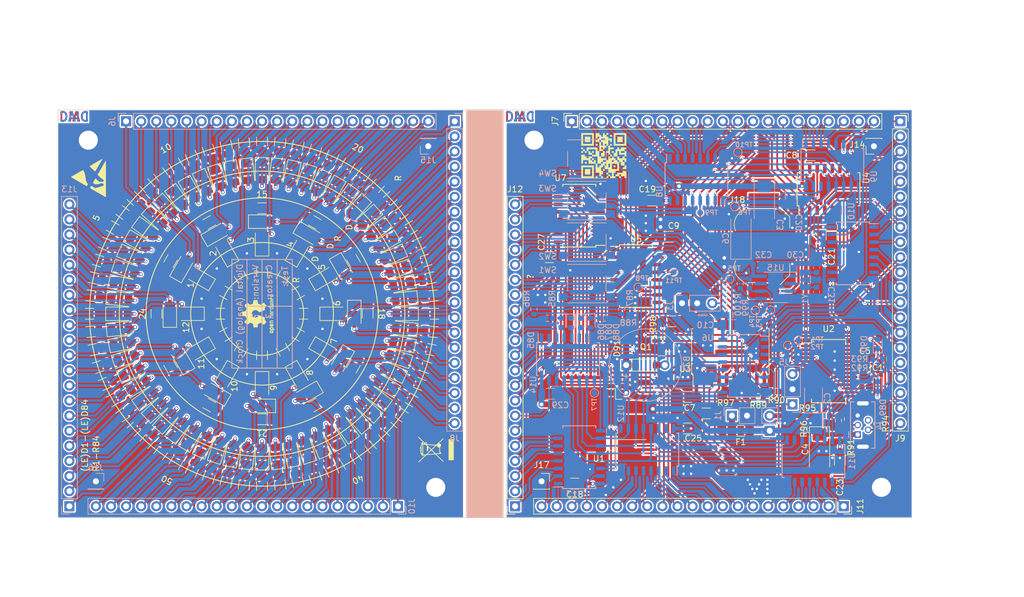
<source format=kicad_pcb>
(kicad_pcb (version 20221018) (generator pcbnew)
  (title_block (title "${acronym} - ${title}") (date "${date}") (rev "${revision}") (company "${company}") (comment 1 "${creator}") (comment 2 "${license}"))
  (layers (0 "F.Cu" signal) (31 "B.Cu" signal) (34 "B.Paste" user) (35 "F.Paste" user) (36 "B.SilkS" user "B.Silkscreen") (37 "F.SilkS" user "F.Silkscreen") (38 "B.Mask" user) (39 "F.Mask" user) (44 "Edge.Cuts" user))
  (property "acronym" "DIAC")
  (property "company" "?")
  (property "creator" "?")
  (property "date" "?")
  (property "license" "CC BY-NC-SA 4.0")
  (property "link" "?")
  (property "qr_xy" "176.5300, 69.2150")
  (property "revision" "?")
  (property "title" "Digital (Analog) Clock")
  (net 0 "")
  (net 1 "VCC")
  (net 2 "Net-(BZ1--)")
  (net 3 "GND")
  (net 4 "VBUS")
  (net 5 "Net-(U2-3V3OUT)")
  (net 6 "+5V")
  (net 7 "Net-(D1-K)")
  (net 8 "OH0")
  (net 9 "Net-(D2-K)")
  (net 10 "OH1")
  (net 11 "Net-(D3-K)")
  (net 12 "OH2")
  (net 13 "Net-(D4-K)")
  (net 14 "OH3")
  (net 15 "Net-(D5-K)")
  (net 16 "OH4")
  (net 17 "Net-(D6-K)")
  (net 18 "OH5")
  (net 19 "Net-(D7-K)")
  (net 20 "OH6")
  (net 21 "Net-(D8-K)")
  (net 22 "OH7")
  (net 23 "Net-(D9-K)")
  (net 24 "OH8")
  (net 25 "Net-(D10-K)")
  (net 26 "OH9")
  (net 27 "Net-(D11-K)")
  (net 28 "OH10")
  (net 29 "Net-(D12-K)")
  (net 30 "OH11")
  (net 31 "Net-(D13-K)")
  (net 32 "OH12")
  (net 33 "Net-(D14-K)")
  (net 34 "OH13")
  (net 35 "Net-(D15-K)")
  (net 36 "OH14")
  (net 37 "Net-(D16-K)")
  (net 38 "OH15")
  (net 39 "Net-(D17-K)")
  (net 40 "OH16")
  (net 41 "Net-(D18-K)")
  (net 42 "OH17")
  (net 43 "Net-(D19-K)")
  (net 44 "OH18")
  (net 45 "Net-(D20-K)")
  (net 46 "OH19")
  (net 47 "Net-(D21-K)")
  (net 48 "OH20")
  (net 49 "Net-(D22-K)")
  (net 50 "OH21")
  (net 51 "Net-(D23-K)")
  (net 52 "OH22")
  (net 53 "Net-(D24-K)")
  (net 54 "OH23")
  (net 55 "Net-(D25-K)")
  (net 56 "OM0")
  (net 57 "Net-(D26-K)")
  (net 58 "OM1")
  (net 59 "Net-(D27-K)")
  (net 60 "OM2")
  (net 61 "Net-(D28-K)")
  (net 62 "OM3")
  (net 63 "Net-(D29-K)")
  (net 64 "OM4")
  (net 65 "Net-(D30-K)")
  (net 66 "OM5")
  (net 67 "Net-(D31-K)")
  (net 68 "OM6")
  (net 69 "Net-(D32-K)")
  (net 70 "OM7")
  (net 71 "Net-(D33-K)")
  (net 72 "OM8")
  (net 73 "Net-(D34-K)")
  (net 74 "OM9")
  (net 75 "Net-(D35-K)")
  (net 76 "OM10")
  (net 77 "Net-(D36-K)")
  (net 78 "OM11")
  (net 79 "Net-(D37-K)")
  (net 80 "OM12")
  (net 81 "Net-(D38-K)")
  (net 82 "OM13")
  (net 83 "Net-(D39-K)")
  (net 84 "OM14")
  (net 85 "Net-(D40-K)")
  (net 86 "OM15")
  (net 87 "Net-(D41-K)")
  (net 88 "OM16")
  (net 89 "Net-(D42-K)")
  (net 90 "OM17")
  (net 91 "Net-(D43-K)")
  (net 92 "OM18")
  (net 93 "Net-(D44-K)")
  (net 94 "OM19")
  (net 95 "Net-(D45-K)")
  (net 96 "OM20")
  (net 97 "Net-(D46-K)")
  (net 98 "OM21")
  (net 99 "Net-(D47-K)")
  (net 100 "OM22")
  (net 101 "Net-(D48-K)")
  (net 102 "OM23")
  (net 103 "Net-(D49-K)")
  (net 104 "OM24")
  (net 105 "Net-(D50-K)")
  (net 106 "OM25")
  (net 107 "Net-(D51-K)")
  (net 108 "OM26")
  (net 109 "Net-(D52-K)")
  (net 110 "OM27")
  (net 111 "Net-(D53-K)")
  (net 112 "OM28")
  (net 113 "Net-(D54-K)")
  (net 114 "OM29")
  (net 115 "Net-(D55-K)")
  (net 116 "OM30")
  (net 117 "Net-(D56-K)")
  (net 118 "OM31")
  (net 119 "Net-(D57-K)")
  (net 120 "OM32")
  (net 121 "Net-(D58-K)")
  (net 122 "OM33")
  (net 123 "Net-(D59-K)")
  (net 124 "OM34")
  (net 125 "Net-(D60-K)")
  (net 126 "OM35")
  (net 127 "Net-(D61-K)")
  (net 128 "OM36")
  (net 129 "Net-(D62-K)")
  (net 130 "OM37")
  (net 131 "Net-(D63-K)")
  (net 132 "OM38")
  (net 133 "Net-(D64-K)")
  (net 134 "OM39")
  (net 135 "Net-(D65-K)")
  (net 136 "OM40")
  (net 137 "Net-(D66-K)")
  (net 138 "OM41")
  (net 139 "Net-(D67-K)")
  (net 140 "OM42")
  (net 141 "Net-(D68-K)")
  (net 142 "OM43")
  (net 143 "Net-(D69-K)")
  (net 144 "OM44")
  (net 145 "Net-(D70-K)")
  (net 146 "OM45")
  (net 147 "Net-(D71-K)")
  (net 148 "OM46")
  (net 149 "Net-(D72-K)")
  (net 150 "OM47")
  (net 151 "Net-(D73-K)")
  (net 152 "OM48")
  (net 153 "Net-(D74-K)")
  (net 154 "OM49")
  (net 155 "Net-(D75-K)")
  (net 156 "OM50")
  (net 157 "Net-(D76-K)")
  (net 158 "OM51")
  (net 159 "Net-(D77-K)")
  (net 160 "OM52")
  (net 161 "Net-(D78-K)")
  (net 162 "OM53")
  (net 163 "Net-(D79-K)")
  (net 164 "OM54")
  (net 165 "Net-(D80-K)")
  (net 166 "OM55")
  (net 167 "Net-(D81-K)")
  (net 168 "OM56")
  (net 169 "Net-(D82-K)")
  (net 170 "OM57")
  (net 171 "Net-(D83-K)")
  (net 172 "OM58")
  (net 173 "Net-(D84-K)")
  (net 174 "OE0")
  (net 175 "Net-(D85-K)")
  (net 176 "OE1")
  (net 177 "Net-(D86-K)")
  (net 178 "OM59")
  (net 179 "Net-(D87-K)")
  (net 180 "OE2")
  (net 181 "Net-(D88-K)")
  (net 182 "OE3")
  (net 183 "Net-(D89-K)")
  (net 184 "Net-(D89-A)")
  (net 185 "Net-(D90-K)")
  (net 186 "Net-(D90-A)")
  (net 187 "Net-(J1-Pin_1)")
  (net 188 "/UPDI")
  (net 189 "/EXT{slash}AIN")
  (net 190 "Net-(J4-D-)")
  (net 191 "Net-(J4-D+)")
  (net 193 "Net-(Q1-G)")
  (net 194 "SHIFT_OUTPUT")
  (net 195 "Net-(U2-TXD)")
  (net 196 "TXD")
  (net 197 "Net-(U2-RXD)")
  (net 198 "RXD")
  (net 199 "Net-(U2-USBD+)")
  (net 200 "Net-(SW1-B)")
  (net 201 "Net-(SW2-B)")
  (net 202 "Net-(SW3-B)")
  (net 203 "Net-(SW4-B)")
  (net 204 "SPI_SS")
  (net 205 "SHIFT_CLEAR")
  (net 206 "SPI_MOSI")
  (net 207 "SPI_MISO")
  (net 208 "SPI_SCK")
  (net 209 "SERIAL_H2M")
  (net 210 "Net-(U8-QH')")
  (net 211 "Net-(U10-SER)")
  (net 212 "Net-(U2-USBD-)")
  (net 213 "Net-(U2-~{RESET})")
  (net 220 "SERIAL_MINUTE")
  (net 227 "Net-(U15-X1)")
  (net 228 "Net-(U15-X2)")
  (net 229 "Net-(J18-Pin_1)")
  (net 230 "Net-(U4-QH')")
  (net 231 "Net-(U5-QH')")
  (net 232 "Net-(U7-QH')")
  (net 233 "Net-(U11-QH')")
  (net 234 "Net-(U12-QH')")
  (net 235 "Net-(U13-QH')")
  (net 236 "Net-(D1-A)")
  (net 237 "Net-(D2-A)")
  (net 238 "Net-(D3-A)")
  (net 239 "Net-(D4-A)")
  (net 240 "Net-(D5-A)")
  (net 241 "Net-(D6-A)")
  (net 242 "Net-(D7-A)")
  (net 243 "Net-(D8-A)")
  (net 244 "Net-(D9-A)")
  (net 245 "Net-(D10-A)")
  (net 246 "Net-(D11-A)")
  (net 247 "Net-(D12-A)")
  (net 248 "Net-(D13-A)")
  (net 249 "Net-(D14-A)")
  (net 250 "Net-(D15-A)")
  (net 251 "Net-(D16-A)")
  (net 252 "Net-(D17-A)")
  (net 253 "Net-(D18-A)")
  (net 254 "Net-(D19-A)")
  (net 255 "Net-(D20-A)")
  (net 256 "Net-(D21-A)")
  (net 257 "Net-(D22-A)")
  (net 258 "Net-(D23-A)")
  (net 259 "Net-(D24-A)")
  (net 260 "Net-(D25-A)")
  (net 261 "Net-(D26-A)")
  (net 262 "Net-(D27-A)")
  (net 263 "Net-(D28-A)")
  (net 264 "Net-(D29-A)")
  (net 265 "Net-(D30-A)")
  (net 266 "Net-(D31-A)")
  (net 267 "Net-(D32-A)")
  (net 268 "Net-(D33-A)")
  (net 269 "Net-(D34-A)")
  (net 270 "Net-(D35-A)")
  (net 271 "Net-(D36-A)")
  (net 272 "Net-(D37-A)")
  (net 273 "Net-(D38-A)")
  (net 274 "Net-(D39-A)")
  (net 275 "Net-(D40-A)")
  (net 276 "Net-(D41-A)")
  (net 277 "Net-(D42-A)")
  (net 278 "Net-(D43-A)")
  (net 279 "Net-(D44-A)")
  (net 280 "Net-(D45-A)")
  (net 281 "Net-(D46-A)")
  (net 282 "Net-(D47-A)")
  (net 283 "Net-(D48-A)")
  (net 284 "Net-(D49-A)")
  (net 285 "Net-(D50-A)")
  (net 286 "Net-(D51-A)")
  (net 287 "Net-(D52-A)")
  (net 288 "Net-(D53-A)")
  (net 289 "Net-(D54-A)")
  (net 290 "Net-(D55-A)")
  (net 291 "Net-(D56-A)")
  (net 292 "Net-(D57-A)")
  (net 293 "Net-(D58-A)")
  (net 294 "Net-(D59-A)")
  (net 295 "Net-(D60-A)")
  (net 296 "Net-(D61-A)")
  (net 297 "Net-(D62-A)")
  (net 298 "Net-(D63-A)")
  (net 299 "Net-(D64-A)")
  (net 300 "Net-(D65-A)")
  (net 301 "Net-(D66-A)")
  (net 302 "Net-(D67-A)")
  (net 303 "Net-(D68-A)")
  (net 304 "Net-(D69-A)")
  (net 305 "Net-(D70-A)")
  (net 306 "Net-(D71-A)")
  (net 307 "Net-(D72-A)")
  (net 308 "Net-(D73-A)")
  (net 309 "Net-(D74-A)")
  (net 310 "Net-(D75-A)")
  (net 311 "Net-(D76-A)")
  (net 312 "Net-(D77-A)")
  (net 313 "Net-(D78-A)")
  (net 314 "Net-(D79-A)")
  (net 315 "Net-(D80-A)")
  (net 316 "Net-(D81-A)")
  (net 317 "Net-(D82-A)")
  (net 318 "Net-(D83-A)")
  (net 319 "Net-(D84-A)")
  (net 320 "SCL")
  (net 321 "SDA")
  (net 322 "MFP")
  (footprint "Resistor_SMD:R_1206_3216Metric" (layer "F.Cu") (at 104.17 95.25 90)
    (fp_text reference "R13" hide)
    (fp_text value "68" hide)
  )
  (footprint "Resistor_SMD:R_1206_3216Metric" (layer "F.Cu") (at 133.715362 68.757182 66)
    (fp_text reference "R44" hide)
    (fp_text value "68" hide)
  )
  (footprint "Resistor_SMD:R_1206_3216Metric" (layer "F.Cu") (at 112.958507 67.669362 108)
    (fp_text reference "R37" hide)
    (fp_text value "68" hide)
  )
  (footprint "Resistor_SMD:R_1206_3216Metric" (layer "F.Cu") (at 98.458507 112.295773 -144)
    (fp_text reference "R79" hide)
    (fp_text value "68" hide)
  )
  (footprint "LED_SMD:LED_1206_3216Metric" (layer "F.Cu") (at 133.92 116.03461 120)
    (fp_text reference "D65" hide)
    (fp_text value "LED")
  )
  (footprint "Package_TO_SOT_SMD:SOT-23" (layer "F.Cu") (at 189.1815 100.772)
    (fp_text reference "Q1")
    (fp_text value "2N7002E")
  )
  (footprint "Connector_PinSocket_2.54mm:PinSocket_1x21_P2.54mm_Vertical" (layer "F.Cu") (at 219.71 127.635 -90)
    (fp_text reference "J11")
    (fp_text value "Conn_01x21_Socket")
  )
  (footprint "LED_SMD:LED_1206_3216Metric" (layer "F.Cu") (at 111.527695 89.25 150)
    (fp_text reference "D2" hide)
    (fp_text value "LED")
  )
  (footprint "Resistor_SMD:R_1206_3216Metric" (layer "F.Cu") (at 130.881492 67.669362 72)
    (fp_text reference "R43" hide)
    (fp_text value "68" hide)
  )
  (footprint "LED_SMD:LED_1206_3216Metric" (layer "F.Cu") (at 98.444457 90.26012 -12)
    (fp_text reference "D27" hide)
    (fp_text value "LED")
  )
  (footprint "Resistor_SMD:R_1206_3216Metric" (layer "F.Cu") (at 115.89056 66.88372 102)
    (fp_text reference "R38" hide)
    (fp_text value "68" hide)
  )
  (footprint "LED_SMD:LED_1206_3216Metric" (layer "F.Cu") (at 106.42 95.25 90)
    (fp_text reference "D13" hide)
    (fp_text value "LED")
  )
  (footprint "LED_SMD:LED_1206_3216Metric" (layer "F.Cu") (at 97.92 95.25)
    (fp_text reference "D25" hide)
    (fp_text value "LED")
  )
  (footprint "Resistor_SMD:R_1206_3216Metric" (layer "F.Cu") (at 130.795 110.621951 -150)
    (fp_text reference "R21" hide)
    (fp_text value "68" hide)
  )
  (footprint "Resistor_SMD:R_1206_3216Metric" (layer "F.Cu") (at 139.67 95.25 -90)
    (fp_text reference "R19" hide)
    (fp_text value "68" hide)
  )
  (footprint "Resistor_SMD:R_1206_3216Metric" (layer "F.Cu") (at 127.982177 91.735 -150)
    (fp_text reference "R6" hide)
    (fp_text value "68" hide)
  )
  (footprint "Resistor_SMD:R_1206_3216Metric" (layer "F.Cu") (at 127.982177 98.735 150)
    (fp_text reference "R8" hide)
    (fp_text value "68" hide)
  )
  (footprint "LED_SMD:LED_1206_3216Metric" (layer "F.Cu") (at 131.681679 117.175091 114)
    (fp_text reference "D66" hide)
    (fp_text value "LED")
  )
  (footprint "Resistor_SMD:R_1206_3216Metric" (layer "F.Cu") (at 118.888674 66.408866 96)
    (fp_text reference "R39" hide)
    (fp_text value "68" hide)
  )
  (footprint "Resistor_SMD:R_1206_3216Metric" (layer "F.Cu") (at 124.951325 66.408866 84)
    (fp_text reference "R41" hide)
    (fp_text value "68" hide)
  )
  (footprint "Resistor_SMD:R_1206_3216Metric" (layer "F.Cu") (at 121.92 88.235 -90)
    (fp_text reference "R4" hide)
    (fp_text value "68" hide)
  )
  (footprint "Resistor_SMD:R_1206_3216Metric" (layer "F.Cu") (at 98.458507 78.204228 144)
    (fp_text reference "R31" hide)
    (fp_text value "68" hide)
  )
  (footprint "LED_SMD:LED_1206_3216Metric" (layer "F.Cu") (at 133.92 74.465391 -120)
    (fp_text reference "D45" hide)
    (fp_text value "LED")
  )
  (footprint "Resistor_SMD:R_1206_3216Metric" (layer "F.Cu") (at 110.124637 121.742819 -114)
    (fp_text reference "R74" hide)
    (fp_text value "68" hide)
  )
  (footprint "LED_SMD:LED_1206_3216Metric" (layer "F.Cu") (at 121.92 119.25 90)
    (fp_text reference "D70" hide)
    (fp_text value "LED")
  )
  (footprint "Resistor_SMD:R_0603_1608Metric" (layer "F.Cu") (at 208.407 108.331 180)
    (fp_text reference "R90")
    (fp_text value "1k")
  )
  (footprint "LED_SMD:LED_1206_3216Metric" (layer "F.Cu") (at 132.312304 89.25 30)
    (fp_text reference "D6" hide)
    (fp_text value "LED")
  )
  (footprint "LED_SMD:LED_1206_3216Metric" (layer "F.Cu") (at 145.395542 90.26012 -168)
    (fp_text reference "D53" hide)
    (fp_text value "LED")
  )
  (footprint "LED_SMD:LED_1206_3216Metric" (layer "F.Cu") (at 133.92 95.25)
    (fp_text reference "D7" hide)
    (fp_text value "LED")
  )
  (footprint "Resistor_SMD:R_1206_3216Metric" (layer "F.Cu") (at 112.958507 122.830639 -108)
    (fp_text reference "R73" hide)
    (fp_text value "68" hide)
  )
  (footprint "Resistor_SMD:R_1206_3216Metric" (layer "F.Cu") (at 118.42 89.172823 -60)
    (fp_text reference "R3" hide)
    (fp_text value "68" hide)
  )
  (footprint "Resistor_SMD:R_1206_3216Metric" (layer "F.Cu") (at 121.92 113 180)
    (fp_text reference "R22" hide)
    (fp_text value "68" hide)
  )
  (footprint "LED_SMD:LED_1206_3216Metric" (layer "F.Cu") (at 126.90988 118.725543 102)
    (fp_text reference "D68" hide)
    (fp_text value "LED")
  )
  (footprint "LED_SMD:LED_1206_3216Metric" (layer "F.Cu") (at 145.788525 92.741317 -174)
    (fp_text reference "D54" hide)
    (fp_text value "LED")
  )
  (footprint "Resistor_SMD:R_1206_3216Metric" (layer "F.Cu") (at 150.92 95.25)
    (fp_text reference "R55" hide)
    (fp_text value "68" hide)
  )
  (footprint "Resistor_SMD:R_1206_3216Metric" (layer "F.Cu") (at 130.795 79.87805 -30)
    (fp_text reference "R17" hide)
    (fp_text value "68" hide)
  )
  (footprint "Resistor_SMD:R_1206_3216Metric" (layer "F.Cu") (at 128.92 95.235 180)
    (fp_text reference "R7" hide)
    (fp_text value "68" hide)
  )
  (footprint "Connector_PinSocket_2.54mm:PinSocket_1x01_P2.54mm_Vertical" (layer "F.Cu") (at 224.79 67.056 180)
    (fp_text reference "J14")
    (fp_text value "Conn_01x01_Socket")
  )
  (footprint "LED_SMD:LED_1206_3216Metric" (layer "F.Cu") (at 119.411316 119.118526 84)
    (fp_text reference "D71" hide)
    (fp_text value "LED")
  )
  (footprint "Resistor_SMD:R_1206_3216Metric" (layer "F.Cu") (at 92.92 95.25 180)
    (fp_text reference "R25" hide)
    (fp_text value "68" hide)
  )
  (footprint "LED_SMD:LED_1206_3216Metric" (layer "F.Cu") (at 114.17 108.673394 150)
    (fp_text reference "D23" hide)
    (fp_text value "LED")
  )
  (footprint "Resistor_SMD:R_1206_3216Metric" (layer "F.Cu") (at 106.548049 104.125 120)
    (fp_text reference "R24" hide)
    (fp_text value "68" hide)
  )
  (footprint "LED_SMD:LED_1206_3216Metric" (layer "F.Cu") (at 107.813153 114.666408 54)
    (fp_text reference "D76" hide)
    (fp_text value "LED")
  )
  (footprint "Capacitor_SMD:C_1206_3216Metric" (layer "F.Cu") (at 214.2 68.58)
    (fp_text reference "C8")
    (fp_text value "100n")
  )
  (footprint "MountingHole:MountingHole_3.2mm_M3_DIN965_Pad" (layer "F.Cu") (at 151.13 124.46 90)
    (fp_text reference "H2" hide)
    (fp_text value "M3")
  )
  (footprint "Resistor_SMD:R_1206_3216Metric" (layer "F.Cu") (at 104.874227 71.788508 126)
    (fp_text reference "R34" hide)
    (fp_text value "68" hide)
  )
  (footprint "Capacitor_SMD:C_1206_3216Metric" (layer "F.Cu") (at 223.266 104.394 90)
    (fp_text reference "C5")
    (fp_text value "100n")
  )
  (footprint "LED_SMD:LED_1206_3216Metric" (layer "F.Cu") (at 99.994909 105.01168 24)
    (fp_text reference "D81" hide)
    (fp_text value "LED")
  )
  (footprint "LED_SMD:LED_1206_3216Metric" (layer "F.Cu") (at 119.411316 71.381475 -84)
    (fp_text reference "D39" hide)
    (fp_text value "LED")
  )
  (footprint "Resistor_SMD:R_1206_3216Metric" (layer "F.Cu") (at 147.034736 109.75 -30)
    (fp_text reference "R60" hide)
    (fp_text value "68" hide)
  )
  (footprint "Capacitor_SMD:C_1206_3216Metric" (layer "F.Cu") (at 193.47 109.22 180)
    (fp_text reference "C7")
    (fp_text value "100n")
  )
  (footprint "Capacitor_SMD:C_1206_3216Metric" (layer "F.Cu") (at 174.498 123.825 180)
    (fp_text reference "C18")
    (fp_text value "100n")
  )
  (footprint "LED_SMD:LED_1206_3216Metric" (layer "F.Cu") (at 137.979134 77.414525 -132)
    (fp_text reference "D47" hide)
    (fp_text value "LED")
  )
  (footprint "Images:QR_0x007e" (layer "F.Cu") (at 179.5272 68.7832)
    (fp_text reference "FID4" hide)
    (fp_text value "QR" hide)
  )
  (footprint "LED_SMD:LED_1206_3216Metric" (layer "F.Cu") (at 145.92 95.25 180)
    (fp_text reference "D55" hide)
    (fp_text value "LED")
  )
  (footprint "LED_SMD:LED_1206_3216Metric" (layer "F.Cu") (at 98.051474 92.741317 -6)
    (fp_text reference "D26" hide)
    (fp_text value "LED")
  )
  (footprint "LED_SMD:LED_1206_3216Metric" (layer "F.Cu") (at 105.860865 77.414525 -48)
    (fp_text reference "D33" hide)
    (fp_text value "LED")
  )
  (footprint "Symbol:ESD-Logo_6.6x6mm_SilkScreen" (layer "F.Cu") (at 92.71 72.39 90)
    (fp_text reference "FID3" hide)
    (fp_text value "ESD" hide)
  )
  (footprint "Resistor_SMD:R_1206_3216Metric" (layer "F.Cu") (at 121.92 66.25 90)
    (fp_text reference "R40" hide)
    (fp_text value "68" hide)
  )
  (footprint "Resistor_SMD:R_1206_3216Metric" (layer "F.Cu") (at 143.471199 114.654788 -42)
    (fp_text reference "R62" hide)
    (fp_text value "68" hide)
  )
  (footprint "Resistor_SMD:R_1206_3216Metric" (layer "F.Cu") (at 148.412818 83.454638 24)
    (fp_text reference "R51" hide)
    (fp_text value "68" hide)
  )
  (footprint "Resistor_SMD:R_1206_3216Metric" (layer "F.Cu") (at 150.28628 101.27944 -12)
    (fp_text reference "R57" hide)
    (fp_text value "68" hide)
  )
  (footprint "Capacitor_SMD:C_0603_1608Metric" (layer "F.Cu") (at 223.533 107.569)
    (fp_text reference "C1")
    (fp_text value "100n")
  )
  (footprint "LED_SMD:LED_1206_3216Metric" (layer "F.Cu") (at 102.503592 81.143154 -36)
    (fp_text reference "D31" hide)
    (fp_text value "LED")
  )
  (footprint "LED_SMD:LED_1206_3216Metric" (layer "F.Cu") (at 124.428683 71.381475 -96)
    (fp_text reference "D41" hide)
    (fp_text value "LED")
  )
  (footprint "Resistor_SMD:R_1206_3216Metric" (layer "F.Cu") (at 150.28628 89.220561 12)
    (fp_text reference "R53" hide)
    (fp_text value "68" hide)
  )
  (footprint "LED_SMD:LED_1206_3216Metric" (layer "F.Cu") (at 109.92 74.465391 -60)
    (fp_text reference "D35" hide)
    (fp_text value "LED")
  )
  (footprint "Resistor_SMD:R_1206_3216Metric" (layer "F.Cu") (at 94.339361 86.288508 162)
    (fp_text reference "R28" hide)
    (fp_text value "68" hide)
  )
  (footprint "MountingHole:MountingHole_3.2mm_M3_DIN965_Pad" (layer "F.Cu") (at 167.64 66.04)
    (fp_text reference "H3" hide)
    (fp_text value "M3")
  )
  (footprint "Resistor_SMD:R_1206_3216Metric" (layer "F.Cu") (at 150.761134 98.281326 -6)
    (fp_text reference "R56" hide)
    (fp_text value "68" hide)
  )
  (footprint "LED_SMD:LED_1206_3216Metric" (layer "F.Cu") (at 99.994909 85.488321 -24)
    (fp_text reference "D29" hide)
    (fp_text value "LED")
  )
  (footprint "LED_SMD:LED_1206_3216Metric" (layer "F.Cu") (at 121.92 110.75 180)
    (fp_text reference "D22" hide)
    (fp_text value "LED")
  )
  (footprint "Resistor_SMD:R_1206_3216Metric" (layer "F.Cu") (at 121.92 102.235 90)
    (fp_text reference "R10" hide)
    (fp_text value "68" hide)
  )
  (footprint "LED_SMD:LED_1206_3216Metric" (layer "F.Cu") (at 127.92 84.857696 60)
    (fp_text reference "D5" hide)
    (fp_text value "LED")
  )
  (footprint "Package_SO:SOIC-20W_7.5x12.8mm_P1.27mm" (layer "F.Cu") (at 200.66 101.6 90)
    (fp_text reference "U3")
    (fp_text value "ATtiny406-S")
  )
  (footprint "LED_SMD:LED_1206_3216Metric" (layer "F.Cu") (at 104.084524 79.190866 -42)
    (fp_text reference "D32" hide)
    (fp_text value "LED")
  )
  (footprint "Connector_PinSocket_2.54mm:PinSocket_1x21_P2.54mm_Vertical" (layer "F.Cu") (at 164.465 127.635 180)
    (fp_text reference "J12")
    (fp_text value "Conn_01x21_Socket")
  )
  (footprint "Resistor_SMD:R_1206_3216Metric" (layer "F.Cu") (at 115.857822 98.735 30)
    (fp_text reference "R12" hide)
    (fp_text value "68" hide)
  )
  (footprint "LED_SMD:LED_1206_3216Metric" (layer "F.Cu") (at 108.496606 103 120)
    (fp_text reference "D24" hide)
    (fp_text value "LED")
  )
  (footprint "LED_SMD:LED_1206_3216Metric" (layer "F.Cu") (at 109.92 95.25 180)
    (fp_text reference "D1" hide)
    (fp_text value "LED")
  )
  (footprint "LED_SMD:LED_1206_3216Metric" (layer "F.Cu") (at 105.860865 113.085476 48)
    (fp_text reference "D77" hide)
    (fp_text value "LED")
  )
  (footprint "LED_SMD:LED_1206_3216Metric" (layer "F.Cu") (at 135.343393 103 -120)
    (fp_text reference "D20" hide)
    (fp_text value "LED")
  )
  (footprint "LED_SMD:LED_1206_3216Metric" (layer "F.Cu") (at 141.336407 81.143154 -144)
    (fp_text reference "D49" hide)
    (fp_text value "LED")
  )
  (footprint "Resistor_SMD:R_1206_3216Metric" (layer "F.Cu") (at 145.381492 78.204228 36)
    (fp_text reference "R49" hide)
    (fp_text value "68" hide)
  )
  (footprint "LED_SMD:LED_1206_3216Metric" (layer "F.Cu") (at 108.496606 87.5 60)
    (fp_text reference "D14" hide)
    (fp_text value "LED")
  )
  (footprint "LED_SMD:LED_1206_3216Metric" (layer "F.Cu") (at 116.930119 118.725543 78)
    (fp_text reference "D72" hide)
    (fp_text value "LED")
  )
  (footprint "LED_SMD:LED_1206_3216Metric" (layer "F.Cu") (at 137.979134 113.085476 132)
    (fp_text reference "D63" hide)
    (fp_text value "LED")
  )
  (footprint "Resistor_SMD:R_1206_3216Metric" (layer "F.Cu") (at 100.3688 75.845213 138)
    (fp_text reference "R32" hide)
    (fp_text value "68" hide)
  )
  (footprint "LED_SMD:LED_1206_3216Metric" (layer "F.Cu") (at 121.92 83.25 90)
    (fp_text reference "D4" hide)
    (fp_text value "LED")
  )
  (footprint "LED_SMD:LED_1206_3216Metric" (layer "F.Cu") (at 129.67 108.673394 -150)
    (fp_text reference "D21" hide)
    (fp_text value "LED")
  )
  (footprint "LED_SMD:LED_1206_3216Metric" (layer "F.Cu") (at 104.084524 111.309135 42)
    (fp_text reference "D78" hide)
    (fp_text value "LED")
  )
  (footprint "Resistor_SMD:R_1206_3216Metric" (layer "F.Cu") (at 113.045 79.87805 30)
    (fp_text reference "R15" hide)
    (fp_text value "68" hide)
  )
  (footprint "LED_SMD:LED_1206_3216Metric" (layer "F.Cu") (at 114.503592 118.075357 72)
    (fp_text reference "D73" hide)
    (fp_text value "LED")
  )
  (footprint "Resistor_SMD:R_1206_3216Metric" (layer "F.Cu") (at 95.427181 83.454638 156)
    (fp_text reference "R29" hide)
    (fp_text value "68" hide)
  )
  (footprint "LED_SMD:LED_1206_3216Metric" (layer "F.Cu") (at 142.704609 107.25 150)
    (fp_text reference "D60" hide)
    (fp_text value "LED")
  )
  (footprint "LED_SMD:LED_1206_3216Metric" (layer "F.Cu") (at 101.13539 83.25 -30)
    (fp_text reference "D30" hide)
    (fp_text value "LED")
  )
  (footprint "LED_SMD:LED_1206_3216Metric" (layer "F.Cu") (at 112.15832 73.32491 -66)
    (fp_text reference "D36" hide)
    (fp_text value "LED")
  )
  (footprint "Resistor_SMD:R_1206_3216Metric" (layer "F.Cu") (at 110.124637 68.757182 114)
    (fp_text reference "R36" hide)
    (fp_text value "68" hide)
  )
  (footprint "LED_SMD:LED_1206_3216Metric" (layer "F.Cu") (at 139.755475 111.309135 138)
    (fp_text reference "D62" hide)
    (fp_text value "LED")
  )
  (footprint "Resistor_SMD:R_1206_3216Metric" (layer "F.Cu") (at 125.42 101.297178 120)
    (fp_text reference "R9" hide)
    (fp_text value "68" hide)
  )
  (footprint "Resistor_SMD:R_1206_3216Metric" (layer "F.Cu") (at 127.949439 123.616281 -78)
    (fp_text reference "R68" hide)
    (fp_text value "68" hide)
  )
  (footprint "Resistor_SMD:R_1206_3216Metric" (layer "F.Cu") (at 190.754 96.52 180)
    (fp_text reference "R98")
    (fp_text value "1k")
  )
  (footprint "Resistor_SMD:R_1206_3216Metric" (layer "F.Cu") (at 125.42 89.172823 -120)
    (fp_text reference "R5" hide)
    (fp_text value "68" hide)
  )
  (footprint "Resistor_SMD:R_1206_3216Metric" (layer "F.Cu") (at 102.515212 116.8012 -132)
    (fp_text reference "R77" hide)
    (fp_text value "68" hide)
  )
  (footprint "LED_SMD:LED_1206_3216Metric" (layer "F.Cu") (at 136.026846 75.833593 -126)
    (fp_text reference "D46" hide)
    (fp_text value "LED")
  )
  (footprint "Package_SO:SOIC-16W_5.3x10.2mm_P1.27mm" (layer "F.Cu") (at 175.26 78.74 180)
    (fp_text reference "U7")
    (fp_text value "74HC595")
  )
  (footprint "LED_SMD:LED_1206_3216Metric" (layer "F.Cu") (at 121.92 79.75)
    (fp_text reference "D16" hide)
    (fp_text value "LED")
  )
  (footprint "LED_SMD:LED_1206_3216Metric" (layer "F.Cu") (at 121.92 71.25 -90)
    (fp_text reference "D40" hide)
    (fp_text value "LED")
  )
  (footprint "LED_SMD:LED_1206_3216Metric" (layer "F.Cu") (at 144.745356 102.666408 162)
    (fp_text reference "D58" hide)
    (fp_text value "LED")
  )
  (footprint "LED_SMD:LED_1206_3216Metric" (layer "F.Cu") (at 102.503592 109.356847 36)
    (fp_text reference "D79" hide)
    (fp_text value "LED")
  )
  (footprint "LED_SMD:LED_1206_3216Metric" (layer "F.Cu") (at 121.92 107.25 -90)
    (fp_text reference "D10" hide)
    (fp_text value "LED")
  )
  (footprint "LED_SMD:LED_1206_3216Metric" (layer "F.Cu") (at 111.527695 101.25 -150)
    (fp_text reference "D12" hide)
    (fp_text value "LED")
  )
  (footprint "LED_SMD:LED_1206_3216Metric" (layer "F.Cu") (at 109.92 116.03461 60)
    (fp_text reference "D75" hide)
    (fp_text value "LED")
  )
  (footprint "Resistor_SMD:R_1206_3216Metric" (layer "F.Cu") (at 148.412818 107.045363 -24)
    (fp_text reference "R59" hide)
    (fp_text value "68" hide)
  )
  (footprint "LED_SMD:LED_1206_3216Metric" (layer "F.Cu") (at 129.336407 118.075357 108)
    (fp_text reference "D67" hide)
    (fp_text value "LED")
  )
  (footprint "LED_SMD:LED_1206_3216Metric" (layer "F.Cu") (at 114.503592 72.424644 -72)
    (fp_text reference "D37" hide)
    (fp_text value "LED")
  )
  (footprint "Resistor_SMD:R_1206_3216Metric" (layer "F.Cu") (at 136.42 70.135264 60)
    (fp_text reference "R45" hide)
    (fp_text value "68" hide)
  )
  (footprint "Battery:BatteryHolder_LINX_BAT-HLD-012-SMT" (layer "F.Cu") (at 206.248 83.82 -90)
    (fp_text reference "J18")
    (fp_text value "Battery")
  )
  (footprint "Resistor_SMD:R_1206_3216Metric" (layer "F.Cu") (at 93.078865 92.218675 174)
    (fp_text reference "R26" hide)
    (fp_text value "68" hide)
  )
  (footprint "Resistor_SMD:R_1206_3216Metric" (layer "F.Cu") (at 141.324787 116.8012 -48)
    (fp_text reference "R63" hide)
    (fp_text value "68" hide)
  )
  (footprint "Resistor_SMD:R_1206_3216Metric" (layer "F.Cu") (at 104.874227 118.711493 -126)
    (fp_text reference "R76" hide)
    (fp_text value "68" hide)
  )
  (footprint "LED_SMD:LED_1206_3216Metric" (layer "F.Cu") (at 144.745356 87.833593 -162)
    (fp_text reference "D52" hide)
    (fp_text value "LED")
  )
  (footprint "Resistor_SMD:R_1206_3216Metric" (layer "F.Cu") (at 147.034736 80.75 30)
    (fp_text reference "R50" hide)
    (fp_text value "68" hide)
  )
  (footprint "Capacitor_SMD:C_1206_3216Metric" (layer "F.Cu") (at 187.452 76.2 180)
    (fp_text reference "C19")
    (fp_text value "100n")
  )
  (footprint "Resistor_SMD:R_1206_3216Metric" (layer "F.Cu") (at 150.761134 92.218675 6)
    (fp_text reference "R54" hide)
    (fp_text value "68" hide)
  )
  (footprint "LED_SMD:LED_1206_3216Metric" (layer "F.Cu") (at 143.84509 105.01168 156)
    (fp_text reference "D59" hide)
    (fp_text value "LED")
  )
  (footprint "Resistor_SMD:R_1206_3216Metric" (layer "F.Cu") (at 107.42 70.135264 120)
    (fp_text reference "R35" hide)
    (fp_text value "68" hide)
  )
  (footprint "Package_SO:SOIC-16W_5.3x10.2mm_P1.27mm" (layer "F.Cu") (at 217.17 74.295 90)
    (fp_text reference "U4")
    (fp_text value "74HC595")
  )
  (footprint "LED_SMD:LED_1206_3216Metric" (layer "F.Cu") (at 115.92 84.857696 120)
    (fp_text reference "D3" hide)
    (fp_text value "LED")
  )
  (footprint "Resistor_SMD:R_1206_3216Metric" (layer "F.Cu") (at 118.888674 124.091135 -96)
    (fp_text reference "R71" hide)
    (fp_text value "68" hide)
  )
  (footprint "Resistor_SMD:R_1206_3216Metric" (layer "F.Cu") (at 93.553719 89.220561 168)
    (fp_text reference "R27" hide)
    (fp_text value "68" hide)
  )
  (footprint "LED_SMD:LED_1206_3216Metric" (layer "F.Cu") (at 142.704609 83.25 -150)
    (fp_text reference "D50" hide)
    (fp_text value "LED")
  )
  (footprint "Resistor_SMD:R_1206_3216Metric" (layer "F.Cu") (at 100.3688 114.654788 -138)
    (fp_text reference "R78" hide)
    (fp_text value "68" hide)
  )
  (footprint "Resistor_SMD:R_1206_3216Metric" (layer "F.Cu") (at 96.805263 80.75 150)
    (fp_text reference "R30" hide)
    (fp_text value "68" hide)
  )
  (footprint "Resistor_SMD:R_0603_1608Metric" (layer "F.Cu") (at 216.472 112.395 180)
    (fp_text reference "R95")
    (fp_text value "n.B.")
  )
  (footprint "Resistor_SMD:R_1206_3216Metric" (layer "F.Cu") (at 115.857822 91.735 -30)
    (fp_text reference "R2" hide)
    (fp_text value "68" hide)
  )
  (footprint "LED_SMD:LED_1206_3216Metric" (layer "F.Cu") (at 107.813153 75.833593 -54)
    (fp_text reference "D34" hide)
    (fp_text value "LED")
  )
  (footprint "Resistor_SMD:R_1206_3216Metric" (layer "F.Cu") (at 149.500638 104.211493 -18)
    (fp_text reference "R58" hide)
    (fp_text value "68" hide)
  )
  (footprint "Connector_PinSocket_2.54mm:PinSocket_1x21_P2.54mm_Vertical" (layer "F.Cu") (at 229.235 62.865)
    (fp_text reference "J9")
    (fp_text value "Conn_01x21_Socket")
  )
  (footprint "Resistor_SMD:R_0603_1608Metric" (layer "F.Cu") (at 225.298 113.729 90)
    (fp_text reference "R94")
    (fp_text value "0")
  )
  (footprint "Resistor_SMD:R_1206_3216Metric" (layer "F.Cu") (at 130.881492 122.830639 -72)
    (fp_text reference "R67" hide)
    (fp_text value "68" hide)
  )
  (footprint "LED_SMD:LED_1206_3216Metric" (layer "F.Cu") (at 132.312304 101.25 -30)
    (fp_text reference "D8" hide)
    (fp_text value "LED")
  )
  (footprint "LED_SMD:LED_1206_3216Metric" (layer "F.Cu") (at 145.395542 100.239881 168)
    (fp_text reference "D57" hide)
    (fp_text value "LED")
  )
  (footprint "LED_SMD:LED_1206_3216Metric" (layer "F.Cu") (at 131.681679 73.32491 -114)
    (fp_text reference "D44" hide)
    (fp_text value "LED")
  )
  (footprint "Connector_PinSocket_2.54mm:PinSocket_1x01_P2.54mm_Vertical" (layer "F.Cu") (at 168.91 123.444)
    (fp_text reference "J17")
    (fp_text value "Conn_01x01_Socket")
  )
  (footprint "Resistor_SMD:R_1206_3216Metric" (layer "F.Cu") (at 93.078865 98.281326 -174)
    (fp_text reference "R84" hide)
    (fp_text value "68" hide)
  )
  (footprint "Package_SO:SSOP-28_5.3x10.2mm_P0.65mm" (layer "F.Cu") (at 217.17 104.902)
    (fp_text reference "U2")
    (fp_text value "FT232RL")
  )
  (footprint "Resistor_SMD:R_1206_3216Metric" (layer "F.Cu") (at 137.29195 104.125 -120)
    (fp_text reference "R20" hide)
    (fp_text value "68" hide)
  )
  (footprint "Resistor_SMD:R_1206_3216Metric" (layer "F.Cu") (at 102.515212 73.698801 132)
    (fp_text reference "R33" hide)
    (fp_text value "68" hide)
  )
  (footprint "Resistor_SMD:R_1206_3216Metric" (layer "F.Cu") (at 138.965772 71.788508 54)
    (fp_text reference "R46" hide)
    (fp_text value "68" hide)
  )
  (footprint "Resistor_SMD:R_1206_3216Metric" (layer "F.Cu") (at 149.500638 86.288508 18)
    (fp_text reference "R52" hide)
    (fp_text value "68" hide)
  )
  (footprint "Resistor_SMD:R_1206_3216Metric" (layer "F.Cu") (at 121.92 77.5)
    (fp_text reference "R16" hide)
    (fp_text value "68" hide)
  )
  (footprint "Resistor_SMD:R_1206_3216Metric" (layer "F.Cu") (at 141.324787 73.698801 48)
    (fp_text reference "R47" hide)
    (fp_text value "68" hide)
  )
  (footprint "Resistor_SMD:R_1206_3216Metric" (layer "F.Cu") (at 145.381492 112.295773 -36)
    (fp_text reference "R61" hide)
    (fp_text value "68" hide)
  )
  (footprint "LED_SMD:LED_1206_3216Metric" (layer "F.Cu") (at 98.444457 100.239881 12)
    (fp_text reference "D83" hide)
    (fp_text value "LED")
  )
  (footprint "LED_SMD:LED_1206_3216Metric" (layer "F.Cu") (at 98.051474 97.758684 6)
    (fp_text reference "D84" hide)
    (fp_text value "LED")
  )
  (footprint "LED_SMD:LED_1206_3216Metric" (layer "F.Cu") (at 129.336407 72.424644 -108)
    (fp_text reference "D43" hide)
    (fp_text value "LED")
  )
  (footprint "Capacitor_SMD:C_1206_3216Metric" (layer "F.Cu") (at 217.678 82.12 -90)
    (fp_text reference "C21")
    (fp_text value "100n")
  )
  (footprint "Resistor_SMD:R_1206_3216Metric" (layer "F.Cu") (at 113.045 110.621951 150)
    (fp_text reference "R23" hide)
    (fp_text value "68" hide)
  )
  (footprint "Resistor_SMD:R_1206_3216Metric" (layer "F.Cu") (at 114.92 95.235)
    (fp_text reference "R1" hide)
    (fp_text value "68" hide)
  )
  (footprint "LED_SMD:LED_1206_3216Metric" (layer "F.Cu") (at 116.930119 71.774458 -78)
    (fp_text reference "D38" hide)
    (fp_text value "LED")
  )
  (footprint "Resistor_SMD:R_1206_3216Metric" (layer "F.Cu") (at 107.42 120.364737 -120)
    (fp_text reference "R75" hide)
    (fp_text value "68" hide)
  )
  (footprint "Resistor_SMD:R_1206_3216Metric" (layer "F.Cu") (at 115.89056 123.616281 -102)
    (fp_text reference "R72" hide)
    (fp_text value "68" hide)
  )
  (footprint "Fuse:Fuse_1206_3216Metric_Pad1.42x1.75mm_HandSolder" (layer "F.Cu") (at 202.4015 114.935)
    (fp_text reference "F1")
    (fp_text value "350m")
  )
  (footprint "Package_SO:SOIC-16W_5.3x10.2mm_P1.27mm" (layer "F.Cu") (at 184.785 88.9)
    (fp_text reference "U5")
    (fp_text value "74HC595")
  )
  (footprint "Resistor_SMD:R_0603_1608Metric" (layer "F.Cu") (at 218.821 113.22 90)
    (fp_text reference "R96")
    (fp_text value "n.B.")
  )
  (footprint "LED_SMD:LED_1206_3216Metric" (layer "F.Cu") (at 112.15832 117.175091 66)
    (fp_text reference "D74" hide)
    (fp_text value "LED")
  )
  (footprint "LED_SMD:LED_1206_3216Metric" (layer "F.Cu") (at 145.788525 97.758684 174)
    (fp_text reference "D56" hide)
    (fp_text value "LED")
  )
  (footprint "LED_SMD:LED_1206_3216Metric" (layer "F.Cu") (at 135.343393 87.5 -60)
    (fp_text reference "D18" hide)
    (fp_text value "LED")
  )
  (footprint "Resistor_SMD:R_1206_3216Metric" (layer "F.Cu") (at 127.949439 66.88372 78)
    (fp_text reference "R42" hide)
    (fp_text value "68" hide)
  )
  (footprint "LED_SMD:LED_1206_3216Metric" (layer "F.Cu") (at 115.92 105.642305 -120)
    (fp_text reference "D11" hide)
    (fp_text value "LED")
  )
  (footprint "LED_SMD:LED_1206_3216Metric" (layer "F.Cu") (at 126.90988 71.774458 -102)
    (fp_text reference "D42" hide)
    (fp_text value "LED")
  )
  (footprint "LED_SMD:LED_1206_3216Metric" (layer "F.Cu") (at 99.094643 87.833593 -18)
    (fp_text reference "D28" hide)
    (fp_text value "LED")
  )
  (footprint "Capacitor_SMD:C_1206_3216Metric" (layer "F.Cu") (at 193.47 114.554 180)
    (fp_text reference "C25")
    (fp_text value "100n")
  )
  (footprint "LED_SMD:LED_1206_3216Metric" (layer "F.Cu") (at 124.428683 119.118526 96)
    (fp_text reference "D69" hide)
    (fp_text value "LED")
  )
  (footprint "Resistor_SMD:R_1206_3216Metric" (layer "F.Cu") (at 136.42 120.364737 -60)
    (fp_text reference "R65" hide)
    (fp_text value "68" hide)
  )
  (footprint "Resistor_SMD:R_1206_3216Metric" (layer "F.Cu") (at 196.596 112.014 180)
    (fp_text reference "R97")
    (fp_text value "1k")
  )
  (footprint "Resistor_SMD:R_1206_3216Metric" (layer "F.Cu") (at 121.92 124.25 -90)
    (fp_text reference "R70" hide)
    (fp_text value "68" hide)
  )
  (footprint "Capacitor_SMD:C_1206_3216Metric" (layer "F.Cu") (at 190.4002 82.296)
    (fp_text reference "C9")
    (fp_text value "100n")
  )
  (footprint "Resistor_SMD:R_1206_3216Metric" (layer "F.Cu") (at 124.951325 124.091135 -84)
    (fp_text reference "R69" hide)
    (fp_text value "68" hide)
  )
  (footprint "LED_SMD:LED_1206_3216Metric" (layer "F.Cu") (at 139.755475 79.190866 -138)
    (fp_text reference "D48" hide)
    (fp_text value "LED")
  )
  (footprint "Capacitor_SMD:C_1206_3216Metric" (layer "F.Cu") (at 170.229 85.725 180)
    (fp_text reference "C27")
    (fp_text value "100n")
  )
  (footprint "Resistor_SMD:R_1206_3216Metric" (layer "F.Cu") (at 118.42 101.297178 60)
    (fp_text reference "R11" hide)
    (fp_text value "68" hide)
  )
  (footprint "LED_SMD:LED_1206_3216Metric" (layer "F.Cu") (at 136.026846 114.666408 126)
    (fp_text reference "D64" hide)
    (fp_text value "LED")
  )
  (footprint "Package_TO_SOT_SMD:TO-263-2" (layer "F.Cu") (at 176.53 113.03 180)
    (fp_text reference "U1")
    (fp_text value "LD1117S33TR")
  )
  (footprint "Capacitor_SMD:C_1206_3216Metric" (layer "F.Cu") (at 219.075 120.015 -90)
    (fp_text reference "C23")
    (fp_text value "100n")
  )
  (footprint "Capacitor_Tantalum_SMD:CP_EIA-6032-15_Kemet-U" (layer "F.Cu") (at 215.646 118.0325 -90)
    (fp_text reference "C4")
    (fp_text value "47u")
  )
  (footprint "LED_SMD:LED_1206_3216Metric" (layer "F.Cu") (at 99.094643 102.666408 18)
    (fp_text reference "D82" hide)
    (fp_text value "LED")
  )
  (footprint "Connector_PinSocket_2.54mm:PinSocket_1x21_P2.54mm_Vertical" (layer "F.Cu") (at 173.99 62.865 90)
    (fp_text reference "J7")
    (fp_text value "Conn_01x21_Socket")
  )
  (footprint "Resistor_SMD:R_1206_3216Metric" (layer "F.Cu") (at 94.339361 104.211493 -162)
    (fp_text reference "R82" hide)
    (fp_text value "68" hide)
  )
  (footprint "Resistor_SMD:R_1206_3216Metric" (layer "F.Cu") (at 138.965772 118.711493 -54)
    (fp_text reference "R64" hide)
    (fp_text value "68" hide)
  )
  (footprint "LED_SMD:LED_1206_3216Metric" (layer "F.Cu") (at 143.84509 85.488321 -156)
    (fp_text reference "D51" hide)
    (fp_text value "LED")
  )
  (footprint "Symbol:WEEE-Logo_4.2x6mm_SilkScreen" (layer "F.Cu") (at 151.13 118.11 90)
    (fp_text reference "FID1" hide)
    (fp_text value "BIN" hide)
  )
  (footprint "Resistor_SMD:R_1206_3216Metric" (layer "F.Cu") (at 93.553719 101.27944 -168)
    (fp_text reference "R83" hide)
    (fp_text value "68" hide)
  )
  (footprint "Resistor_SMD:R_1206_3216Metric" (layer "F.Cu") (at 137.29195 86.375 -60)
    (fp_text reference "R18" hide)
    (fp_text value "68" hide)
  )
  (footprint "Resistor_SMD:R_1206_3216Metric" (layer "F.Cu") (at 133.715362 121.742819 -66)
    (fp_text reference "R66" hide)
    (fp_text value "68" hide)
  )
  (footprint "Symbol:OSHW-Logo2_7.3x6mm_SilkScreen" (layer "F.Cu") (at 121.285 95.25 90)
    (fp_text reference "FID2" hide)
    (fp_text value "OH" hide)
  )
  (footprint "Resistor_SMD:R_1206_3216Metric" (layer "F.Cu") (at 143.471199 75.845213 42)
    (fp_text reference "R48" hide)
    (fp_text value "68" hide)
  )
  (footprint "Resistor_SMD:R_1206_3216Metric" (layer "F.Cu") (at 96.805263 109.75 -150)
    (fp_text reference "R80" hide)
    (fp_text value "68" hide)
  )
  (footprint "Resistor_SMD:R_0603_1608Metric" (layer "F.Cu") (at 220.345 112.967 90)
    (fp_text reference "R91")
    (fp_text value "0")
  )
  (footprint "LED_SMD:LED_1206_3216Metric" (layer "F.Cu") (at 101.13539 107.25 30)
    (fp_text reference "D80" hide)
    (fp_text value "LED")
  )
  (footprint "Diode_SMD:D_SOD-123" (layer "F.Cu") (at 186.436 103.886)
    (fp_text reference "D91")
    (fp_text value "MBR0520LT1G")
  )
  (footprint "MountingHole:MountingHole_3.2mm_M3_DIN965_Pad" (layer "F.Cu") (at 226.06 124.46)
    (fp_text reference "H4" hide)
    (fp_text value "M3")
  )
  (footprint "Resistor_SMD:R_1206_3216Metric" (layer "F.Cu") (at 95.427181 107.045363 -156)
    (fp_text reference "R81" hide)
    (fp_text value "68" hide)
  )
  (footprint "LED_SMD:LED_1206_3216Metric" (layer "F.Cu") (at 127.92 105.642305 -60)
    (fp_text reference "D9" hide)
    (fp_text value "LED")
  )
  (footprint "Resistor_SMD:R_1206_3216Metric" (layer "F.Cu") (at 106.548049 86.375 60)
    (fp_text reference "R14" hide)
    (fp_text value "68" hide)
  )
  (footprint "LED_SMD:LED_1206_3216Metric" (layer "F.Cu") (at 141.336407 109.356847 144)
    (fp_text reference "D61" hide)
    (fp_text value "LED")
  )
  (footprint "MountingHole:MountingHole_3.2mm_M3_DIN965_Pad" (layer "F.Cu") (at 92.71 66.04 90)
    (fp_text reference "H1" hide)
    (fp_text value "M3")
  )
  (footprint "LED_SMD:LED_1206_3216Metric" (layer "F.Cu") (at 129.67 81.826607 -30)
    (fp_text reference "D17" hide)
    (fp_text value "LED")
  )
  (footprint "LED_SMD:LED_1206_3216Metric" (layer "F.Cu") (at 114.17 81.826607 30)
    (fp_text reference "D15" hide)
    (fp_text value "LED")
  )
  (footprint "LED_SMD:LED_1206_3216Metric" (layer "F.Cu") (at 137.42 95.25 -90)
    (fp_text reference "D19" hide)
    (fp_text value "LED")
  )
  (footprint "Resistor_SMD:R_0603_1608Metric" (layer "F.Cu") (at 205.359 109.22 180)
    (fp_text reference "R89")
    (fp_text value "1k")
  )
  (footprint "TestPoint:TestPoint_Pad_D1.0mm" (layer "B.Cu") (at 201.422 77.216 180)
    (fp_text reference "TP6")
    (fp_text value "TestPoint_Probe" hide)
  )
  (footprint "Capacitor_SMD:C_1206_3216Metric" (layer "B.Cu") (at 200.914 97.155)
    (fp_text reference "C10")
    (fp_text value "100n")
  )
  (footprint "Resistor_SMD:R_0603_1608Metric" (layer "B.Cu") (at 182.372 94.488 90)
    (fp_text reference "R87")
    (fp_text value "270")
  )
  (footprint "LED_SMD:LED_0603_1608Metric" (layer "B.Cu") (at 225.425 100.33 90)
    (fp_text reference "D90")
    (fp_text value "LED")
  )
  (footprint "Package_SO:SOIC-16W_5.3x10.2mm_P1.27mm" (layer "B.Cu") (at 221.24 85.09 180)
    (fp_text reference "U10")
    (fp_text value "74HC595")
  )
  (footprint "Capacitor_SMD:C_0603_1608Metric" (layer "B.Cu") (at 215.138 91.5546 -90)
    (fp_text reference "C31")
    (fp_text value "22p")
  )
  (footprint "LED_SMD:LED_0603_1608Metric" (layer "B.Cu") (at 175.514 96.774 -90)
    (fp_text reference "D87")
    (fp_text value "LED")
  )
  (footprint "Resistor_SMD:R_0603_1608Metric" (layer "B.Cu") (at 225.425 102.87 180)
    (fp_text reference "R93")
    (fp_text value "100")
  )
  (footprint "TestPoint:TestPoint_Pad_D1.0mm" (layer "B.Cu") (at 212.09 99.695 180)
    (fp_text reference "TP1")
    (fp_text value "TestPoint_Probe" hide)
  )
  (footprint "Connector_PinHeader_2.54mm:PinHeader_1x21_P2.54mm_Vertical" (layer "B.Cu") (at 154.305 62.865 180)
    (fp_text reference "J8")
    (fp_text value "Conn_01x21_Pin")
  )
  (footprint "Connector_PinHeader_2.54mm:PinHeader_1x01_P2.54mm_Vertical" (layer "B.Cu") (at 93.98 123.444 180)
    (fp_text reference "J16")
    (fp_text value "Conn_01x01_Pin")
  )
  (footprint "Capacitor_SMD:C_0603_1608Metric" (layer "B.Cu") (at 205.245 86.995)
    (fp_text reference "C32")
    (fp_text value "100n")
  )
  (footprint "Button_Switch_SMD:SW_SPST_PTS645" (layer "B.Cu") (at 176.53 76.2 180)
    (fp_text reference "SW3")
    (fp_text value "SW_SPST")
  )
  (footprint "Capacitor_Tantalum_SMD:CP_EIA-6032-28_Kemet-C" (layer "B.Cu") (at 206.375 76.2495 -90)
    (fp_text reference "C3")
    (fp_text value "10u")
  )
  (footprint "Package_SO:SOIC-16W_5.3x10.2mm_P1.27mm" (layer "B.Cu") (at 214.63 120.021 90)
    (fp_text reference "U11")
    (fp_text value "74HC595")
  )
  (footprint "TestPoint:TestPoint_Pad_D1.0mm" (layer "B.Cu") (at 177.8 108.585 180)
    (fp_text reference "TP7")
    (fp_text value "TestPoint_Probe")
  )
  (footprint "LED_SMD:LED_0603_1608Metric" (layer "B.Cu") (at 172.212 96.774 -90)
    (fp_text reference "D85")
    (fp_text value "LED")
  )
  (footprint "Connector_USB:USB_Mini-B_Tensility_54-00023_Vertical" (layer "B.Cu") (at 222.06 115.57 90)
    (fp_text reference "J4")
    (fp_text value "USB_OTG")
  )
  (footprint "Package_SO:SOIC-16W_5.3x10.2mm_P1.27mm" (layer "B.Cu") (at 175.26 119.38)
    (fp_text reference "U13")
    (fp_text value "74HC595")
  )
  (footprint "Capacitor_SMD:C_1206_3216Metric" (layer "B.Cu") (at 170.385 108.712)
    (fp_text reference "C29")
    (fp_text value "100n")
  )
  (footprint "Button_Switch_SMD:SW_SPST_PTS645" (layer "B.Cu") (at 176.53 90.17 180)
    (fp_text reference "SW1")
    (fp_text value "SW_SPST")
  )
  (footprint "TestPoint:TestPoint_Pad_D1.0mm" (layer "B.Cu") (at 200.533 89.408 180)
    (fp_text reference "TP5")
    (fp_text value "TestPoint_Probe" hide)
  )
  (footprint "TestPoint:TestPoint_Pad_D1.0mm" (layer "B.Cu") (at 195.58 78.232 180)
    (fp_text reference "TP9")
    (fp_text value "TestPoint_Probe" hide)
  )
  (footprint "Resistor_SMD:R_0603_1608Metric" (layer "B.Cu") (at 202.311 90.17 90)
    (fp_text reference "R100")
    (fp_text value "10k")
  )
  (footprint "Package_SO:SOIC-16W_5.3x10.2mm_P1.27mm" (layer "B.Cu") (at 186.69 118.11 90)
    (fp_text reference "U12")
    (fp_text value "74HC595")
  )
  (footprint "Connector_PinHeader_2.54mm:PinHeader_1x01_P2.54mm_Vertical" (layer "B.Cu") (at 149.86 67.056)
    (fp_text reference "J15")
    (fp_text value "Conn_01x01_Pin")
  )
  (footprint "Package_SO:SOIC-16W_5.3x10.2mm_P1.27mm" (layer "B.Cu") (at 202.94 104.013 180)
    (fp_text reference "U6")
    (fp_text value "74HC595")
  )
  (footprint "LED_SMD:LED_0603_1608Metric" (layer "B.Cu") (at 173.863 96.774 -90)
    (fp_text reference "D86")
    (fp_text value "LED")
  )
  (footprint "LED_SMD:LED_0603_1608Metric" (layer "B.Cu") (at 225.425 107.4675 -90)
    (fp_text reference "D89")
    (fp_text value "LED")
  )
  (footprint "Resistor_SMD:R_0603_1608Metric" (layer "B.Cu") (at 167.64 94.488 90)
    (fp_text reference "R86")
    (fp_text value "100")
  )
  (footprint "TestPoint:TestPoint_Pad_D1.0mm" (layer "B.Cu") (at 185.166 90.805 180)
    (fp_text reference "TP8")
    (fp_text value "TestPoint_Probe" hide)
  )
  (footprint "Buzzer_Beeper:MagneticBuzzer_ProSignal_ABT-410-RC" (layer "B.Cu") (at 183.134 103.886)
    (fp_text reference "BZ1")
    (fp_text value "Buzzer")
  )
  (footprint "Capacitor_Tantalum_SMD:CP_EIA-3528-21_Kemet-B" (layer "B.Cu") (at 214.63 109.474 90)
    (fp_text reference "C2")
    (fp_text value "1u")
  )
  (footprint "Package_SO:SOIC-16W_5.3x10.2mm_P1.27mm" (layer "B.Cu") (at 217.805 70.225 -90)
    (fp_text reference "U9")
    (fp_text value "74HC595")
  )
  (footprint "TestPoint:TestPoint_Pad_D1.0mm" (layer "B.Cu") (at 204.851 94.6658 180)
    (fp_text reference "TP4")
    (fp_text value "TestPoint_Probe" hide)
  )
  (footprint "Connector_PinHeader_2.54mm:PinHeader_1x03_P2.54mm_Vertical" (layer "B.Cu") (at 192.532 93.472 -90)
    (fp_text reference "J3")
    (fp_text value "Conn_01x03_Pin")
  )
  (footprint "Package_SO:SOIC-8_3.9x4.9mm_P1.27mm" (layer "B.Cu") (at 208.28 90.805 180)
    (fp_text reference "U15")
    (fp_text value "MCP7940N-xMS")
  )
  (footprint "LED_SMD:LED_0603_1608Metric" (layer "B.Cu") (at 177.165 96.774 -90)
    (fp_text reference "D88")
    (fp_text value "LED")
  )
  (footprint "Connector_PinHeader_2.54mm:PinHeader_1x21_P2.54mm_Vertical" (layer "B.Cu") (at 144.78 127.635 90)
    (fp_text reference "J10")
    (fp_text value "Conn_01x21_Pin")
  )
  (footprint "Package_SO:SOIC-16W_5.3x10.2mm_P1.27mm" (layer "B.Cu") (at 173.355 102.87 -90)
    (fp_text reference "U14")
    (fp_text value "74HC595")
  )
  (footprint "Capacitor_SMD:C_1206_3216Metric" (layer "B.Cu") (at 210.82 75.262 -90)
    (fp_text reference "C20")
    (fp_text value "100n")
  )
  (footprint "Button_Switch_SMD:SW_SPST_PTS645" (layer "B.Cu") (at 176.53 83.185 180)
    (fp_text reference "SW2")
    (fp_text value "SW_SPST")
  )
  (footprint "Resistor_SMD:R_0603_1608Metric" (layer "B.Cu") (at 225.425 104.775 180)
    (fp_text reference "R92")
    (fp_text value "100")
  )
  (footprint "Crystal:Crystal_SMD_3215-2Pin_3.2x1.5mm" (layer "B.Cu") (at 213.233 89.535 -90)
    (fp_text reference "Y1")
    (fp_text value "32.768kHz")
  )
  (footprint "Connector_PinHeader_2.54mm:PinHeader_1x02_P2.54mm_Vertical" (layer "B.Cu") (at 200.909 112.395 -90)
    (fp_text reference "J1")
    (fp_text value "Conn_01x02_Pin")
  )
  (footprint "TestPoint:TestPoint_Pad_D1.0mm" (layer "B.Cu") (at 210.312 100.584 180)
    (fp_text reference "TP2")
    (fp_text value "TestPoint_Probe" hide)
  )
  (footprint "TestPoint:TestPoint_Pad_D1.0mm" (layer "B.Cu") (at 207.391 94.615 180)
    (fp_text reference "TP3")
    (fp_text value "TestPoint_Probe" hide)
  )
  (footprint "Capacitor_SMD:C_0603_1608Metric" (layer "B.Cu") (at 215.138 87.5154 90)
    (fp_text reference "C30")
    (fp_text value "22p")
  )
  (footprint "Capacitor_Tantalum_SMD:CP_EIA-6032-15_Kemet-U" (layer "B.Cu") (at 202.438 82.296 90)
    (fp_text reference "C6")
    (fp_text value "47u")
  )
  (footprint "Resistor_SMD:R_0603_1608Metric" (layer "B.Cu") (at 179.451 95.9866)
    (fp_text reference "R88")
    (fp_text value "270")
  )
  (footprint "TestPoint:TestPoint_Pad_D1.0mm" (layer "B.Cu") (at 201.93 68.072 180)
    (fp_text reference "TP10")
    (fp_text value "TestPoint_Probe" hide)
  )
  (footprint "Connector_PinHeader_2.54mm:PinHeader_1x21_P2.54mm_Vertical" (layer "B.Cu") (at 89.535 127.635)
    (fp_text reference "J13")
    (fp_text value "Conn_01x21_Pin")
  )
  (footprint "Package_SO:SOIC-16W_5.3x10.2mm_P1.27mm" (layer "B.Cu") (at 194.945 72.644 -90)
    (fp_text reference "U8")
    (fp_text value "74HC595")
  )
  (footprint "Button_Switch_SMD:SW_SPST_PTS645" (layer "B.Cu") (at 176.53 69.215 180)
    (fp_text reference "SW4")
    (fp_text value "SW_SPST")
  )
  (footprint "Resistor_SMD:R_0603_1608Metric" (layer "B.Cu") (at 169.926 95.9866 180)
    (fp_text reference "R85")
    (fp_text value "100")
  )
  (footprint "Connector_PinHeader_2.54mm:PinHeader_1x21_P2.54mm_Vertical" (layer "B.Cu") (at 99.06 62.865 -90)
    (fp_text reference "J6")
    (fp_text value "Conn_01x21_Pin")
  )
  (footprint "TestPoint:TestPoint_Pad_D1.0mm" (layer "B.Cu") (at 191.135 88.265 180)
    (fp_text reference "TP11")
    (fp_text value "TestPoint_Probe" hide)
  )
  (footprint "Connector_PinHeader_2.54mm:PinHeader_1x02_P2.54mm_Vertical" (layer "B.Cu") (at 207.264 114.94)
    (fp_text reference "J2")
    (fp_text value "Conn_01x02_Pin")
  )
  (footprint "Resistor_SMD:R_0603_1608Metric" (layer "B.Cu") (at 203.835 90.17 90)
    (fp_text reference "R99")
    (fp_text value "10k")
  )
  (footprint "Connector_PinSocket_2.54mm:PinSocket_1x03_P2.54mm_Vertical" (layer "B.Cu") (at 211.099 110.49)
    (fp_text reference "J5")
    (fp_text value "Conn_01x03_Socket")
  )
  (gr_line (start 124.46 104.394) (end 124.46 86.106) (stroke (width 0.15)) (layer "B.SilkS"))
  (gr_rect (start 116.84 86.106) (end 127 104.394) (stroke (width 0.15)) (fill none) (layer "B.SilkS"))
  (gr_rect (start 156.337 60.96) (end 162.433 129.54) (stroke (width 0.15)) (fill solid) (layer "B.SilkS"))
  (gr_line (start 121.92 104.394) (end 121.92 86.106) (stroke (width 0.15)) (layer "B.SilkS"))
  (gr_line (start 127 93.98) (end 119.38 93.98) (stroke (width 0.15)) (layer "B.SilkS"))
  (gr_line (start 119.38 104.394) (end 119.38 86.106) (stroke (width 0.15)) (layer "B.SilkS"))
  (gr_circle (center 121.92 95.25) (end 133.92 95.25) (stroke (width 0.15)) (fill none) (layer "F.SilkS"))
  (gr_rect (start 156.337 60.96) (end 162.433 129.54) (stroke (width 0.15)) (fill solid) (layer "F.SilkS"))
  (gr_circle (center 121.92 95.25) (end 150.92 95.25) (stroke (width 0.15)) (fill none) (layer "F.SilkS"))
  (gr_circle (center 121.92 95.25) (end 145.92 95.25) (stroke (width 0.15)) (fill none) (layer "F.SilkS"))
  (gr_circle (center 121.92 95.25) (end 141.42 95.25) (stroke (width 0.15)) (fill none) (layer "F.SilkS"))
  (gr_circle (center 121.92 95.25) (end 128.92 95.25) (stroke (width 0.15)) (fill none) (layer "F.SilkS"))
  (gr_rect (start 87.63 60.96) (end 231.14 129.54) (stroke (width 0.1)) (fill none) (layer "Edge.Cuts"))
  (gr_text "${acronym}" (at 162.56 62.992) (layer "F.Cu") (effects (font (size 1.5 1.5) (thickness 0.3) bold) (justify left bottom)))
  (gr_text "${acronym}" (at 87.63 62.992) (layer "F.Cu") (effects (font (size 1.5 1.5) (thickness 0.3) bold) (justify left bottom)))
  (gr_text "${acronym}" (at 87.63 62.992) (layer "B.Cu") (effects (font (size 1.5 1.5) (thickness 0.3) bold) (justify right bottom mirror)))
  (gr_text "${acronym}" (at 162.56 62.992) (layer "B.Cu") (effects (font (size 1.5 1.5) (thickness 0.3) bold) (justify right bottom mirror)))
  (gr_text "Test:" (at 126.365 87.122 90) (layer "B.SilkS") (effects (font (size 1 1)) (justify left bottom mirror)))
  (gr_text "Version:   ${revision}" (at 121.412 86.868 90) (layer "B.SilkS") (effects (font (size 1 1)) (justify left bottom mirror)))
  (gr_text "Creator:   ${creator}" (at 123.698 86.868 90) (layer "B.SilkS") (effects (font (size 1 1)) (justify left bottom mirror)))
  (gr_text "${title}" (at 118.745 86.741 90) (layer "B.SilkS") (effects (font (size 1 1)) (justify left bottom mirror)))
  (gr_text "9" (at 124.46 107.696 90) (layer "F.SilkS") (effects (font (size 1 1)) (justify bottom)))
  (gr_text "2" (at 114.3 85.09 90) (layer "F.SilkS") (effects (font (size 1 1)) (justify bottom)))
  (gr_text "50" (at 106.172 122.682 155) (layer "F.SilkS") (effects (font (size 1 1)) (justify bottom)))
  (gr_text "D" (at 137.16 81.28 90) (layer "F.SilkS") (effects (font (size 1 1)) (justify left bottom)))
  (gr_text "R" (at 128.27 90.17 90) (layer "F.SilkS") (effects (font (size 1 1)) (justify left bottom)))
  (gr_text "D" (at 133.985 84.455 90) (layer "F.SilkS") (effects (font (size 1 1)) (justify left bottom)))
  (gr_text "18" (at 141.42 95.25 270) (layer "F.SilkS") (effects (font (size 1 1)) (justify bottom)))
  (gr_text "12" (at 109.728 97.536 90) (layer "F.SilkS") (effects (font (size 1 1)) (justify bottom)))
  (gr_text "8" (at 130.556 105.156 90) (layer "F.SilkS") (effects (font (size 1 1)) (justify bottom)))
  (gr_text "${link}" (at 167.64 89.535 90) (layer "F.SilkS") (effects (font (size 1 1)) (justify left bottom)))
  (gr_text "24" (at 102.42 95.25 90) (layer "F.SilkS") (effects (font (size 1 1)) (justify bottom)))
  (gr_text "3" (at 120.65 82.804 90) (layer "F.SilkS") (effects (font (size 1 1)) (justify bottom)))
  (gr_text "7" (at 134.62 99.822 90) (layer "F.SilkS") (effects (font (size 1 1)) (justify bottom)))
  (gr_text "20" (at 137.795 67.945 335) (layer "F.SilkS") (effects (font (size 1 1)) (justify bottom)))
  (gr_text "15" (at 121.92 75.75) (layer "F.SilkS") (effects (font (size 1 1)) (justify bottom)))
  (gr_text "5" (at 132.588 87.376 90) (layer "F.SilkS") (effects (font (size 1 1)) (justify bottom)))
  (gr_text "1" (at 110.49 90.424 90) (layer "F.SilkS") (effects (font (size 1 1)) (justify bottom)))
  (gr_text "R1-R84" (at 94.615 121.92 90) (layer "F.SilkS") (effects (font (size 1 1)) (justify left bottom)))
  (gr_text "40" (at 137.795 122.555 205) (layer "F.SilkS") (effects (font (size 1 1)) (justify bottom)))
  (gr_text "5" (at 94.615 79.375 65) (layer "F.SilkS") (effects (font (size 1 1)) (justify bottom)))
  (gr_text "D" (at 131.445 86.614 90) (layer "F.SilkS") (effects (font (size 1 1)) (justify left bottom)))
  (gr_text "4" (at 127.254 83.566 90) (layer "F.SilkS") (effects (font (size 1 1)) (justify bottom)))
  (gr_text "(LE)D1-(LE)D84" (at 92.71 121.92 90) (layer "F.SilkS") (effects (font (size 1 1)) (justify left bottom)))
  (gr_text "21" (at 121.92 114.75 180) (layer "F.SilkS") (effects (font (size 1 1)) (justify bottom)))
  (gr_text "6" (at 135.128 93.472 90) (layer "F.SilkS") (effects (font (size 1 1)) (justify bottom)))
  (gr_text "11" (at 112.268 103.632 90) (layer "F.SilkS") (effects (font (size 1 1)) (justify bottom)))
  (gr_text "R" (at 145.415 73.025 90) (layer "F.SilkS") (effects (font (size 1 1)) (justify left bottom)))
  (gr_text "10" (at 117.856 107.442 90) (layer "F.SilkS") (effects (font (size 1 1)) (justify bottom)))
  (gr_text "10" (at 106.045 67.945 30) (layer "F.SilkS") (effects (font (size 1 1)) (justify bottom)))
  (gr_text "R" (at 135.255 83.185 90) (layer "F.SilkS") (effects (font (size 1 1)) (justify left bottom)))
  (segment (start 183.134 103.886) (end 183.134 92.202) (width 1) (layer "F.Cu") (net 1))
  (segment (start 192.024 73.787) (end 190.373 73.787) (width 1) (layer "F.Cu") (net 1))
  (segment (start 212.725 70.745) (end 212.725 73.775) (width 0.6) (layer "F.Cu") (net 1))
  (segment (start 213.36 81.915) (end 214.63 80.645) (width 0.6) (layer "F.Cu") (net 1))
  (segment (start 189.871 76.194) (end 188.933 76.194) (width 0.6) (layer "F.Cu") (net 1))
  (segment (start 214.63 80.645) (end 216.281 80.645) (width 0.6) (layer "F.Cu") (net 1))
  (segment (start 188.9252 82.296) (end 188.9252 83.8648) (width 0.6) (layer "F.Cu") (net 1))
  (segment (start 187.833 82.296) (end 188.9252 82.296) (width 1) (layer "F.Cu") (net 1))
  (segment (start 188.9252 83.8648) (end 188.335 84.455) (width 0.6) (layer "F.Cu") (net 1))
  (segment (start 183.134 108.56) (end 179.15 108.56) (width 1) (layer "F.Cu") (net 1))
  (segment (start 219.075 119.507) (end 217.805 119.507) (width 0.6) (layer "F.Cu") (net 1))
  (segment (start 184.786 103.886) (end 183.134 103.886) (width 1) (layer "F.Cu") (net 1))
  (segment (start 213.36 82.042) (end 213.36 92.71) (width 0.6) (layer "F.Cu") (net 1))
  (segment (start 175.973 123.825) (end 175.973 117.287) (width 1) (layer "F.Cu") (net 1))
  (segment (start 213.36 82.042) (end 213.36 81.915) (width 0.6) (layer "F.Cu") (net 1))
  (segment (start 188.933 76.194) (end 188.927 76.2) (width 0.6) (layer "F.Cu") (net 1))
  (segment (start 188.927 76.2) (end 188.927 82.2942) (width 1) (layer "F.Cu") (net 1))
  (segment (start 171.196 90.17) (end 171.196 102.362) (width 0.6) (layer "F.Cu") (net 1))
  (segment (start 168.91 110.49) (end 172.37 110.49) (width 1) (layer "F.Cu") (net 1))
  (segment (start 194.945 114.554) (end 194.056 114.554) (width 0.6) (layer "F.Cu") (net 1))
  (segment (start 172.37 110.49) (end 172.605 110.255) (width 1) (layer "F.Cu") (net 1))
  (segment (start 188.927 82.2942) (end 188.9252 82.296) (width 1) (layer "F.Cu") (net 1))
  (segment (start 179.15 108.56) (end 177.455 110.255) (width 1) (layer "F.Cu") (net 1))
  (segment (start 216.281 80.645) (end 217.678 80.645) (width 0.6) (layer "F.Cu") (net 1))
  (segment (start 188.927 75.233) (end 188.927 76.2) (width 1) (layer "F.Cu") (net 1))
  (segment (start 194.945 114.554) (end 194.945 106.25) (width 0.6) (layer "F.Cu") (net 1))
  (segment (start 219.075 119.507) (end 219.075 117.602) (width 0.6) (layer "F.Cu") (net 1))
  (segment (start 171.196 102.362) (end 168.91 104.648) (width 0.6) (layer "F.Cu") (net 1))
  (segment (start 190.373 73.787) (end 188.927 75.233) (width 1) (layer "F.Cu") (net 1))
  (segment (start 185.928 84.201) (end 187.833 82.296) (width 1) (layer "F.Cu") (net 1))
  (segment (start 183.134 92.202) (end 185.928 89.408) (width 1) (layer "F.Cu") (net 1))
  (segment (start 171.71 83.185) (end 171.71 89.656) (width 0.6) (layer "F.Cu") (net 1))
  (segment (start 212.725 70.745) (end 212.725 68.58) (width 0.6) (layer "F.Cu") (net 1))
  (segment (start 185.928 89.408) (end 185.928 84.201) (width 1) (layer "F.Cu") (net 1))
  (segment (start 171.71 89.656) (end 171.196 90.17) (width 0.6) (layer "F.Cu") (net 1))
  (segment (start 177.546 123.825) (end 175.973 123.825) (width 0.6) (layer "F.Cu") (net 1))
  (segment (start 213.36 92.71) (end 213.36 97.79) (width 0.6) (layer "F.Cu") (net 1))
  (segment (start 175.973 117.287) (end 177.455 115.805) (width 1) (layer "F.Cu") (net 1))
  (via (at 198.755 121.6152) (size 0.6) (drill 0.4) (layers "F.Cu" "B.Cu") (net 1))
  (via (at 196.088 100.584) (size 0.6) (drill 0.4) (layers "F.Cu" "B.Cu") (net 1))
  (via (at 193.548 105.918) (size 0.6) (drill 0.4) (layers "F.Cu" "B.Cu") (net 1))
  (via (at 193.04 101.6) (size 0.6) (drill 0.4) (layers "F.Cu" "B.Cu") (net 1))
  (via (at 213.36 83.185) (size 0.6) (drill 0.4) (layers "F.Cu" "B.Cu") (net 1))
  (via (at 168.91 110.49) (size 1) (drill 0.6) (layers "F.Cu" "B.Cu") (net 1))
  (via (at 188.927 80.645) (size 1) (drill 0.6) (layers "F.Cu" "B.Cu") (net 1))
  (via (at 213.36 97.79) (size 0.6) (drill 0.4) (layers "F.Cu" "B.Cu") (net 1))
  (via (at 177.546 123.825) (size 0.6) (drill 0.4) (layers "F.Cu" "B.Cu") (net 1))
  (via (at 192.659 105.918) (size 0.6) (drill 0.4) (layers "F.Cu" "B.Cu") (net 1))
  (via (at 192.024 101.6) (size 0.6) (drill 0.4) (layers "F.Cu" "B.Cu") (net 1))
  (via (at 192.024 100.584) (size 0.6) (drill 0.4) (layers "F.Cu" "B.Cu") (net 1))
  (via (at 217.805 119.507) (size 0.6) (drill 0.4) (layers "F.Cu" "B.Cu") (net 1))
  (via (at 201.168 121.6152) (size 0.6) (drill 0.4) (layers "F.Cu" "B.Cu") (net 1))
  (via (at 183.134 108.56) (size 1) (drill 0.6) (layers "F.Cu" "B.Cu") (net 1))
  (via (at 191.77 105.918) (size 0.6) (drill 0.4) (layers "F.Cu" "B.Cu") (net 1))
  (via (at 192.024 73.787) (size 1) (drill 0.6) (layers "F.Cu" "B.Cu") (net 1))
  (via (at 213.36 85.725) (size 0.6) (drill 0.4) (layers "F.Cu" "B.Cu") (net 1))
  (via (at 216.281 80.645) (size 0.6) (drill 0.4) (layers "F.Cu" "B.Cu") (net 1))
  (via (at 219.075 119.507) (size 0.6) (drill 0.4) (layers "F.Cu" "B.Cu") (net 1))
  (via (at 197.358 100.584) (size 0.6) (drill 0.4) (layers "F.Cu" "B.Cu") (net 1))
  (via (at 189.871 76.194) (size 0.6) (drill 0.4) (layers "F.Cu" "B.Cu") (net 1))
  (via (at 194.056 114.554) (size 0.6) (drill 0.4) (layers "F.Cu" "B.Cu") (net 1))
  (via (at 200.025 121.6152) (size 0.6) (drill 0.4) (layers "F.Cu" "B.Cu") (net 1))
  (via (at 213.36 84.455) (size 0.6) (drill 0.4) (layers "F.Cu" "B.Cu") (net 1))
  (via (at 213.36 82.042) (size 0.6) (drill 0.4) (layers "F.Cu" "B.Cu") (net 1))
  (via (at 219.075 117.602) (size 0.6) (drill 0.4) (layers "F.Cu" "B.Cu") (net 1))
  (via (at 199.644 85.852) (size 1) (drill 0.6) (layers "F.Cu" "B.Cu") (net 1))
  (via (at 212.725 73.775) (size 0.6) (drill 0.4) (layers "F.Cu" "B.Cu") (net 1))
  (via (at 168.91 104.648) (size 0.6) (drill 0.4) (layers "F.Cu" "B.Cu") (net 1))
  (via (at 199.644 87.376) (size 1) (drill 0.6) (layers "F.Cu" "B.Cu") (net 1))
  (via (at 188.927 79.375) (size 1) (drill 0.6) (layers "F.Cu" "B.Cu") (net 1))
  (segment (start 203.835 89.345) (end 202.311 89.345) (width 0.6) (layer "B.Cu") (net 1))
  (segment (start 195.453 97.155) (end 199.439 97.155) (width 1) (layer "B.Cu") (net 1))
  (segment (start 219.075 116.471) (end 219.075 117.602) (width 0.6) (layer "B.Cu") (net 1))
  (segment (start 204.47 86.995) (end 204.47 86.7905) (width 0.6) (layer "B.Cu") (net 1))
  (segment (start 204.47 86.995) (end 204.47 88.71) (width 0.6) (layer "B.Cu") (net 1))
  (segment (start 192.024 73.787) (end 206.375 73.787) (width 1) (layer "B.Cu") (net 1))
  (segment (start 168.91 104.648) (end 168.91 106.42) (width 0.6) (layer "B.Cu") (net 1))
  (segment (start 204.28 88.9) (end 203.835 89.345) (width 0.6) (layer "B.Cu") (net 1))
  (segment (start 183.134 108.56) (end 183.134 103.886) (width 1) (layer "B.Cu") (net 1))
  (segment (start 199.39 97.204) (end 199.439 97.155) (width 0.6) (layer "B.Cu") (net 1))
  (segment (start 204.47 86.7905) (end 202.438 84.7585) (width 0.6) (layer "B.Cu") (net 1))
  (segment (start 199.39 99.568) (end 199.39 97.204) (width 0.6) (layer "B.Cu") (net 1))
  (segment (start 210.82 73.787) (end 206.375 73.787) (width 1) (layer "B.Cu") (net 1))
  (segment (start 213.36 97.79) (end 213.36 103.149) (width 0.6) (layer "B.Cu") (net 1))
  (segment (start 190.5 76.194) (end 189.871 76.194) (width 0.6) (layer "B.Cu") (net 1))
  (segment (start 168.91 108.712) (end 168.91 106.42) (width 0.6) (layer "B.Cu") (net 1))
  (segment (start 189.865 76.2) (end 189.871 76.194) (width 0.6) (layer "B.Cu") (net 1))
  (segment (start 217.69 80.645) (end 216.281 80.645) (width 0.6) (layer "B.Cu") (net 1))
  (segment (start 205.805 88.9) (end 204.28 88.9) (width 0.6) (layer "B.Cu") (net 1))
  (segment (start 204.47 88.71) (end 204.28 88.9) (width 0.6) (layer "B.Cu") (net 1))
  (segment (start 191.141 114.554) (end 191.135 114.56) (width 0.6) (layer "B.Cu") (net 1))
  (segment (start 178.81 123.825) (end 177.546 123.825) (width 0.6) (layer "B.Cu") (net 1))
  (segment (start 213.36 73.775) (end 210.832 73.775) (width 0.6) (layer "B.Cu") (net 1))
  (segment (start 194.056 114.554) (end 191.141 114.554) (width 0.6) (layer "B.Cu") (net 1))
  (segment (start 192.532 93.472) (end 192.532 94.234) (width 1) (layer "B.Cu") (net 1))
  (segment (start 168.91 110.49) (end 168.91 108.712) (width 1) (layer "B.Cu") (net 1))
  (segment (start 210.832 73.775) (end 210.82 73.787) (width 0.6) (layer "B.Cu") (net 1))
  (segment (start 213.36 103.149) (end 211.099 105.41) (width 0.6) (layer "B.Cu") (net 1))
  (segment (start 192.532 94.234) (end 195.453 97.155) (width 1) (layer "B.Cu") (net 1))
  (segment (start 190.119 101.6) (end 190.119 100.772) (width 0.3) (layer "F.Cu") (net 2))
  (segment (start 188.086 103.886) (end 189.634 103.886) (width 1) (layer "F.Cu") (net 2))
  (via (at 190.119 101.6) (size 0.4) (drill 0.3) (layers "F.Cu" "B.Cu") (net 2))
  (segment (start 190.119 101.6) (end 190.119 103.401) (width 0.3) (layer "B.Cu") (net 2))
  (segment (start 190.119 103.401) (end 189.634 103.886) (width 0.3) (layer "B.Cu") (net 2))
  (via (at 224.536 108.458) (size 0.4) (drill 0.3) (layers "F.Cu" "B.Cu") (net 3))
  (via (at 204.978 101.854) (size 0.4) (drill 0.3) (layers "F.Cu" "B.Cu") (net 3))
  (via (at 216.281 81.915) (size 0.6) (drill 0.4) (layers "F.Cu" "B.Cu") (net 3))
  (via (at 203.327 88.392) (size 0.6) (drill 0.4) (layers "F.Cu" "B.Cu") (net 3))
  (via (at 202.565 108.585) (size 0.6) (drill 0.4) (layers "F.Cu" "B.Cu") (net 3))
  (via (at 169.545 92.075) (size 0.6) (drill 0.4) (layers "F.Cu" "B.Cu") (net 3))
  (via (at 124.46 105.41) (size 0.8) (drill 0.4) (layers "F.Cu" "B.Cu") (net 3))
  (via (at 180.5178 82.55) (size 0.6) (drill 0.4) (layers "F.Cu" "B.Cu") (net 3))
  (via (at 177.038 121.412) (size 0.4) (drill 0.3) (layers "F.Cu" "B.Cu") (net 3))
  (via (at 205.867 123.19) (size 0.6) (drill 0.4) (layers "F.Cu" "B.Cu") (net 3))
  (via (at 203.708 98.806) (size 0.4) (drill 0.3) (layers "F.Cu" "B.Cu") (net 3))
  (via (at 114.3 102.87) (size 0.8) (drill 0.4) (layers "F.Cu" "B.Cu") (net 3))
  (via (at 184.658 92.456) (size 0.6) (drill 0.4) (layers "F.Cu" "B.Cu") (net 3))
  (via (at 132.08 97.79) (size 0.8) (drill 0.4) (layers "F.Cu" "B.Cu") (net 3))
  (via (at 119.38 85.09) (size 0.8) (drill 0.4) (layers "F.Cu" "B.Cu") (net 3))
  (via (at 213.36 79.248) (size 0.6) (drill 0.4) (layers "F.Cu" "B.Cu") (net 3))
  (via (at 184.658 106.68) (size 0.6) (drill 0.4) (layers "F.Cu" "B.Cu") (net 3))
  (via (at 218.186 103.124) (size 0.6) (drill 0.4) (layers "F.Cu" "B.Cu") (net 3))
  (via (at 205.105 124.714) (size 0.6) (drill 0.4) (layers "F.Cu" "B.Cu") (net 3))
  (via (at 191.262 117.729) (size 0.6) (drill 0.4) (layers "F.Cu" "B.Cu") (net 3))
  (via (at 206.883 123.952) (size 0.6) (drill 0.4) (layers "F.Cu" "B.Cu") (net 3))
  (via (at 184.912 101.092) (size 0.6) (drill 0.4) (layers "F.Cu" "B.Cu") (net 3))
  (via (at 111.76 92.71) (size 0.8) (drill 0.4) (layers "F.Cu" "B.Cu") (net 3))
  (via (at 204.978 101.092) (size 0.4) (drill 0.3) (layers "F.Cu" "B.Cu") (net 3))
  (via (at 186.436 72.898) (size 0.6) (drill 0.4) (layers "F.Cu" "B.Cu") (net 3))
  (via (at 129.54 102.87) (size 0.8) (drill 0.4) (layers "F.Cu" "B.Cu") (net 3))
  (via (at 124.46 85.09) (size 0.8) (drill 0.4) (layers "F.Cu" "B.Cu") (net 3))
  (via (at 218.186 101.6) (size 0.6) (drill 0.4) (layers "F.Cu" "B.Cu") (net 3))
  (via (at 218.186 108.204) (size 0.6) (drill 0.4) (layers "F.Cu" "B.Cu") (net 3))
  (via (at 194.056 120.904) (size 0.6) (drill 0.4) (layers "F.Cu" "B.Cu") (net 3))
  (via (at 216.789 118.364) (size 0.6) (drill 0.4) (layers "F.Cu" "B.Cu") (net 3))
  (via (at 224.536 106.68) (size 0.4) (drill 0.3) (layers "F.Cu" "B.Cu") (net 3))
  (via (at 181.61 102.87) (size 0.6) (drill 0.4) (layers "F.Cu" "B.Cu") (net 3))
  (via (at 209.804 113.665) (size 0.6) (drill 0.4) (layers "F.Cu" "B.Cu") (net 3))
  (via (at 208.28 93.98) (size 0.6) (drill 0.4) (layers "F.Cu" "B.Cu") (net 3))
  (via (at 203.962 123.952) (size 0.6) (drill 0.4) (layers "F.Cu" "B.Cu") (net 3))
  (via (at 206.883 125.476) (size 0.6) (drill 0.4) (layers "F.Cu" "B.Cu") (net 3))
  (via (at 187.706 112.776) (size 0.6) (drill 0.4) (layers "F.Cu" "B.Cu") (net 3))
  (via (at 184.912 99.06) (size 0.6) (drill 0.4) (layers "F.Cu" "B.Cu") (net 3))
  (via (at 190.246 106.172) (size 0.6) (drill 0.4) (layers "F.Cu" "B.Cu") (net 3))
  (via (at 184.658 93.472) (size 0.6) (drill 0.4) (layers "F.Cu" "B.Cu") (net 3))
  (via (at 168.275 92.075) (size 0.6) (drill 0.4) (layers "F.Cu" "B.Cu") (net 3))
  (via (at 179.705 125.73) (size 0.6) (drill 0.4) (layers "F.Cu" "B.Cu") (net 3))
  (via (at 132.08 92.71) (size 0.8) (drill 0.4) (layers "F.Cu" "B.Cu") (net 3))
  (via (at 215.519 118.364) (size 0.6) (drill 0.4) (layers "F.Cu" "B.Cu") (net 3))
  (via (at 216.281 79.502) (size 0.6) (drill 0.4) (layers "F.Cu" "B.Cu") (net 3))
  (via (at 206.883 124.714) (size 0.6) (drill 0.4) (layers "F.Cu" "B.Cu") (net 3))
  (via (at 180.975 124.46) (size 0.6) (drill 0.4) (layers "F.Cu" "B.Cu") (net 3))
  (via (at 178.816 73.406) (size 0.6) (drill 0.4) (layers "F.Cu" "B.Cu") (net 3))
  (via (at 203.581 123.19) (size 0.6) (drill 0.4) (layers "F.Cu" "B.Cu") (net 3))
  (via (at 205.486 123.952) (size 0.6) (drill 0.4) (layers "F.Cu" "B.Cu") (net 3))
  (via (at 186.436 81.28) (size 0.6) (drill 0.4) (layers "F.Cu" "B.Cu") (net 3))
  (via (at 209.804 79.248) (size 0.6) (drill 0.4) (layers "F.Cu" "B.Cu") (net 3))
  (via (at 180.594 99.949) (size 0.6) (drill 0.4) (layers "F.Cu" "B.Cu") (net 3))
  (via (at 173.736 87.9348) (size 0.6) (drill 0.4) (layers "F.Cu" "B.Cu") (net 3))
  (via (at 204.343 124.714) (size 0.6) (drill 0.4) (layers "F.Cu" "B.Cu") (net 3))
  (via (at 192.786 122.174) (size 0.6) (drill 0.4) (layers "F.Cu" "B.Cu") (net 3))
  (via (at 204.724 125.476) (size 0.6) (drill 0.4) (layers "F.Cu" "B.Cu") (net 3))
  (via (at 186.436 78.74) (size 0.6) (drill 0.4) (layers "F.Cu" "B.Cu") (net 3))
  (via (at 181.61 107.442) (size 0.6) (drill 0.4) (layers "F.Cu" "B.Cu") (net 3))
  (via (at 218.186 104.648) (size 0.6) (drill 0.4) (layers "F.Cu" "B.Cu") (net 3))
  (via (at 191.77 112.776) (size 0.6) (drill 0.4) (layers "F.Cu" "B.Cu") (net 3))
  (via (at 193.548 97.917) (size 0.6) (drill 0.4) (layers "F.Cu" "B.Cu") (net 3))
  (via (at 200.914 69.088) (size 0.6) (drill 0.4) (layers "F.Cu" "B.Cu") (net 3))
  (via (at 212.09 102.108) (size 0.6) (drill 0.4) (layers "F.Cu" "B.Cu") (net 3))
  (via (at 206.883 123.19) (size 0.6) (drill 0.4) (layers "F.Cu" "B.Cu") (net 3))
  (via (at 200.406 78.486) (size 0.6) (drill 0.4) (layers "F.Cu" "B.Cu") (net 3))
  (via (at 129.54 87.63) (size 0.8) (drill 0.4) (layers "F.Cu" "B.Cu") (net 3))
  (via (at 216.662 92.456) (size 0.6) (drill 0.4) (layers "F.Cu" "B.Cu") (net 3))
  (via (at 119.38 105.41) (size 0.8) (drill 0.4) (layers "F.Cu" "B.Cu") (net 3))
  (via (at 186.436 80.01) (size 0.6) (drill 0.4) (layers "F.Cu" "B.Cu") (net 3))
  (via (at 169.545 93.345) (size 0.6) (drill 0.4) (layers "F.Cu" "B.Cu") (net 3))
  (via (at 192.786 120.904) (size 0.6) (drill 0.4) (layers "F.Cu" "B.Cu") (net 3))
  (via (at 194.056 122.174) (size 0.6) (drill 0.4) (layers "F.Cu" "B.Cu") (net 3))
  (via (at 184.658 95.504) (size 0.6) (drill 0.4) (layers "F.Cu" "B.Cu") (net 3))
  (via (at 211.074 80.772) (size 0.6) (drill 0.4) (layers "F.Cu" "B.Cu") (net 3))
  (via (at 195.072 104.394) (size 0.6) (drill 0.4) (layers "F.Cu" "B.Cu") (net 3))
  (via (at 200.406 76.708) (size 0.6) (drill 0.4) (layers "F.Cu" "B.Cu") (net 3))
  (via (at 182.245 123.19) (size 0.6) (drill 0.4) (layers "F.Cu" "B.Cu") (net 3))
  (via (at 114.3 87.63) (size 0.8) (drill 0.4) (layers "F.Cu" "B.Cu") (net 3))
  (via (at 213.36 80.518) (size 0.6) (drill 0.4) (layers "F.Cu" "B.Cu") (net 3))
  (via (at 222.25 84.836) (size 0.6) (drill 0.4) (layers "F.Cu" "B.Cu") (net 3))
  (via (at 111.76 97.79) (size 0.8) (drill 0.4) (layers "F.Cu" "B.Cu") (net 3))
  (via (at 214.122 113.665) (size 0.6) (drill 0.4) (layers "F.Cu" "B.Cu") (net 3))
  (via (at 211.074 86.868) (size 0.6) (drill 0.4) (layers "F.Cu" "B.Cu") (net 3))
  (via (at 184.912 100.076) (size 0.6) (drill 0.4) (layers "F.Cu" "B.Cu") (net 3))
  (segment (start 217.973 105.877) (end 220.77 105.877) (width 0.4) (layer "F.Cu") (net 4))
  (segment (start 220.77 105.877) (end 223.258 105.877) (width 0.4) (layer "F.Cu") (net 4))
  (segment (start 215.646 108.204) (end 217.973 105.877) (width 0.4) (layer "F.Cu") (net 4))
  (segment (start 222.06 115.57) (end 215.646 115.57) (width 0.8) (layer "F.Cu") (net 4))
  (segment (start 223.258 105.877) (end 223.266 105.869) (width 0.4) (layer "F.Cu") (net 4))
  (segment (start 215.646 115.57) (end 215.646 112.4) (width 0.8) (layer "F.Cu") (net 4))
  (segment (start 207.264 112.4) (end 215.646 112.4) (width 0.8) (layer "F.Cu") (net 4))
  (segment (start 215.646 112.4) (end 215.646 108.204) (width 0.4) (layer "F.Cu") (net 4))
  (via (at 222.1484 105.8672) (size 0.4) (drill 0.3) (layers "F.Cu" "B.Cu") (net 4))
  (segment (start 224.6 104.775) (end 224.6 102.87) (width 0.3) (layer "B.Cu") (net 4))
  (segment (start 222.1484 105.8672) (end 223.5078 105.8672) (width 0.3) (layer "B.Cu") (net 4))
  (segment (start 223.5078 105.8672) (end 224.6 104.775) (width 0.3) (layer "B.Cu") (net 4))
  (segment (start 222.5 107.827) (end 222.758 107.569) (width 0.3) (layer "F.Cu") (net 5))
  (segment (start 219.206 107.827) (end 220.77 107.827) (width 0.3) (layer "F.Cu") (net 5))
  (segment (start 215.13 102.616) (end 215.119 102.627) (width 0.3) (layer "F.Cu") (net 5))
  (segment (start 219.202 107.823) (end 219.206 107.827) (width 0.3) (layer "F.Cu") (net 5))
  (segment (start 215.119 102.627) (end 213.57 102.627) (width 0.3) (layer "F.Cu") (net 5))
  (segment (start 220.77 107.827) (end 222.5 107.827) (width 0.3) (layer "F.Cu") (net 5))
  (via (at 215.13 102.616) (size 0.4) (drill 0.3) (layers "F.Cu" "B.Cu") (net 5))
  (via (at 219.202 107.823) (size 0.4) (drill 0.3) (layers "F.Cu" "B.Cu") (net 5))
  (segment (start 219.202 107.188) (end 219.202 107.823) (width 0.3) (layer "B.Cu") (net 5))
  (segment (start 215.13 103.116) (end 219.202 107.188) (width 0.3) (layer "B.Cu") (net 5))
  (segment (start 215.13 102.616) (end 215.13 103.116) (width 0.3) (layer "B.Cu") (net 5))
  (segment (start 204.0575 114.94) (end 204.0525 114.935) (width 1) (layer "F.Cu") (net 6))
  (segment (start 207.264 114.94) (end 204.0575 114.94) (width 1) (layer "F.Cu") (net 6))
  (via (at 187.63 111.252) (size 1) (drill 0.6) (layers "F.Cu" "B.Cu") (net 6))
  (segment (start 193.167 111.252) (end 196.855 114.94) (width 1) (layer "B.Cu") (net 6))
  (segment (start 210.7535 114.888) (end 214.63 111.0115) (width 1) (layer "B.Cu") (net 6))
  (segment (start 196.855 114.94) (end 207.264 114.94) (width 1) (layer "B.Cu") (net 6))
  (segment (start 207.316 114.888) (end 210.7535 114.888) (width 1) (layer "B.Cu") (net 6))
  (segment (start 187.63 111.252) (end 193.167 111.252) (width 1) (layer "B.Cu") (net 6))
  (segment (start 207.264 114.94) (end 207.316 114.888) (width 1) (layer "B.Cu") (net 6))
  (segment (start 111.32 95.25) (end 113.4575 95.235) (width 1) (layer "F.Cu") (net 7))
  (segment (start 213.995 70.745) (end 213.995 71.882) (width 0.3) (layer "F.Cu") (net 8))
  (segment (start 184.658 94.488) (end 189.118818 94.488) (width 0.3) (layer "F.Cu") (net 8))
  (segment (start 199.39 75.946) (end 203.454 71.882) (width 0.3) (layer "F.Cu") (net 8))
  (segment (start 190.034 93.572818) (end 190.034 93.176) (width 0.3) (layer "F.Cu") (net 8))
  (segment (start 199.39 83.82) (end 199.39 75.946) (width 0.3) (layer "F.Cu") (net 8))
  (segment (start 190.034 93.176) (end 199.39 83.82) (width 0.3) (layer "F.Cu") (net 8))
  (segment (start 189.118818 94.488) (end 190.034 93.572818) (width 0.3) (layer "F.Cu") (net 8))
  (via (at 213.995 71.882) (size 0.4) (drill 0.3) (layers "F.Cu" "B.Cu") (net 8))
  (via (at 184.658 94.488) (size 0.4) (drill 0.3) (layers "F.Cu" "B.Cu") (net 8))
  (via (at 203.454 71.882) (size 0.4) (drill 0.3) (layers "F.Cu" "B.Cu") (net 8))
  (segment (start 203.454 71.882) (end 213.995 71.882) (width 0.3) (layer "B.Cu") (net 8))
  (segment (start 184.658 94.488) (end 167.132 94.488) (width 0.3) (layer "B.Cu") (net 8))
  (segment (start 167.132 94.488) (end 164.465 97.155) (width 0.3) (layer "B.Cu") (net 8))
  (segment (start 112.740131 89.95) (end 114.59126 91.00375) (width 1) (layer "F.Cu") (net 9))
  (segment (start 207.899 72.644) (end 212.725 77.47) (width 0.3) (layer "F.Cu") (net 10))
  (segment (start 204.47 72.644) (end 207.899 72.644) (width 0.3) (layer "F.Cu") (net 10))
  (segment (start 212.725 77.47) (end 212.725 77.845) (width 0.3) (layer "F.Cu") (net 10))
  (via (at 204.47 72.644) (size 0.4) (drill 0.3) (layers "F.Cu" "B.Cu") (net 10))
  (segment (start 204.47 72.644) (end 191.389 72.644) (width 0.3) (layer "B.Cu") (net 10))
  (segment (start 191.389 72.644) (end 181.61 62.865) (width 0.3) (layer "B.Cu") (net 10))
  (segment (start 116.62 86.070132) (end 117.68875 87.906261) (width 1) (layer "F.Cu") (net 11))
  (segment (start 205.994 64.516) (end 201.041 64.516) (width 0.3) (layer "F.Cu") (net 12))
  (segment (start 207.645 66.167) (end 205.994 64.516) (width 0.3) (layer "F.Cu") (net 12))
  (segment (start 201.041 64.516) (end 199.39 62.865) (width 0.3) (layer "F.Cu") (net 12))
  (segment (start 213.995 77.47) (end 207.645 71.12) (width 0.3) (layer "F.Cu") (net 12))
  (segment (start 207.645 71.12) (end 207.645 66.167) (width 0.3) (layer "F.Cu") (net 12))
  (segment (start 213.995 77.845) (end 213.995 77.47) (width 0.3) (layer "F.Cu") (net 12))
  (segment (start 121.92 84.65) (end 121.92 86.7725) (width 1) (layer "F.Cu") (net 13))
  (segment (start 215.265 77.47) (end 208.534 70.739) (width 0.3) (layer "F.Cu") (net 14))
  (segment (start 208.534 64.389) (end 207.01 62.865) (width 0.3) (layer "F.Cu") (net 14))
  (segment (start 215.265 77.845) (end 215.265 77.47) (width 0.3) (layer "F.Cu") (net 14))
  (segment (start 208.534 70.739) (end 208.534 64.389) (width 0.3) (layer "F.Cu") (net 14))
  (segment (start 127.22 86.070132) (end 126.15125 87.906261) (width 1) (layer "F.Cu") (net 15))
  (segment (start 216.535 76.2) (end 218.44 74.295) (width 0.3) (layer "F.Cu") (net 16))
  (segment (start 216.535 77.845) (end 216.535 76.2) (width 0.3) (layer "F.Cu") (net 16))
  (segment (start 225.425 74.295) (end 229.235 70.485) (width 0.3) (layer "F.Cu") (net 16))
  (segment (start 218.44 74.295) (end 225.425 74.295) (width 0.3) (layer "F.Cu") (net 16))
  (segment (start 131.099868 89.95) (end 129.248739 91.00375) (width 1) (layer "F.Cu") (net 17))
  (segment (start 224.79 76.2) (end 218.44 76.2) (width 0.3) (layer "F.Cu") (net 18))
  (segment (start 217.805 76.835) (end 217.805 77.845) (width 0.3) (layer "F.Cu") (net 18))
  (segment (start 226.06 77.47) (end 229.235 80.645) (width 0.3) (layer "F.Cu") (net 18))
  (segment (start 218.44 76.2) (end 217.805 76.835) (width 0.3) (layer "F.Cu") (net 18))
  (via (at 226.06 77.47) (size 0.4) (drill 0.3) (layers "F.Cu" "B.Cu") (net 18))
  (via (at 224.79 76.2) (size 0.4) (drill 0.3) (layers "F.Cu" "B.Cu") (net 18))
  (segment (start 224.79 76.2) (end 226.06 77.47) (width 0.3) (layer "B.Cu") (net 18))
  (segment (start 132.52 95.25) (end 130.3825 95.235) (width 1) (layer "F.Cu") (net 19))
  (segment (start 223.266 93.345) (end 219.075 89.154) (width 0.3) (layer "F.Cu") (net 20))
  (segment (start 225.425 93.345) (end 229.235 93.345) (width 0.3) (layer "F.Cu") (net 20))
  (segment (start 219.075 89.154) (end 219.075 77.845) (width 0.3) (layer "F.Cu") (net 20))
  (via (at 223.266 93.345) (size 0.4) (drill 0.3) (layers "F.Cu" "B.Cu") (net 20))
  (via (at 225.425 93.345) (size 0.4) (drill 0.3) (layers "F.Cu" "B.Cu") (net 20))
  (segment (start 223.266 93.345) (end 225.425 93.345) (width 0.3) (layer "B.Cu") (net 20))
  (segment (start 131.099868 100.55) (end 129.248739 99.46625) (width 1) (layer "F.Cu") (net 21))
  (segment (start 224.282 94.107) (end 224.282 92.202) (width 0.3) (layer "F.Cu") (net 22))
  (segment (start 227.33 97.155) (end 224.282 94.107) (width 0.3) (layer "F.Cu") (net 22))
  (segment (start 220.345 88.265) (end 220.345 77.845) (width 0.3) (layer "F.Cu") (net 22))
  (segment (start 227.33 104.14) (end 227.33 97.155) (width 0.3) (layer "F.Cu") (net 22))
  (segment (start 224.282 92.202) (end 220.345 88.265) (width 0.3) (layer "F.Cu") (net 22))
  (segment (start 229.235 106.045) (end 227.33 104.14) (width 0.3) (layer "F.Cu") (net 22))
  (segment (start 127.22 104.429869) (end 126.15125 102.56374) (width 1) (layer "F.Cu") (net 23))
  (segment (start 187.96 105.791) (end 190.246 108.077) (width 0.3) (layer "F.Cu") (net 24))
  (segment (start 188.335 85.725) (end 189.611 85.725) (width 0.3) (layer "F.Cu") (net 24))
  (segment (start 190.246 123.571) (end 194.31 127.635) (width 0.3) (layer "F.Cu") (net 24))
  (segment (start 190.246 108.077) (end 190.246 123.571) (width 0.3) (layer "F.Cu") (net 24))
  (via (at 187.96 105.791) (size 0.4) (drill 0.3) (layers "F.Cu" "B.Cu") (net 24))
  (via (at 189.611 85.725) (size 0.4) (drill 0.3) (layers "F.Cu" "B.Cu") (net 24))
  (segment (start 187.96 87.376) (end 189.611 85.725) (width 0.3) (layer "B.Cu") (net 24))
  (segment (start 187.96 105.791) (end 187.96 87.376) (width 0.3) (layer "B.Cu") (net 24))
  (segment (start 121.92 105.85) (end 121.92 103.6975) (width 1) (layer "F.Cu") (net 25))
  (segment (start 189.484 108.331) (end 189.484 127.381) (width 0.3) (layer "F.Cu") (net 26))
  (segment (start 178.435 103.632) (end 180.721 105.918) (width 0.3) (layer "F.Cu") (net 26))
  (segment (start 187.071 105.918) (end 189.484 108.331) (width 0.3) (layer "F.Cu") (net 26))
  (segment (start 180.721 105.918) (end 187.071 105.918) (width 0.3) (layer "F.Cu") (net 26))
  (segment (start 181.235 84.455) (end 180.34 84.455) (width 0.3) (layer "F.Cu") (net 26))
  (segment (start 189.484 127.381) (end 189.23 127.635) (width 0.3) (layer "F.Cu") (net 26))
  (segment (start 180.34 84.455) (end 178.435 86.36) (width 0.3) (layer "F.Cu") (net 26))
  (segment (start 178.435 86.36) (end 178.435 103.632) (width 0.3) (layer "F.Cu") (net 26))
  (segment (start 116.62 104.429869) (end 117.68875 102.56374) (width 1) (layer "F.Cu") (net 27))
  (segment (start 180.594 104.01825) (end 179.48775 102.912) (width 0.3) (layer "F.Cu") (net 28))
  (segment (start 176.149 125.476) (end 173.99 127.635) (width 0.3) (layer "F.Cu") (net 28))
  (segment (start 179.07 102.504818) (end 179.07 86.995) (width 0.3) (layer "F.Cu") (net 28))
  (segment (start 179.07 86.995) (end 180.34 85.725) (width 0.3) (layer "F.Cu") (net 28))
  (segment (start 179.48775 102.912) (end 179.477182 102.912) (width 0.3) (layer "F.Cu") (net 28))
  (segment (start 179.477182 102.912) (end 179.07 102.504818) (width 0.3) (layer "F.Cu") (net 28))
  (segment (start 178.816 125.476) (end 176.149 125.476) (width 0.3) (layer "F.Cu") (net 28))
  (segment (start 180.594 123.698) (end 178.816 125.476) (width 0.3) (layer "F.Cu") (net 28))
  (segment (start 180.34 85.725) (end 181.235 85.725) (width 0.3) (layer "F.Cu") (net 28))
  (segment (start 180.594 114.3) (end 180.594 123.698) (width 0.3) (layer "F.Cu") (net 28))
  (via (at 180.594 114.3) (size 0.4) (drill 0.3) (layers "F.Cu" "B.Cu") (net 28))
  (via (at 180.594 104.01825) (size 0.4) (drill 0.3) (layers "F.Cu" "B.Cu") (net 28))
  (segment (start 180.594 104.01825) (end 180.594 114.3) (width 0.3) (layer "B.Cu") (net 28))
  (segment (start 112.740131 100.55) (end 114.59126 99.46625) (width 1) (layer "F.Cu") (net 29))
  (segment (start 179.705 87.63) (end 180.34 86.995) (width 0.3) (layer "F.Cu") (net 30))
  (segment (start 180.34 86.995) (end 181.235 86.995) (width 0.3) (layer "F.Cu") (net 30))
  (segment (start 179.705 102.362) (end 179.705 87.63) (width 0.3) (layer "F.Cu") (net 30))
  (via (at 179.705 102.362) (size 0.4) (drill 0.3) (layers "F.Cu" "B.Cu") (net 30))
  (segment (start 179.705 102.362) (end 168.783 102.362) (width 0.3) (layer "B.Cu") (net 30))
  (segment (start 168.783 102.362) (end 166.37 104.775) (width 0.3) (layer "B.Cu") (net 30))
  (segment (start 166.37 107.95) (end 164.465 109.855) (width 0.3) (layer "B.Cu") (net 30))
  (segment (start 166.37 104.775) (end 166.37 107.95) (width 0.3) (layer "B.Cu") (net 30))
  (segment (start 104.17 96.7125) (end 106.42 96.65) (width 1) (layer "F.Cu") (net 31))
  (segment (start 182.245 88.265) (end 181.235 88.265) (width 0.3) (layer "F.Cu") (net 32))
  (via (at 182.245 88.265) (size 0.4) (drill 0.3) (layers "F.Cu" "B.Cu") (net 32))
  (segment (start 180.975 89.535) (end 164.465 89.535) (width 0.3) (layer "B.Cu") (net 32))
  (segment (start 182.245 88.265) (end 180.975 89.535) (width 0.3) (layer "B.Cu") (net 32))
  (segment (start 105.816799 87.641562) (end 107.796606 88.712436) (width 1) (layer "F.Cu") (net 33))
  (segment (start 183.134 75.565) (end 183.134 88.392) (width 0.3) (layer "F.Cu") (net 34))
  (segment (start 183.134 88.392) (end 181.991 89.535) (width 0.3) (layer "F.Cu") (net 34))
  (segment (start 181.991 89.535) (end 181.235 89.535) (width 0.3) (layer "F.Cu") (net 34))
  (via (at 183.134 75.565) (size 0.4) (drill 0.3) (layers "F.Cu" "B.Cu") (net 34))
  (segment (start 178.054 66.634) (end 178.054 64.389) (width 0.3) (layer "B.Cu") (net 34))
  (segment (start 183.134 75.565) (end 183.134 71.714) (width 0.3) (layer "B.Cu") (net 34))
  (segment (start 183.134 71.714) (end 178.054 66.634) (width 0.3) (layer "B.Cu") (net 34))
  (segment (start 178.054 64.389) (end 176.53 62.865) (width 0.3) (layer "B.Cu") (net 34))
  (segment (start 111.778438 80.6093) (end 112.957564 82.526607) (width 1) (layer "F.Cu") (net 35))
  (segment (start 183.896 88.646) (end 183.896 70.739) (width 0.3) (layer "F.Cu") (net 36))
  (segment (start 183.896 70.739) (end 191.77 62.865) (width 0.3) (layer "F.Cu") (net 36))
  (segment (start 181.235 90.805) (end 181.737 90.805) (width 0.3) (layer "F.Cu") (net 36))
  (segment (start 181.737 90.805) (end 183.896 88.646) (width 0.3) (layer "F.Cu") (net 36))
  (segment (start 120.4575 77.5) (end 120.52 79.75) (width 1) (layer "F.Cu") (net 37))
  (segment (start 191.008 65.532) (end 184.785 71.755) (width 0.3) (layer "F.Cu") (net 38))
  (segment (start 184.785 89.005) (end 181.715 92.075) (width 0.3) (layer "F.Cu") (net 38))
  (segment (start 210.82 65.532) (end 217.043 65.532) (width 0.3) (layer "F.Cu") (net 38))
  (segment (start 217.043 65.532) (end 219.71 62.865) (width 0.3) (layer "F.Cu") (net 38))
  (segment (start 184.785 71.755) (end 184.785 89.005) (width 0.3) (layer "F.Cu") (net 38))
  (segment (start 204.978 65.532) (end 191.008 65.532) (width 0.3) (layer "F.Cu") (net 38))
  (segment (start 181.715 92.075) (end 181.235 92.075) (width 0.3) (layer "F.Cu") (net 38))
  (via (at 210.82 65.532) (size 0.4) (drill 0.3) (layers "F.Cu" "B.Cu") (net 38))
  (via (at 204.978 65.532) (size 0.4) (drill 0.3) (layers "F.Cu" "B.Cu") (net 38))
  (segment (start 210.82 65.532) (end 204.978 65.532) (width 0.3) (layer "B.Cu") (net 38))
  (segment (start 129.528438 79.1468) (end 128.457564 81.126607) (width 1) (layer "F.Cu") (net 39))
  (segment (start 203.2 100.838) (end 198.374 100.838) (width 0.3) (layer "F.Cu") (net 40))
  (via (at 203.2 100.838) (size 0.4) (drill 0.3) (layers "F.Cu" "B.Cu") (net 40))
  (via (at 198.374 100.838) (size 0.4) (drill 0.3) (layers "F.Cu" "B.Cu") (net 40))
  (segment (start 218.186 93.98) (end 223.52 88.646) (width 0.3) (layer "B.Cu") (net 40))
  (segment (start 198.374 100.838) (end 199.39 100.838) (width 0.3) (layer "B.Cu") (net 40))
  (segment (start 203.2 100.838) (end 210.058 93.98) (width 0.3) (layer "B.Cu") (net 40))
  (segment (start 223.52 88.646) (end 223.52 71.12) (width 0.3) (layer "B.Cu") (net 40))
  (segment (start 223.52 71.12) (end 229.235 65.405) (width 0.3) (layer "B.Cu") (net 40))
  (segment (start 210.058 93.98) (end 218.186 93.98) (width 0.3) (layer "B.Cu") (net 40))
  (segment (start 136.5607 85.108438) (end 134.643393 86.287564) (width 1) (layer "F.Cu") (net 41))
  (segment (start 224.536 90.424) (end 229.235 85.725) (width 0.3) (layer "F.Cu") (net 42))
  (via (at 224.536 90.424) (size 0.4) (drill 0.3) (layers "F.Cu" "B.Cu") (net 42))
  (segment (start 206.502 99.568) (end 206.49 99.568) (width 0.3) (layer "B.Cu") (net 42))
  (segment (start 224.536 90.424) (end 219.71 95.25) (width 0.3) (layer "B.Cu") (net 42))
  (segment (start 210.82 95.25) (end 206.502 99.568) (width 0.3) (layer "B.Cu") (net 42))
  (segment (start 219.71 95.25) (end 210.82 95.25) (width 0.3) (layer "B.Cu") (net 42))
  (segment (start 139.67 93.7875) (end 137.42 93.85) (width 1) (layer "F.Cu") (net 43))
  (segment (start 229.235 100.965) (end 224.79 96.52) (width 0.3) (layer "B.Cu") (net 44))
  (segment (start 224.79 96.52) (end 211.328 96.52) (width 0.3) (layer "B.Cu") (net 44))
  (segment (start 207.01 100.838) (end 206.49 100.838) (width 0.3) (layer "B.Cu") (net 44))
  (segment (start 211.328 96.52) (end 207.01 100.838) (width 0.3) (layer "B.Cu") (net 44))
  (segment (start 138.0232 102.858438) (end 136.043393 101.787564) (width 1) (layer "F.Cu") (net 45))
  (segment (start 209.296 102.108) (end 212.4114 98.9926) (width 0.3) (layer "F.Cu") (net 46))
  (segment (start 212.4114 98.9926) (end 224.509818 98.9926) (width 0.3) (layer "F.Cu") (net 46))
  (segment (start 226.695 108.585) (end 229.235 111.125) (width 0.3) (layer "F.Cu") (net 46))
  (segment (start 226.695 101.177782) (end 226.695 108.585) (width 0.3) (layer "F.Cu") (net 46))
  (segment (start 224.509818 98.9926) (end 226.695 101.177782) (width 0.3) (layer "F.Cu") (net 46))
  (via (at 209.296 102.108) (size 0.4) (drill 0.3) (layers "F.Cu" "B.Cu") (net 46))
  (segment (start 209.296 102.108) (end 206.49 102.108) (width 0.3) (layer "B.Cu") (net 46))
  (segment (start 132.061562 109.890701) (end 130.882436 107.973394) (width 1) (layer "F.Cu") (net 47))
  (segment (start 208.788 113.665) (end 208.788 125.857) (width 0.3) (layer "F.Cu") (net 48))
  (segment (start 208.788 125.857) (end 207.01 127.635) (width 0.3) (layer "F.Cu") (net 48))
  (via (at 208.788 113.665) (size 0.4) (drill 0.3) (layers "F.Cu" "B.Cu") (net 48))
  (segment (start 208.788 104.648) (end 207.518 103.378) (width 0.3) (layer "B.Cu") (net 48))
  (segment (start 207.518 103.378) (end 206.49 103.378) (width 0.3) (layer "B.Cu") (net 48))
  (segment (start 208.788 113.665) (end 208.788 104.648) (width 0.3) (layer "B.Cu") (net 48))
  (segment (start 123.3825 113) (end 123.32 110.75) (width 1) (layer "F.Cu") (net 49))
  (segment (start 188.722 123.063) (end 184.15 127.635) (width 0.3) (layer "F.Cu") (net 50))
  (segment (start 188.722 109.728) (end 188.722 123.063) (width 0.3) (layer "F.Cu") (net 50))
  (via (at 188.722 109.728) (size 0.4) (drill 0.3) (layers "F.Cu" "B.Cu") (net 50))
  (segment (start 188.722 109.728) (end 207.264 109.728) (width 0.3) (layer "B.Cu") (net 50))
  (segment (start 208.026 105.156) (end 207.518 104.648) (width 0.3) (layer "B.Cu") (net 50))
  (segment (start 208.026 108.966) (end 208.026 105.156) (width 0.3) (layer "B.Cu") (net 50))
  (segment (start 207.518 104.648) (end 206.49 104.648) (width 0.3) (layer "B.Cu") (net 50))
  (segment (start 207.264 109.728) (end 208.026 108.966) (width 0.3) (layer "B.Cu") (net 50))
  (segment (start 114.311562 111.353201) (end 115.382436 109.373394) (width 1) (layer "F.Cu") (net 51))
  (segment (start 190.246 105.156) (end 192.024 103.378) (width 0.3) (layer "F.Cu") (net 52))
  (segment (start 171.45 103.632) (end 166.37 108.712) (width 0.3) (layer "F.Cu") (net 52))
  (segment (start 166.37 113.03) (end 164.465 114.935) (width 0.3) (layer "F.Cu") (net 52))
  (segment (start 192.024 103.378) (end 204.978 103.378) (width 0.3) (layer "F.Cu") (net 52))
  (segment (start 180.848 105.156) (end 190.246 105.156) (width 0.3) (layer "F.Cu") (net 52))
  (segment (start 179.324 103.632) (end 180.848 105.156) (width 0.3) (layer "F.Cu") (net 52))
  (segment (start 166.37 108.712) (end 166.37 113.03) (width 0.3) (layer "F.Cu") (net 52))
  (via (at 171.45 103.632) (size 0.4) (drill 0.3) (layers "F.Cu" "B.Cu") (net 52))
  (via (at 204.978 103.378) (size 0.4) (drill 0.3) (layers "F.Cu" "B.Cu") (net 52))
  (via (at 179.324 103.632) (size 0.4) (drill 0.3) (layers "F.Cu" "B.Cu") (net 52))
  (segment (start 171.45 103.632) (end 179.324 103.632) (width 0.3) (layer "B.Cu") (net 52))
  (segment (start 205.621 105.918) (end 206.49 105.918) (width 0.3) (layer "B.Cu") (net 52))
  (segment (start 204.978 105.275) (end 205.621 105.918) (width 0.3) (layer "B.Cu") (net 52))
  (segment (start 204.978 103.378) (end 204.978 105.275) (width 0.3) (layer "B.Cu") (net 52))
  (segment (start 107.279299 105.391562) (end 109.196606 104.212436) (width 1) (layer "F.Cu") (net 53))
  (segment (start 184.15 101.6) (end 184.922 102.372) (width 0.3) (layer "F.Cu") (net 54))
  (segment (start 189.052762 102.362) (end 203.962 102.362) (width 0.3) (layer "F.Cu") (net 54))
  (segment (start 189.042762 102.372) (end 189.052762 102.362) (width 0.3) (layer "F.Cu") (net 54))
  (segment (start 184.922 102.372) (end 189.042762 102.372) (width 0.3) (layer "F.Cu") (net 54))
  (via (at 184.15 101.6) (size 0.4) (drill 0.3) (layers "F.Cu" "B.Cu") (net 54))
  (via (at 203.962 102.362) (size 0.4) (drill 0.3) (layers "F.Cu" "B.Cu") (net 54))
  (segment (start 164.465 104.775) (end 167.64 101.6) (width 0.3) (layer "B.Cu") (net 54))
  (segment (start 167.64 101.6) (end 184.15 101.6) (width 0.3) (layer "B.Cu") (net 54))
  (segment (start 205.613 107.188) (end 203.962 105.537) (width 0.3) (layer "B.Cu") (net 54))
  (segment (start 203.962 105.537) (end 203.962 102.362) (width 0.3) (layer "B.Cu") (net 54))
  (segment (start 206.49 107.188) (end 205.613 107.188) (width 0.3) (layer "B.Cu") (net 54))
  (segment (start 94.3825 95.25) (end 96.52 95.25) (width 1) (layer "F.Cu") (net 55))
  (segment (start 170.18 82.55) (end 170.815 81.915) (width 0.3) (layer "F.Cu") (net 56))
  (segment (start 164.465 94.615) (end 170.18 88.9) (width 0.3) (layer "F.Cu") (net 56))
  (segment (start 170.18 88.9) (end 170.18 82.55) (width 0.3) (layer "F.Cu") (net 56))
  (segment (start 170.815 81.915) (end 171.71 81.915) (width 0.3) (layer "F.Cu") (net 56))
  (segment (start 94.533353 92.371548) (end 96.659143 92.594977) (width 1) (layer "F.Cu") (net 57))
  (segment (start 177.165 84.074) (end 178.054 83.185) (width 0.3) (layer "F.Cu") (net 58))
  (segment (start 178.054 83.185) (end 178.81 83.185) (width 0.3) (layer "F.Cu") (net 58))
  (segment (start 177.165 90.805) (end 177.165 84.074) (width 0.3) (layer "F.Cu") (net 58))
  (via (at 177.165 90.805) (size 0.4) (drill 0.3) (layers "F.Cu" "B.Cu") (net 58))
  (segment (start 165.735 90.805) (end 164.465 92.075) (width 0.3) (layer "B.Cu") (net 58))
  (segment (start 177.165 90.805) (end 165.735 90.805) (width 0.3) (layer "B.Cu") (net 58))
  (segment (start 94.98426 89.524632) (end 97.07505 89.969044) (width 1) (layer "F.Cu") (net 59))
  (segment (start 177.165 81.915) (end 178.81 81.915) (width 0.3) (layer "F.Cu") (net 60))
  (via (at 177.165 81.915) (size 0.4) (drill 0.3) (layers "F.Cu" "B.Cu") (net 60))
  (segment (start 164.465 86.995) (end 167.132 84.328) (width 0.3) (layer "B.Cu") (net 60))
  (segment (start 174.752 84.328) (end 177.165 81.915) (width 0.3) (layer "B.Cu") (net 60))
  (segment (start 167.132 84.328) (end 174.752 84.328) (width 0.3) (layer "B.Cu") (net 60))
  (segment (start 95.730281 86.740445) (end 97.763164 87.400969) (width 1) (layer "F.Cu") (net 61))
  (segment (start 177.165 80.645) (end 178.81 80.645) (width 0.3) (layer "F.Cu") (net 62))
  (via (at 177.165 80.645) (size 0.4) (drill 0.3) (layers "F.Cu" "B.Cu") (net 62))
  (segment (start 164.465 84.455) (end 165.735 83.185) (width 0.3) (layer "B.Cu") (net 62))
  (segment (start 174.625 83.185) (end 177.165 80.645) (width 0.3) (layer "B.Cu") (net 62))
  (segment (start 165.735 83.185) (end 174.625 83.185) (width 0.3) (layer "B.Cu") (net 62))
  (segment (start 96.763241 84.04949) (end 98.715945 84.91889) (width 1) (layer "F.Cu") (net 63))
  (segment (start 177.165 79.375) (end 178.81 79.375) (width 0.3) (layer "F.Cu") (net 64))
  (via (at 177.165 79.375) (size 0.4) (drill 0.3) (layers "F.Cu" "B.Cu") (net 64))
  (segment (start 164.592 82.042) (end 174.498 82.042) (width 0.3) (layer "B.Cu") (net 64))
  (segment (start 164.465 81.915) (end 164.592 82.042) (width 0.3) (layer "B.Cu") (net 64))
  (segment (start 174.498 82.042) (end 177.165 79.375) (width 0.3) (layer "B.Cu") (net 64))
  (segment (start 98.071825 81.48125) (end 99.922954 82.55) (width 1) (layer "F.Cu") (net 65))
  (segment (start 175.768 76.835) (end 177.038 78.105) (width 0.3) (layer "F.Cu") (net 66))
  (segment (start 177.038 78.105) (end 178.81 78.105) (width 0.3) (layer "F.Cu") (net 66))
  (via (at 175.768 76.835) (size 0.4) (drill 0.3) (layers "F.Cu" "B.Cu") (net 66))
  (segment (start 175.768 76.835) (end 167.005 76.835) (width 0.3) (layer "B.Cu") (net 66))
  (segment (start 167.005 76.835) (end 164.465 79.375) (width 0.3) (layer "B.Cu") (net 66))
  (segment (start 99.641694 79.063864) (end 101.370968 80.320255) (width 1) (layer "F.Cu") (net 67))
  (segment (start 177.038 76.835) (end 178.81 76.835) (width 0.3) (layer "F.Cu") (net 68))
  (segment (start 175.768 75.565) (end 177.038 76.835) (width 0.3) (layer "F.Cu") (net 68))
  (via (at 175.768 75.565) (size 0.4) (drill 0.3) (layers "F.Cu" "B.Cu") (net 68))
  (segment (start 175.768 75.565) (end 165.735 75.565) (width 0.3) (layer "B.Cu") (net 68))
  (segment (start 165.735 75.565) (end 164.465 76.835) (width 0.3) (layer "B.Cu") (net 68))
  (segment (start 101.455649 76.823817) (end 103.044121 78.254083) (width 1) (layer "F.Cu") (net 69))
  (segment (start 173.99 62.865) (end 173.99 71.628) (width 0.3) (layer "F.Cu") (net 70))
  (segment (start 177.927 75.565) (end 178.81 75.565) (width 0.3) (layer "F.Cu") (net 70))
  (segment (start 173.99 71.628) (end 177.927 75.565) (width 0.3) (layer "F.Cu") (net 70))
  (segment (start 103.493816 74.78565) (end 104.924082 76.374122) (width 1) (layer "F.Cu") (net 71))
  (segment (start 191.77 75.565) (end 179.07 62.865) (width 0.3) (layer "B.Cu") (net 72))
  (segment (start 191.77 76.194) (end 191.77 75.565) (width 0.3) (layer "B.Cu") (net 72))
  (segment (start 105.733863 72.971695) (end 106.990254 74.700969) (width 1) (layer "F.Cu") (net 73))
  (segment (start 190.5 69.094) (end 190.379 69.094) (width 0.3) (layer "B.Cu") (net 74))
  (segment (start 190.379 69.094) (end 184.15 62.865) (width 0.3) (layer "B.Cu") (net 74))
  (segment (start 108.15125 71.401826) (end 109.22 73.252955) (width 1) (layer "F.Cu") (net 75))
  (segment (start 191.77 69.094) (end 191.77 67.945) (width 0.3) (layer "B.Cu") (net 76))
  (segment (start 191.77 67.945) (end 186.69 62.865) (width 0.3) (layer "B.Cu") (net 76))
  (segment (start 110.719489 70.093242) (end 111.588889 72.045946) (width 1) (layer "F.Cu") (net 77))
  (segment (start 193.04 69.094) (end 193.04 66.675) (width 0.3) (layer "B.Cu") (net 78))
  (segment (start 193.04 66.675) (end 189.23 62.865) (width 0.3) (layer "B.Cu") (net 78))
  (segment (start 113.410444 69.060282) (end 114.070968 71.093165) (width 1) (layer "F.Cu") (net 79))
  (segment (start 194.31 69.094) (end 194.31 62.865) (width 0.3) (layer "B.Cu") (net 80))
  (segment (start 116.194631 68.314261) (end 116.639043 70.405051) (width 1) (layer "F.Cu") (net 81))
  (segment (start 195.58 64.135) (end 196.85 62.865) (width 0.3) (layer "B.Cu") (net 82))
  (segment (start 195.58 69.094) (end 195.58 64.135) (width 0.3) (layer "B.Cu") (net 82))
  (segment (start 119.041547 67.863354) (end 119.264976 69.989144) (width 1) (layer "F.Cu") (net 83))
  (segment (start 196.85 69.094) (end 196.85 67.945) (width 0.3) (layer "B.Cu") (net 84))
  (segment (start 196.85 67.945) (end 201.93 62.865) (width 0.3) (layer "B.Cu") (net 84))
  (segment (start 201.93 63.5) (end 201.93 62.865) (width 0.3) (layer "B.Cu") (net 84))
  (segment (start 121.92 67.7125) (end 121.92 69.85) (width 1) (layer "F.Cu") (net 85))
  (segment (start 198.12 69.094) (end 198.12 68.04875) (width 0.3) (layer "B.Cu") (net 86))
  (segment (start 200.23 67.105) (end 204.47 62.865) (width 0.3) (layer "B.Cu") (net 86))
  (segment (start 198.12 68.04875) (end 199.06375 67.105) (width 0.3) (layer "B.Cu") (net 86))
  (segment (start 199.06375 67.105) (end 200.23 67.105) (width 0.3) (layer "B.Cu") (net 86))
  (segment (start 124.798452 67.863354) (end 124.575023 69.989144) (width 1) (layer "F.Cu") (net 87))
  (segment (start 211.709 72.644) (end 209.55 70.485) (width 0.3) (layer "F.Cu") (net 88))
  (segment (start 209.55 70.485) (end 209.55 62.865) (width 0.3) (layer "F.Cu") (net 88))
  (via (at 211.709 72.644) (size 0.4) (drill 0.3) (layers "F.Cu" "B.Cu") (net 88))
  (segment (start 214.63 73.295) (end 214.63 73.775) (width 0.3) (layer "B.Cu") (net 88))
  (segment (start 213.979 72.644) (end 214.63 73.295) (width 0.3) (layer "B.Cu") (net 88))
  (segment (start 211.709 72.644) (end 213.979 72.644) (width 0.3) (layer "B.Cu") (net 88))
  (segment (start 127.645368 68.314261) (end 127.200956 70.405051) (width 1) (layer "F.Cu") (net 89))
  (segment (start 213.36 64.135) (end 212.09 62.865) (width 0.3) (layer "B.Cu") (net 90))
  (segment (start 213.36 66.675) (end 213.36 64.135) (width 0.3) (layer "B.Cu") (net 90))
  (segment (start 130.429555 69.060282) (end 129.769031 71.093165) (width 1) (layer "F.Cu") (net 91))
  (segment (start 214.63 62.865) (end 214.63 66.675) (width 0.3) (layer "B.Cu") (net 92))
  (segment (start 133.12051 70.093242) (end 132.25111 72.045946) (width 1) (layer "F.Cu") (net 93))
  (segment (start 215.9 64.135) (end 217.17 62.865) (width 0.3) (layer "B.Cu") (net 94))
  (segment (start 215.9 66.675) (end 215.9 64.135) (width 0.3) (layer "B.Cu") (net 94))
  (segment (start 135.68875 71.401826) (end 134.62 73.252955) (width 1) (layer "F.Cu") (net 95))
  (segment (start 218.44 64.516) (end 220.599 64.516) (width 0.3) (layer "B.Cu") (net 96))
  (segment (start 220.599 64.516) (end 222.25 62.865) (width 0.3) (layer "B.Cu") (net 96))
  (segment (start 217.17 65.786) (end 218.44 64.516) (width 0.3) (layer "B.Cu") (net 96))
  (segment (start 217.17 66.675) (end 217.17 65.786) (width 0.3) (layer "B.Cu") (net 96))
  (segment (start 138.106136 72.971695) (end 136.849745 74.700969) (width 1) (layer "F.Cu") (net 97))
  (segment (start 222.377 65.278) (end 224.79 62.865) (width 0.3) (layer "B.Cu") (net 98))
  (segment (start 218.44 65.786) (end 218.948 65.278) (width 0.3) (layer "B.Cu") (net 98))
  (segment (start 218.948 65.278) (end 222.377 65.278) (width 0.3) (layer "B.Cu") (net 98))
  (segment (start 218.44 66.675) (end 218.44 65.786) (width 0.3) (layer "B.Cu") (net 98))
  (segment (start 140.346183 74.78565) (end 138.915917 76.374122) (width 1) (layer "F.Cu") (net 99))
  (segment (start 227.965 62.865) (end 229.235 62.865) (width 0.3) (layer "F.Cu") (net 100))
  (segment (start 219.71 67.945) (end 219.71 66.675) (width 0.3) (layer "F.Cu") (net 100))
  (segment (start 221.615 64.77) (end 226.06 64.77) (width 0.3) (layer "F.Cu") (net 100))
  (segment (start 219.71 66.675) (end 221.615 64.77) (width 0.3) (layer "F.Cu") (net 100))
  (segment (start 226.06 64.77) (end 227.965 62.865) (width 0.3) (layer "F.Cu") (net 100))
  (via (at 219.71 67.945) (size 0.4) (drill 0.3) (layers "F.Cu" "B.Cu") (net 100))
  (segment (start 219.71 67.945) (end 219.71 66.675) (width 0.3) (layer "B.Cu") (net 100))
  (segment (start 142.38435 76.823817) (end 140.795878 78.254083) (width 1) (layer "F.Cu") (net 101))
  (segment (start 229.235 67.945) (end 228.092 69.088) (width 0.3) (layer "F.Cu") (net 102))
  (segment (start 222.123 69.088) (end 220.98 67.945) (width 0.3) (layer "F.Cu") (net 102))
  (segment (start 228.092 69.088) (end 222.123 69.088) (width 0.3) (layer "F.Cu") (net 102))
  (via (at 220.98 67.945) (size 0.4) (drill 0.3) (layers "F.Cu" "B.Cu") (net 102))
  (segment (start 220.98 67.945) (end 220.98 66.675) (width 0.3) (layer "B.Cu") (net 102))
  (segment (start 144.198305 79.063864) (end 142.469031 80.320255) (width 1) (layer "F.Cu") (net 103))
  (segment (start 221.615 80.645) (end 229.235 73.025) (width 0.3) (layer "F.Cu") (net 104))
  (via (at 221.615 80.645) (size 0.4) (drill 0.3) (layers "F.Cu" "B.Cu") (net 104))
  (segment (start 217.69 81.915) (end 220.345 81.915) (width 0.3) (layer "B.Cu") (net 104))
  (segment (start 220.345 81.915) (end 221.615 80.645) (width 0.3) (layer "B.Cu") (net 104))
  (segment (start 145.768174 81.48125) (end 143.917045 82.55) (width 1) (layer "F.Cu") (net 105))
  (segment (start 224.79 80.645) (end 224.79 80.01) (width 0.3) (layer "B.Cu") (net 106))
  (segment (start 224.79 80.01) (end 229.235 75.565) (width 0.3) (layer "B.Cu") (net 106))
  (segment (start 147.076758 84.04949) (end 145.124054 84.91889) (width 1) (layer "F.Cu") (net 107))
  (segment (start 225.425 81.915) (end 229.235 78.105) (width 0.3) (layer "B.Cu") (net 108))
  (segment (start 224.79 81.915) (end 225.425 81.915) (width 0.3) (layer "B.Cu") (net 108))
  (segment (start 148.109718 86.740445) (end 146.076835 87.400969) (width 1) (layer "F.Cu") (net 109))
  (segment (start 224.79 83.185) (end 229.235 83.185) (width 0.3) (layer "B.Cu") (net 110))
  (segment (start 148.855739 89.524632) (end 146.764949 89.969044) (width 1) (layer "F.Cu") (net 111))
  (segment (start 225.425 84.455) (end 229.235 88.265) (width 0.3) (layer "B.Cu") (net 112))
  (segment (start 224.79 84.455) (end 225.425 84.455) (width 0.3) (layer "B.Cu") (net 112))
  (segment (start 149.306646 92.371548) (end 147.180856 92.594977) (width 1) (layer "F.Cu") (net 113))
  (segment (start 225.24 85.725) (end 227.584 88.069) (width 0.3) (layer "B.Cu") (net 114))
  (segment (start 227.584 88.069) (end 227.584 89.154) (width 0.3) (layer "B.Cu") (net 114))
  (segment (start 224.79 85.725) (end 225.24 85.725) (width 0.3) (layer "B.Cu") (net 114))
  (segment (start 227.584 89.154) (end 229.235 90.805) (width 0.3) (layer "B.Cu") (net 114))
  (segment (start 149.4575 95.25) (end 147.32 95.25) (width 1) (layer "F.Cu") (net 115))
  (segment (start 224.79 86.995) (end 225.24 86.995) (width 0.3) (layer "B.Cu") (net 116))
  (segment (start 226.822 88.577) (end 226.822 93.472) (width 0.3) (layer "B.Cu") (net 116))
  (segment (start 226.822 93.472) (end 229.235 95.885) (width 0.3) (layer "B.Cu") (net 116))
  (segment (start 225.24 86.995) (end 226.822 88.577) (width 0.3) (layer "B.Cu") (net 116))
  (segment (start 149.306646 98.128453) (end 147.180856 97.905024) (width 1) (layer "F.Cu") (net 117))
  (segment (start 226.06 95.25) (end 229.235 98.425) (width 0.3) (layer "B.Cu") (net 118))
  (segment (start 226.06 89.085) (end 226.06 95.25) (width 0.3) (layer "B.Cu") (net 118))
  (segment (start 224.79 88.265) (end 225.24 88.265) (width 0.3) (layer "B.Cu") (net 118))
  (segment (start 225.24 88.265) (end 226.06 89.085) (width 0.3) (layer "B.Cu") (net 118))
  (segment (start 148.855739 100.975369) (end 146.764949 100.530957) (width 1) (layer "F.Cu") (net 119))
  (segment (start 227.33 106.68) (end 226.5425 107.4675) (width 0.3) (layer "B.Cu") (net 120))
  (segment (start 222.536604 107.4675) (end 217.805 112.199104) (width 0.3) (layer "B.Cu") (net 120))
  (segment (start 217.805 112.199104) (end 217.805 116.471) (width 0.3) (layer "B.Cu") (net 120))
  (segment (start 227.33 105.41) (end 227.33 106.68) (width 0.3) (layer "B.Cu") (net 120))
  (segment (start 226.5425 107.4675) (end 222.536604 107.4675) (width 0.3) (layer "B.Cu") (net 120))
  (segment (start 229.235 103.505) (end 227.33 105.41) (width 0.3) (layer "B.Cu") (net 120))
  (segment (start 148.109718 103.759556) (end 146.076835 103.099032) (width 1) (layer "F.Cu") (net 121))
  (segment (start 227.33 117.475) (end 221.234 123.571) (width 0.3) (layer "B.Cu") (net 122))
  (segment (start 227.33 110.49) (end 227.33 117.475) (width 0.3) (layer "B.Cu") (net 122))
  (segment (start 229.235 108.585) (end 227.33 110.49) (width 0.3) (layer "B.Cu") (net 122))
  (segment (start 221.234 123.571) (end 219.075 123.571) (width 0.3) (layer "B.Cu") (net 122))
  (segment (start 147.076758 106.450511) (end 145.124054 105.581111) (width 1) (layer "F.Cu") (net 123))
  (segment (start 220.345 122.555) (end 229.235 113.665) (width 0.3) (layer "F.Cu") (net 124))
  (segment (start 217.805 122.555) (end 220.345 122.555) (width 0.3) (layer "F.Cu") (net 124))
  (via (at 217.805 122.555) (size 0.4) (drill 0.3) (layers "F.Cu" "B.Cu") (net 124))
  (segment (start 217.805 123.571) (end 217.805 122.555) (width 0.3) (layer "B.Cu") (net 124))
  (segment (start 145.768174 109.01875) (end 143.917045 107.95) (width 1) (layer "F.Cu") (net 125))
  (segment (start 216.535 123.571) (end 216.535 124.46) (width 0.3) (layer "B.Cu") (net 126))
  (segment (start 216.535 124.46) (end 219.71 127.635) (width 0.3) (layer "B.Cu") (net 126))
  (segment (start 144.198305 111.436137) (end 142.469031 110.179746) (width 1) (layer "F.Cu") (net 127))
  (segment (start 215.265 125.73) (end 217.17 127.635) (width 0.3) (layer "B.Cu") (net 128))
  (segment (start 215.265 123.571) (end 215.265 125.73) (width 0.3) (layer "B.Cu") (net 128))
  (segment (start 142.38435 113.676184) (end 140.795878 112.245918) (width 1) (layer "F.Cu") (net 129))
  (segment (start 213.995 123.571) (end 213.995 127) (width 0.3) (layer "B.Cu") (net 130))
  (segment (start 213.995 127) (end 214.63 127.635) (width 0.3) (layer "B.Cu") (net 130))
  (segment (start 140.346183 115.714351) (end 138.915917 114.125879) (width 1) (layer "F.Cu") (net 131))
  (segment (start 212.725 123.571) (end 212.725 127) (width 0.3) (layer "B.Cu") (net 132))
  (segment (start 212.725 127) (end 212.09 127.635) (width 0.3) (layer "B.Cu") (net 132))
  (segment (start 138.106136 117.528306) (end 136.849745 115.799032) (width 1) (layer "F.Cu") (net 133))
  (segment (start 211.455 125.73) (end 209.55 127.635) (width 0.3) (layer "B.Cu") (net 134))
  (segment (start 211.455 123.571) (end 211.455 125.73) (width 0.3) (layer "B.Cu") (net 134))
  (segment (start 135.68875 119.098175) (end 134.62 117.247046) (width 1) (layer "F.Cu") (net 135))
  (segment (start 190.881 115.951) (end 199.39 124.46) (width 0.3) (layer "F.Cu") (net 136))
  (segment (start 201.422 124.46) (end 204.47 127.508) (width 0.3) (layer "F.Cu") (net 136))
  (segment (start 204.47 127.508) (end 204.47 127.635) (width 0.3) (layer "F.Cu") (net 136))
  (segment (start 199.39 124.46) (end 201.422 124.46) (width 0.3) (layer "F.Cu") (net 136))
  (via (at 190.881 115.951) (size 0.4) (drill 0.3) (layers "F.Cu" "B.Cu") (net 136))
  (segment (start 190.881 115.951) (end 189.865 114.935) (width 0.3) (layer "B.Cu") (net 136))
  (segment (start 189.865 114.935) (end 189.865 114.56) (width 0.3) (layer "B.Cu") (net 136))
  (segment (start 133.12051 120.406759) (end 132.25111 118.454055) (width 1) (layer "F.Cu") (net 137))
  (segment (start 201.93 127.635) (end 197.485 123.19) (width 0.3) (layer "B.Cu") (net 138))
  (segment (start 192.278 123.19) (end 191.135 122.047) (width 0.3) (layer "B.Cu") (net 138))
  (segment (start 191.135 122.047) (end 191.135 121.66) (width 0.3) (layer "B.Cu") (net 138))
  (segment (start 197.485 123.19) (end 192.278 123.19) (width 0.3) (layer "B.Cu") (net 138))
  (segment (start 130.429555 121.439719) (end 129.769031 119.406836) (width 1) (layer "F.Cu") (net 139))
  (segment (start 191.897 124.46) (end 189.865 122.428) (width 0.3) (layer "B.Cu") (net 140))
  (segment (start 189.865 122.428) (end 189.865 121.66) (width 0.3) (layer "B.Cu") (net 140))
  (segment (start 199.39 127.635) (end 196.215 124.46) (width 0.3) (layer "B.Cu") (net 140))
  (segment (start 196.215 124.46) (end 191.897 124.46) (width 0.3) (layer "B.Cu") (net 140))
  (segment (start 127.645368 122.18574) (end 127.200956 120.09495) (width 1) (layer "F.Cu") (net 141))
  (segment (start 191.516 125.73) (end 188.595 122.809) (width 0.3) (layer "B.Cu") (net 142))
  (segment (start 196.85 127.635) (end 194.945 125.73) (width 0.3) (layer "B.Cu") (net 142))
  (segment (start 194.945 125.73) (end 191.516 125.73) (width 0.3) (layer "B.Cu") (net 142))
  (segment (start 188.595 122.809) (end 188.595 121.66) (width 0.3) (layer "B.Cu") (net 142))
  (segment (start 124.798452 122.636647) (end 124.575023 120.510857) (width 1) (layer "F.Cu") (net 143))
  (segment (start 187.325 123.19) (end 187.325 121.66) (width 0.3) (layer "B.Cu") (net 144))
  (segment (start 191.77 127.635) (end 187.325 123.19) (width 0.3) (layer "B.Cu") (net 144))
  (segment (start 121.92 122.7875) (end 121.92 120.65) (width 1) (layer "F.Cu") (net 145))
  (segment (start 186.055 121.66) (end 186.055 127) (width 0.3) (layer "B.Cu") (net 146))
  (segment (start 186.055 127) (end 186.69 127.635) (width 0.3) (layer "B.Cu") (net 146))
  (segment (start 119.041547 122.636647) (end 119.264976 120.510857) (width 1) (layer "F.Cu") (net 147))
  (segment (start 184.785 121.66) (end 184.785 124.46) (width 0.3) (layer "B.Cu") (net 148))
  (segment (start 184.785 124.46) (end 181.61 127.635) (width 0.3) (layer "B.Cu") (net 148))
  (segment (start 116.194631 122.18574) (end 116.639043 120.09495) (width 1) (layer "F.Cu") (net 149))
  (segment (start 183.515 121.66) (end 183.515 123.19) (width 0.3) (layer "B.Cu") (net 150))
  (segment (start 183.515 123.19) (end 179.07 127.635) (width 0.3) (layer "B.Cu") (net 150))
  (segment (start 113.410444 121.439719) (end 114.070968 119.406836) (width 1) (layer "F.Cu") (net 151))
  (segment (start 176.53 123.825) (end 177.8 122.555) (width 0.3) (layer "B.Cu") (net 152))
  (segment (start 177.8 122.555) (end 178.81 122.555) (width 0.3) (layer "B.Cu") (net 152))
  (segment (start 176.53 127.635) (end 176.53 123.825) (width 0.3) (layer "B.Cu") (net 152))
  (segment (start 110.719489 120.406759) (end 111.588889 118.454055) (width 1) (layer "F.Cu") (net 153))
  (segment (start 171.71 127.375) (end 171.45 127.635) (width 0.3) (layer "B.Cu") (net 154))
  (segment (start 171.71 123.825) (end 171.71 127.375) (width 0.3) (layer "B.Cu") (net 154))
  (segment (start 108.15125 119.098175) (end 109.22 117.247046) (width 1) (layer "F.Cu") (net 155))
  (segment (start 171.71 122.555) (end 171.23 122.555) (width 0.3) (layer "B.Cu") (net 156))
  (segment (start 170.18 126.365) (end 168.91 127.635) (width 0.3) (layer "B.Cu") (net 156))
  (segment (start 170.18 123.605) (end 170.18 126.365) (width 0.3) (layer "B.Cu") (net 156))
  (segment (start 171.23 122.555) (end 170.18 123.605) (width 0.3) (layer "B.Cu") (net 156))
  (segment (start 105.733863 117.528306) (end 106.990254 115.799032) (width 1) (layer "F.Cu") (net 157))
  (segment (start 168.529 121.285) (end 171.71 121.285) (width 0.3) (layer "B.Cu") (net 158))
  (segment (start 166.878 122.936) (end 168.529 121.285) (width 0.3) (layer "B.Cu") (net 158))
  (segment (start 164.465 127.635) (end 166.878 125.222) (width 0.3) (layer "B.Cu") (net 158))
  (segment (start 166.878 125.222) (end 166.878 122.936) (width 0.3) (layer "B.Cu") (net 158))
  (segment (start 103.493816 115.714351) (end 104.924082 114.125879) (width 1) (layer "F.Cu") (net 159))
  (segment (start 165.862 123.698) (end 164.465 125.095) (width 0.3) (layer "B.Cu") (net 160))
  (segment (start 171.71 120.015) (end 168.275 120.015) (width 0.3) (layer "B.Cu") (net 160))
  (segment (start 168.275 120.015) (end 165.862 122.428) (width 0.3) (layer "B.Cu") (net 160))
  (segment (start 165.862 122.428) (end 165.862 123.698) (width 0.3) (layer "B.Cu") (net 160))
  (segment (start 101.455649 113.676184) (end 103.044121 112.245918) (width 1) (layer "F.Cu") (net 161))
  (segment (start 171.71 118.745) (end 168.275 118.745) (width 0.3) (layer "B.Cu") (net 162))
  (segment (start 168.275 118.745) (end 164.465 122.555) (width 0.3) (layer "B.Cu") (net 162))
  (segment (start 99.641694 111.436137) (end 101.370968 110.179746) (width 1) (layer "F.Cu") (net 163))
  (segment (start 171.71 117.475) (end 167.005 117.475) (width 0.3) (layer "B.Cu") (net 164))
  (segment (start 167.005 117.475) (end 164.465 120.015) (width 0.3) (layer "B.Cu") (net 164))
  (segment (start 98.071825 109.01875) (end 99.922954 107.95) (width 1) (layer "F.Cu") (net 165))
  (segment (start 171.71 116.205) (end 165.735 116.205) (width 0.3) (layer "B.Cu") (net 166))
  (segment (start 165.735 116.205) (end 164.465 117.475) (width 0.3) (layer "B.Cu") (net 166))
  (segment (start 96.763241 106.450511) (end 98.715945 105.581111) (width 1) (layer "F.Cu") (net 167))
  (segment (start 168.91 112.395) (end 170.18 111.125) (width 0.3) (layer "B.Cu") (net 168))
  (segment (start 164.465 112.395) (end 168.91 112.395) (width 0.3) (layer "B.Cu") (net 168))
  (segment (start 170.18 111.125) (end 170.18 106.42) (width 0.3) (layer "B.Cu") (net 168))
  (segment (start 95.730281 103.759556) (end 97.763164 103.099032) (width 1) (layer "F.Cu") (net 169))
  (segment (start 168.91 102.87) (end 164.465 107.315) (width 0.3) (layer "F.Cu") (net 170))
  (segment (start 168.91 100.965) (end 168.91 102.87) (width 0.3) (layer "F.Cu") (net 170))
  (via (at 168.91 100.965) (size 0.4) (drill 0.3) (layers "F.Cu" "B.Cu") (net 170))
  (segment (start 168.91 100.965) (end 168.91 99.32) (width 0.3) (layer "B.Cu") (net 170))
  (segment (start 94.98426 100.975369) (end 97.07505 100.530957) (width 1) (layer "F.Cu") (net 171))
  (segment (start 166.37 100.33) (end 164.465 102.235) (width 0.3) (layer "F.Cu") (net 172))
  (segment (start 170.18 100.33) (end 166.37 100.33) (width 0.3) (layer "F.Cu") (net 172))
  (via (at 170.18 100.33) (size 0.4) (drill 0.3) (layers "F.Cu" "B.Cu") (net 172))
  (segment (start 170.18 100.33) (end 170.18 99.32) (width 0.3) (layer "B.Cu") (net 172))
  (segment (start 94.533353 98.128453) (end 96.659143 97.905024) (width 1) (layer "F.Cu") (net 173))
  (segment (start 172.72 98.0695) (end 172.212 97.5615) (width 0.3) (layer "B.Cu") (net 174))
  (segment (start 172.72 99.32) (end 172.72 98.0695) (width 0.3) (layer "B.Cu") (net 174))
  (segment (start 172.2119 95.9866) (end 172.212 95.9865) (width 0.3) (layer "B.Cu") (net 175))
  (segment (start 170.751 95.9866) (end 172.2119 95.9866) (width 0.3) (layer "B.Cu") (net 175))
  (segment (start 173.99 97.6885) (end 173.863 97.5615) (width 0.3) (layer "B.Cu") (net 176))
  (segment (start 173.99 99.32) (end 173.99 97.6885) (width 0.3) (layer "B.Cu") (net 176))
  (segment (start 173.0381 95.1616) (end 167.7914 95.1616) (width 0.3) (layer "B.Cu") (net 177))
  (segment (start 167.7914 95.1616) (end 167.64 95.313) (width 0.3) (layer "B.Cu") (net 177))
  (segment (start 173.863 95.9865) (end 173.0381 95.1616) (width 0.3) (layer "B.Cu") (net 177))
  (segment (start 171.45 99.32) (end 171.45 98.298) (width 0.3) (layer "B.Cu") (net 178))
  (segment (start 170.942 97.79) (end 166.37 97.79) (width 0.3) (layer "B.Cu") (net 178))
  (segment (start 166.37 97.79) (end 164.465 99.695) (width 0.3) (layer "B.Cu") (net 178))
  (segment (start 171.45 98.298) (end 170.942 97.79) (width 0.3) (layer "B.Cu") (net 178))
  (segment (start 176.3389 95.1616) (end 182.2206 95.1616) (width 0.3) (layer "B.Cu") (net 179))
  (segment (start 182.2206 95.1616) (end 182.372 95.313) (width 0.3) (layer "B.Cu") (net 179))
  (segment (start 175.514 95.9865) (end 176.3389 95.1616) (width 0.3) (layer "B.Cu") (net 179))
  (segment (start 175.26 97.8155) (end 175.514 97.5615) (width 0.3) (layer "B.Cu") (net 180))
  (segment (start 175.26 99.32) (end 175.26 97.8155) (width 0.3) (layer "B.Cu") (net 180))
  (segment (start 177.165 95.9865) (end 178.6259 95.9865) (width 0.3) (layer "B.Cu") (net 181))
  (segment (start 178.6259 95.9865) (end 178.626 95.9866) (width 0.3) (layer "B.Cu") (net 181))
  (segment (start 176.53 99.32) (end 176.53 98.1965) (width 0.3) (layer "B.Cu") (net 182))
  (segment (start 176.53 98.1965) (end 177.165 97.5615) (width 0.3) (layer "B.Cu") (net 182))
  (segment (start 225.425 105.6) (end 226.25 104.775) (width 0.3) (layer "B.Cu") (net 183))
  (segment (start 225.425 106.68) (end 225.425 105.6) (width 0.3) (layer "B.Cu") (net 183))
  (segment (start 223.957 104.577) (end 225.425 106.045) (width 0.3) (layer "F.Cu") (net 184))
  (segment (start 225.425 106.045) (end 225.425 109.217894) (width 0.3) (layer "F.Cu") (net 184))
  (segment (start 225.426053 109.218947) (end 225.425 109.217894) (width 0.3) (layer "F.Cu") (net 184))
  (segment (start 220.77 104.577) (end 223.957 104.577) (width 0.3) (layer "F.Cu") (net 184))
  (via (at 225.425 109.217894) (size 0.4) (drill 0.3) (layers "F.Cu" "B.Cu") (net 184))
  (segment (start 225.425 109.217894) (end 225.425 108.255) (width 0.3) (layer "B.Cu") (net 184))
  (segment (start 225.425 101.1175) (end 225.425 102.045) (width 0.3) (layer "B.Cu") (net 185))
  (segment (start 225.425 102.045) (end 226.25 102.87) (width 0.3) (layer "B.Cu") (net 185))
  (segment (start 224.282 99.5426) (end 225.425 100.6856) (width 0.3) (layer "F.Cu") (net 186))
  (segment (start 225.425 100.6856) (end 225.425 102.590456) (width 0.3) (layer "F.Cu") (net 186))
  (segment (start 225.425 102.590456) (end 224.088456 103.927) (width 0.3) (layer "F.Cu") (net 186))
  (segment (start 224.088456 103.927) (end 220.77 103.927) (width 0.3) (layer "F.Cu") (net 186))
  (via (at 224.282 99.5426) (size 0.4) (drill 0.3) (layers "F.Cu" "B.Cu") (net 186))
  (segment (start 224.2821 99.5425) (end 225.425 99.5425) (width 0.3) (layer "B.Cu") (net 186))
  (segment (start 224.282 99.5426) (end 224.2821 99.5425) (width 0.3) (layer "B.Cu") (net 186))
  (segment (start 200.909 114.93) (end 200.914 114.935) (width 1) (layer "F.Cu") (net 187))
  (segment (start 200.909 112.395) (end 200.909 114.93) (width 1) (layer "F.Cu") (net 187))
  (segment (start 200.025 96.95) (end 200.025 94.615) (width 0.3) (layer "F.Cu") (net 188))
  (via (at 200.025 94.615) (size 0.4) (drill 0.3) (layers "F.Cu" "B.Cu") (net 188))
  (segment (start 200.025 94.615) (end 198.882 93.472) (width 0.3) (layer "B.Cu") (net 188))
  (segment (start 198.882 93.472) (end 197.612 93.472) (width 0.3) (layer "B.Cu") (net 188))
  (segment (start 201.295 106.25) (end 201.295 108.585) (width 0.3) (layer "F.Cu") (net 189))
  (segment (start 201.295 108.585) (end 203.2 110.49) (width 0.3) (layer "F.Cu") (net 189))
  (segment (start 203.2 110.49) (end 211.099 110.49) (width 0.3) (layer "F.Cu") (net 189))
  (segment (start 225.082 114.77) (end 225.298 114.554) (width 0.3) (layer "F.Cu") (net 190))
  (segment (start 223.81 114.77) (end 225.082 114.77) (width 0.3) (layer "F.Cu") (net 190))
  (segment (start 222.06 113.97) (end 220.523 113.97) (width 0.3) (layer "F.Cu") (net 191))
  (segment (start 220.523 113.97) (end 220.345 113.792) (width 0.3) (layer "F.Cu") (net 191))
  (segment (start 189.2915 99.822) (end 188.244 99.822) (width 0.3) (layer "F.Cu") (net 193))
  (segment (start 202.565 104.648) (end 202.565 106.25) (width 0.3) (layer "F.Cu") (net 193))
  (segment (start 202.565 99.822) (end 189.2915 99.822) (width 0.3) (layer "F.Cu") (net 193))
  (segment (start 189.2915 97.663) (end 189.2915 96.52) (width 0.3) (layer "F.Cu") (net 193))
  (via (at 189.2915 99.822) (size 0.4) (drill 0.3) (layers "F.Cu" "B.Cu") (net 193))
  (via (at 202.565 104.648) (size 0.4) (drill 0.3) (layers "F.Cu" "B.Cu") (net 193))
  (via (at 202.565 99.822) (size 0.4) (drill 0.3) (layers "F.Cu" "B.Cu") (net 193))
  (via (at 189.2915 97.663) (size 0.4) (drill 0.3) (layers "F.Cu" "B.Cu") (net 193))
  (segment (start 202.565 99.822) (end 202.565 104.648) (width 0.3) (layer "B.Cu") (net 193))
  (segment (start 189.2915 97.663) (end 189.2915 99.822) (width 0.3) (layer "B.Cu") (net 193))
  (segment (start 198.0585 115.5085) (end 198.0585 108.5195) (width 0.3) (layer "F.Cu") (net 194))
  (segment (start 173.282894 79.375) (end 171.71 79.375) (width 0.3) (layer "F.Cu") (net 194))
  (segment (start 202.565 120.015) (end 198.0585 115.5085) (width 0.3) (layer "F.Cu") (net 194))
  (segment (start 198.12 71.12) (end 194.31 74.93) (width 0.3) (layer "F.Cu") (net 194))
  (segment (start 193.675 84.455) (end 194.31 83.82) (width 0.3) (layer "F.Cu") (net 194))
  (segment (start 198.755 107.823) (end 198.755 106.25) (width 0.3) (layer "F.Cu") (net 194))
  (segment (start 198.0585 108.5195) (end 198.755 107.823) (width 0.3) (layer "F.Cu") (net 194))
  (segment (start 174.625 103.505) (end 174.625 80.717106) (width 0.3) (layer "F.Cu") (net 194))
  (segment (start 188.335 88.265) (end 189.865 88.265) (width 0.3) (layer "F.Cu") (net 194))
  (segment (start 172.72 105.41) (end 174.625 103.505) (width 0.3) (layer "F.Cu") (net 194))
  (segment (start 174.625 80.717106) (end 173.282894 79.375) (width 0.3) (layer "F.Cu") (net 194))
  (segment (start 189.865 88.265) (end 193.675 84.455) (width 0.3) (layer "F.Cu") (net 194))
  (segment (start 198.755 103.928) (end 198.755 106.25) (width 0.3) (layer "F.Cu") (net 194))
  (segment (start 216.535 71.755) (end 216.535 70.745) (width 0.3) (layer "F.Cu") (net 194))
  (segment (start 194.31 83.82) (end 194.31 74.93) (width 0.3) (layer "F.Cu") (net 194))
  (via (at 189.865 88.265) (size 0.4) (drill 0.3) (layers "F.Cu" "B.Cu") (net 194))
  (via (at 216.535 71.755) (size 0.4) (drill 0.3) (layers "F.Cu" "B.Cu") (net 194))
  (via (at 198.12 71.12) (size 0.4) (drill 0.3) (layers "F.Cu" "B.Cu") (net 194))
  (via (at 172.72 105.41) (size 0.4) (drill 0.3) (layers "F.Cu" "B.Cu") (net 194))
  (via (at 202.565 120.015) (size 0.4) (drill 0.3) (layers "F.Cu" "B.Cu") (net 194))
  (via (at 194.31 74.93) (size 0.4) (drill 0.3) (layers "F.Cu" "B.Cu") (net 194))
  (via (at 198.755 103.928) (size 0.4) (drill 0.3) (layers "F.Cu" "B.Cu") (net 194))
  (segment (start 183.555 120.015) (end 176.53 120.015) (width 0.3) (layer "B.Cu") (net 194))
  (segment (start 183.555 120.015) (end 186.817 120.015) (width 0.3) (layer "B.Cu") (net 194))
  (segment (start 214.122 83.312) (end 215.265 84.455) (width 0.3) (layer "B.Cu") (net 194))
  (segment (start 217.17 72.39) (end 217.17 73.775) (width 0.3) (layer "B.Cu") (net 194))
  (segment (start 174.244 117.729) (end 174.244 108.966) (width 0.3) (layer "B.Cu") (net 194))
  (segment (start 174.244 108.966) (end 172.72 107.442) (width 0.3) (layer "B.Cu") (net 194))
  (segment (start 172.72 107.442) (end 172.72 106.42) (width 0.3) (layer "B.Cu") (net 194))
  (segment (start 216.535 71.755) (end 215.9 71.12) (width 0.3) (layer "B.Cu") (net 194))
  (segment (start 198.755 103.505) (end 198.628 103.378) (width 0.3) (layer "B.Cu") (net 194))
  (segment (start 183.555 120.015) (end 212.471 120.015) (width 0.3) (layer "B.Cu") (net 194))
  (segment (start 215.9 71.12) (end 198.12 71.12) (width 0.3) (layer "B.Cu") (net 194))
  (segment (start 188.722 89.408) (end 188.722 95.504) (width 0.3) (layer "B.Cu") (net 194))
  (segment (start 198.628 103.378) (end 199.39 103.378) (width 0.3) (layer "B.Cu") (net 194))
  (segment (start 216.535 71.755) (end 217.17 72.39) (width 0.3) (layer "B.Cu") (net 194))
  (segment (start 187.31 119.522) (end 187.31 114.575) (width 0.3) (layer "B.Cu") (net 194))
  (segment (start 188.722 95.504) (end 196.596 103.378) (width 0.3) (layer "B.Cu") (net 194))
  (segment (start 217.17 73.775) (end 217.17 74.93) (width 0.3) (layer "B.Cu") (net 194))
  (segment (start 212.471 120.015) (end 215.265 117.221) (width 0.3) (layer "B.Cu") (net 194))
  (segment (start 196.596 103.378) (end 198.628 103.378) (width 0.3) (layer "B.Cu") (net 194))
  (segment (start 217.17 74.93) (end 214.122 77.978) (width 0.3) (layer "B.Cu") (net 194))
  (segment (start 172.72 105.41) (end 172.72 106.42) (width 0.3) (layer "B.Cu") (net 194))
  (segment (start 215.265 117.221) (end 215.265 116.471) (width 0.3) (layer "B.Cu") (net 194))
  (segment (start 198.755 103.928) (end 198.755 103.505) (width 0.3) (layer "B.Cu") (net 194))
  (segment (start 176.53 120.015) (end 174.244 117.729) (width 0.3) (layer "B.Cu") (net 194))
  (segment (start 189.865 88.265) (end 191.135 88.265) (width 0.3) (layer "B.Cu") (net 194))
  (segment (start 189.865 88.265) (end 188.722 89.408) (width 0.3) (layer "B.Cu") (net 194))
  (segment (start 214.122 77.978) (end 214.122 83.312) (width 0.3) (layer "B.Cu") (net 194))
  (segment (start 186.817 120.015) (end 187.31 119.522) (width 0.3) (layer "B.Cu") (net 194))
  (segment (start 187.31 114.575) (end 187.325 114.56) (width 0.3) (layer "B.Cu") (net 194))
  (segment (start 215.265 84.455) (end 217.69 84.455) (width 0.3) (layer "B.Cu") (net 194))
  (segment (start 194.31 76.194) (end 194.31 74.93) (width 0.3) (layer "B.Cu") (net 194))
  (segment (start 207.951358 109.22) (end 208.407 108.764358) (width 0.3) (layer "F.Cu") (net 195))
  (segment (start 208.407 104.648) (end 212.378 100.677) (width 0.3) (layer "F.Cu") (net 195))
  (segment (start 206.184 109.22) (end 207.951358 109.22) (width 0.3) (layer "F.Cu") (net 195))
  (segment (start 212.378 100.677) (end 213.57 100.677) (width 0.3) (layer "F.Cu") (net 195))
  (segment (start 208.407 108.764358) (end 208.407 104.648) (width 0.3) (layer "F.Cu") (net 195))
  (via (at 212.378 100.677) (size 0.4) (drill 0.3) (layers "F.Cu" "B.Cu") (net 195))
  (segment (start 212.09 100.389) (end 212.09 99.695) (width 0.3) (layer "B.Cu") (net 195))
  (segment (start 212.378 100.677) (end 212.09 100.389) (width 0.3) (layer "B.Cu") (net 195))
  (segment (start 205.105 107.569) (end 205.867 108.331) (width 0.3) (layer "F.Cu") (net 196))
  (segment (start 205.867 108.331) (end 207.582 108.331) (width 0.3) (layer "F.Cu") (net 196))
  (segment (start 205.105 106.25) (end 205.105 107.569) (width 0.3) (layer "F.Cu") (net 196))
  (segment (start 209.232 108.331) (end 209.415 108.148) (width 0.3) (layer "F.Cu") (net 197))
  (segment (start 209.415 104.8465) (end 210.9845 103.277) (width 0.3) (layer "F.Cu") (net 197))
  (segment (start 209.415 108.148) (end 209.415 104.8465) (width 0.3) (layer "F.Cu") (net 197))
  (segment (start 210.9845 103.277) (end 213.57 103.277) (width 0.3) (layer "F.Cu") (net 197))
  (via (at 210.9845 103.277) (size 0.4) (drill 0.3) (layers "F.Cu" "B.Cu") (net 197))
  (segment (start 210.9845 103.277) (end 210.9845 101.2565) (width 0.3) (layer "B.Cu") (net 197))
  (segment (start 210.9845 101.2565) (end 210.312 100.584) (width 0.3) (layer "B.Cu") (net 197))
  (segment (start 203.835 106.25) (end 203.835 107.6325) (width 0.3) (layer "F.Cu") (net 198))
  (segment (start 204.534 108.3315) (end 204.534 109.22) (width 0.3) (layer "F.Cu") (net 198))
  (segment (start 203.835 107.6325) (end 204.534 108.3315) (width 0.3) (layer "F.Cu") (net 198))
  (segment (start 220.345 109.552) (end 220.77 109.127) (width 0.3) (layer "F.Cu") (net 199))
  (segment (start 220.345 112.142) (end 220.345 109.552) (width 0.3) (layer "F.Cu") (net 199))
  (segment (start 201.295 94.869) (end 201.295 96.95) (width 0.3) (layer "F.Cu") (net 200))
  (segment (start 200.025 93.599) (end 201.295 94.869) (width 0.3) (layer "F.Cu") (net 200))
  (via (at 200.025 93.599) (size 0.4) (drill 0.3) (layers "F.Cu" "B.Cu") (net 200))
  (segment (start 188.348 84.582) (end 180.51 92.42) (width 0.3) (layer "B.Cu") (net 200))
  (segment (start 191.008 84.582) (end 188.348 84.582) (width 0.3) (layer "B.Cu") (net 200))
  (segment (start 200.025 93.599) (end 191.008 84.582) (width 0.3) (layer "B.Cu") (net 200))
  (segment (start 180.51 92.42) (end 172.55 92.42) (width 0.3) (layer "B.Cu") (net 200))
  (segment (start 202.565 95.123) (end 202.565 96.95) (width 0.3) (layer "F.Cu") (net 201))
  (segment (start 200.025 92.583) (end 202.565 95.123) (width 0.3) (layer "F.Cu") (net 201))
  (via (at 200.025 92.583) (size 0.4) (drill 0.3) (layers "F.Cu" "B.Cu") (net 201))
  (segment (start 191.262 83.82) (end 182.125 83.82) (width 0.3) (layer "B.Cu") (net 201))
  (segment (start 180.51 85.435) (end 172.55 85.435) (width 0.3) (layer "B.Cu") (net 201))
  (segment (start 182.125 83.82) (end 180.51 85.435) (width 0.3) (layer "B.Cu") (net 201))
  (segment (start 200.025 92.583) (end 191.262 83.82) (width 0.3) (layer "B.Cu") (net 201))
  (segment (start 203.835 95.377) (end 203.835 96.95) (width 0.3) (layer "F.Cu") (net 202))
  (segment (start 200.025 91.567) (end 203.835 95.377) (width 0.3) (layer "F.Cu") (net 202))
  (via (at 200.025 91.567) (size 0.4) (drill 0.3) (layers "F.Cu" "B.Cu") (net 202))
  (segment (start 191.516 83.058) (end 185.118 83.058) (width 0.3) (layer "B.Cu") (net 202))
  (segment (start 185.118 83.058) (end 180.51 78.45) (width 0.3) (layer "B.Cu") (net 202))
  (segment (start 200.025 91.567) (end 191.516 83.058) (width 0.3) (layer "B.Cu") (net 202))
  (segment (start 180.51 78.45) (end 172.55 78.45) (width 0.3) (layer "B.Cu") (net 202))
  (segment (start 205.105 95.631) (end 205.105 96.95) (width 0.3) (layer "F.Cu") (net 203))
  (segment (start 200.025 90.551) (end 205.105 95.631) (width 0.3) (layer "F.Cu") (net 203))
  (segment (start 182.245 75.565) (end 182.245 78.74) (width 0.3) (layer "F.Cu") (net 203))
  (via (at 182.245 75.565) (size 0.4) (drill 0.3) (layers "F.Cu" "B.Cu") (net 203))
  (via (at 182.245 78.74) (size 0.4) (drill 0.3) (layers "F.Cu" "B.Cu") (net 203))
  (via (at 200.025 90.551) (size 0.4) (drill 0.3) (layers "F.Cu" "B.Cu") (net 203))
  (segment (start 200.025 90.551) (end 191.77 82.296) (width 0.3) (layer "B.Cu") (net 203))
  (segment (start 185.801 82.296) (end 182.245 78.74) (width 0.3) (layer "B.Cu") (net 203))
  (segment (start 191.77 82.296) (end 185.801 82.296) (width 0.3) (layer "B.Cu") (net 203))
  (segment (start 181.32 71.465) (end 182.245 72.39) (width 0.3) (layer "B.Cu") (net 203))
  (segment (start 180.51 71.465) (end 181.32 71.465) (width 0.3) (layer "B.Cu") (net 203))
  (segment (start 182.245 72.39) (end 182.245 75.565) (width 0.3) (layer "B.Cu") (net 203))
  (segment (start 180.51 71.465) (end 172.55 71.465) (width 0.3) (layer "B.Cu") (net 203))
  (segment (start 188.335 89.535) (end 189.901054 89.535) (width 0.3) (layer "F.Cu") (net 204))
  (segment (start 173.355 78.105) (end 171.71 78.105) (width 0.3) (layer "F.Cu") (net 204))
  (segment (start 200.406 70.104) (end 195.58 74.93) (width 0.3) (layer "F.Cu") (net 204))
  (segment (start 217.805 71.755) (end 217.805 70.745) (width 0.3) (layer "F.Cu") (net 204))
  (segment (start 199.263 119.253) (end 196.215 116.205) (width 0.3) (layer "F.Cu") (net 204))
  (segment (start 195.58 83.856053) (end 195.58 74.93) (width 0.3) (layer "F.Cu") (net 204))
  (segment (start 216.154 83.312) (end 216.154 85.344) (width 0.3) (layer "F.Cu") (net 204))
  (segment (start 196.215 106.25) (end 196.215 104.648) (width 0.3) (layer "F.Cu") (net 204))
  (segment (start 189.901054 89.535) (end 192.423027 87.013027) (width 0.3) (layer "F.Cu") (net 204))
  (segment (start 196.215 116.205) (end 196.215 106.25) (width 0.3) (layer "F.Cu") (net 204))
  (segment (start 216.154 85.344) (end 216.535 85.725) (width 0.3) (layer "F.Cu") (net 204))
  (segment (start 192.423027 87.013027) (end 195.58 83.856053) (width 0.3) (layer "F.Cu") (net 204))
  (segment (start 214.757 81.915) (end 216.154 83.312) (width 0.3) (layer "F.Cu") (net 204))
  (segment (start 175.26 80.01) (end 173.355 78.105) (width 0.3) (layer "F.Cu") (net 204))
  (segment (start 175.26 104.14) (end 175.26 80.01) (width 0.3) (layer "F.Cu") (net 204))
  (segment (start 186.055 118.745) (end 187.96 118.745) (width 0.3) (layer "F.Cu") (net 204))
  (segment (start 173.99 105.41) (end 175.26 104.14) (width 0.3) (layer "F.Cu") (net 204))
  (segment (start 188.335 89.535) (end 187.198 89.535) (width 0.3) (layer "F.Cu") (net 204))
  (via (at 214.757 81.915) (size 0.4) (drill 0.3) (layers "F.Cu" "B.Cu") (net 204))
  (via (at 187.198 89.535) (size 0.4) (drill 0.3) (layers "F.Cu" "B.Cu") (net 204))
  (via (at 187.96 118.745) (size 0.4) (drill 0.3) (layers "F.Cu" "B.Cu") (net 204))
  (via (at 216.535 85.725) (size 0.4) (drill 0.3) (layers "F.Cu" "B.Cu") (net 204))
  (via (at 195.58 74.93) (size 0.4) (drill 0.3) (layers "F.Cu" "B.Cu") (net 204))
  (via (at 199.263 119.253) (size 0.4) (drill 0.3) (layers "F.Cu" "B.Cu") (net 204))
  (via (at 200.406 70.104) (size 0.4) (drill 0.3) (layers "F.Cu" "B.Cu") (net 204))
  (via (at 196.215 104.648) (size 0.4) (drill 0.3) (layers "F.Cu" "B.Cu") (net 204))
  (via (at 173.99 105.41) (size 0.4) (drill 0.3) (layers "F.Cu" "B.Cu") (net 204))
  (via (at 186.055 118.745) (size 0.4) (drill 0.3) (layers "F.Cu" "B.Cu") (net 204))
  (via (at 217.805 71.755) (size 0.4) (drill 0.3) (layers "F.Cu" "B.Cu") (net 204))
  (segment (start 211.993675 119.253) (end 213.995 117.251675) (width 0.3) (layer "B.Cu") (net 204))
  (segment (start 186.055 118.745) (end 186.055 109.855) (width 0.3) (layer "B.Cu") (net 204))
  (segment (start 187.198 108.712) (end 187.198 89.535) (width 0.3) (layer "B.Cu") (net 204))
  (segment (start 218.44 72.39) (end 218.44 73.775) (width 0.3) (layer "B.Cu") (net 204))
  (segment (start 195.58 76.194) (end 195.58 74.93) (width 0.3) (layer "B.Cu") (net 204))
  (segment (start 186.055 118.745) (end 176.53 118.745) (width 0.3) (layer "B.Cu") (net 204))
  (segment (start 213.995 117.251675) (end 213.995 116.471) (width 0.3) (layer "B.Cu") (net 204))
  (segment (start 188.468 119.253) (end 211.993675 119.253) (width 0.3) (layer "B.Cu") (net 204))
  (segment (start 196.215 104.648) (end 199.39 104.648) (width 0.3) (layer "B.Cu") (net 204))
  (segment (start 214.757 81.915) (end 214.757 78.613) (width 0.3) (layer "B.Cu") (net 204))
  (segment (start 216.535 85.725) (end 217.69 85.725) (width 0.3) (layer "B.Cu") (net 204))
  (segment (start 195.58 76.194) (end 195.58 78.232) (width 0.3) (layer "B.Cu") (net 204))
  (segment (start 173.99 107.442) (end 173.99 106.42) (width 0.3) (layer "B.Cu") (net 204))
  (segment (start 175.006 117.221) (end 175.006 108.458) (width 0.3) (layer "B.Cu") (net 204))
  (segment (start 218.44 74.93) (end 218.44 73.775) (width 0.3) (layer "B.Cu") (net 204))
  (segment (start 217.805 71.755) (end 216.154 70.104) (width 0.3) (layer "B.Cu") (net 204))
  (segment (start 176.53 118.745) (end 175.006 117.221) (width 0.3) (layer "B.Cu") (net 204))
  (segment (start 187.96 118.745) (end 188.468 119.253) (width 0.3) (layer "B.Cu") (net 204))
  (segment (start 216.154 70.104) (end 200.406 70.104) (width 0.3) (layer "B.Cu") (net 204))
  (segment (start 214.757 78.613) (end 218.44 74.93) (width 0.3) (layer "B.Cu") (net 204))
  (segment (start 217.805 71.755) (end 218.44 72.39) (width 0.3) (layer "B.Cu") (net 204))
  (segment (start 173.99 105.41) (end 173.99 106.42) (width 0.3) (layer "B.Cu") (net 204))
  (segment (start 186.055 109.855) (end 187.198 108.712) (width 0.3) (layer "B.Cu") (net 204))
  (segment (start 175.006 108.458) (end 173.99 107.442) (width 0.3) (layer "B.Cu") (net 204))
  (segment (start 197.485 107.696) (end 197.104 108.077) (width 0.3) (layer "F.Cu") (net 205))
  (segment (start 198.12 83.82) (end 189.865 92.075) (width 0.3) (layer "F.Cu") (net 205))
  (segment (start 198.12 74.93) (end 198.12 83.82) (width 0.3) (layer "F.Cu") (net 205))
  (segment (start 187.833 107.696) (end 185.674 107.696) (width 0.3) (layer "F.Cu") (net 205))
  (segment (start 176.53 78.74) (end 173.355 75.565) (width 0.3) (layer "F.Cu") (net 205))
  (segment (start 189.865 92.075) (end 188.335 92.075) (width 0.3) (layer "F.Cu") (net 205))
  (segment (start 219.71 84.455) (end 219.71 80.645) (width 0.3) (layer "F.Cu") (net 205))
  (segment (start 197.104 108.077) (end 197.104 115.824) (width 0.3) (layer "F.Cu") (net 205))
  (segment (start 197.485 107.696) (end 197.485 106.25) (width 0.3) (layer "F.Cu") (net 205))
  (segment (start 176.53 105.41) (end 176.53 78.74) (width 0.3) (layer "F.Cu") (net 205))
  (segment (start 204.970091 68.079909) (end 198.12 74.93) (width 0.3) (layer "F.Cu") (net 205))
  (segment (start 197.104 115.824) (end 198.882 117.602) (width 0.3) (layer "F.Cu") (net 205))
  (segment (start 220.345 71.755) (end 220.345 70.745) (width 0.3) (layer "F.Cu") (net 205))
  (segment (start 173.355 75.565) (end 171.71 75.565) (width 0.3) (layer "F.Cu") (net 205))
  (segment (start 188.335 92.075) (end 185.674 92.075) (width 0.3) (layer "F.Cu") (net 205))
  (via (at 220.345 71.755) (size 0.4) (drill 0.3) (layers "F.Cu" "B.Cu") (net 205))
  (via (at 219.71 84.455) (size 0.4) (drill 0.3) (layers "F.Cu" "B.Cu") (net 205))
  (via (at 219.71 80.645) (size 0.4) (drill 0.3) (layers "F.Cu" "B.Cu") (net 205))
  (via (at 197.485 107.696) (size 0.4) (drill 0.3) (layers "F.Cu" "B.Cu") (net 205))
  (via (at 185.674 107.696) (size 0.4) (drill 0.3) (layers "F.Cu" "B.Cu") (net 205))
  (via (at 198.882 117.602) (size 0.4) (drill 0.3) (layers "F.Cu" "B.Cu") (net 205))
  (via (at 187.833 107.696) (size 0.4) (drill 0.3) (layers "F.Cu" "B.Cu") (net 205))
  (via (at 176.53 105.41) (size 0.4) (drill 0.3) (layers "F.Cu" "B.Cu") (net 205))
  (via (at 204.970091 68.079909) (size 0.4) (drill 0.3) (layers "F.Cu" "B.Cu") (net 205))
  (via (at 198.12 74.93) (size 0.4) (drill 0.3) (layers "F.Cu" "B.Cu") (net 205))
  (via (at 185.674 92.075) (size 0.4) (drill 0.3) (layers "F.Cu" "B.Cu") (net 205))
  (segment (start 219.71 76.2) (end 220.98 74.93) (width 0.3) (layer "B.Cu") (net 205))
  (segment (start 210.947 117.729) (end 199.009 117.729) (width 0.3) (layer "B.Cu") (net 205))
  (segment (start 177.445 116.205) (end 176.53 115.29) (width 0.3) (layer "B.Cu") (net 205))
  (segment (start 197.993 107.188) (end 199.39 107.188) (width 0.3) (layer "B.Cu") (net 205))
  (segment (start 204.970091 68.079909) (end 204.962182 68.072) (width 0.3) (layer "B.Cu") (net 205))
  (segment (start 185.674 107.696) (end 185.674 92.075) (width 0.3) (layer "B.Cu") (net 205))
  (segment (start 219.71 84.455) (end 219.71 86.995) (width 0.3) (layer "B.Cu") (net 205))
  (segment (start 187.833 107.696) (end 197.485 107.696) (width 0.3) (layer "B.Cu") (net 205))
  (segment (start 178.81 116.205) (end 177.445 116.205) (width 0.3) (layer "B.Cu") (net 205))
  (segment (start 199.009 117.729) (end 198.882 117.602) (width 0.3) (layer "B.Cu") (net 205))
  (segment (start 220.98 72.39) (end 220.98 73.775) (width 0.3) (layer "B.Cu") (net 205))
  (segment (start 211.455 116.471) (end 211.455 117.221) (width 0.3) (layer "B.Cu") (net 205))
  (segment (start 219.71 86.995) (end 218.44 88.265) (width 0.3) (layer "B.Cu") (net 205))
  (segment (start 176.53 115.29) (end 176.53 106.42) (width 0.3) (layer "B.Cu") (net 205))
  (segment (start 216.662 68.072) (end 204.978 68.072) (width 0.3) (layer "B.Cu") (net 205))
  (segment (start 198.12 76.194) (end 198.12 74.93) (width 0.3) (layer "B.Cu") (net 205))
  (segment (start 185.674 107.696) (end 183.515 109.855) (width 0.3) (layer "B.Cu") (net 205))
  (segment (start 183.515 109.855) (end 183.515 114.56) (width 0.3) (layer "B.Cu") (net 205))
  (segment (start 197.485 107.696) (end 197.993 107.188) (width 0.3) (layer "B.Cu") (net 205))
  (segment (start 220.98 74.93) (end 220.98 73.775) (width 0.3) (layer "B.Cu") (net 205))
  (segment (start 220.345 71.755) (end 216.662 68.072) (width 0.3) (layer "B.Cu") (net 205))
  (segment (start 183.515 115.443) (end 182.753 116.205) (width 0.3) (layer "B.Cu") (net 205))
  (segment (start 204.978 68.072) (end 204.970091 68.079909) (width 0.3) (layer "B.Cu") (net 205))
  (segment (start 219.71 80.645) (end 219.71 76.2) (width 0.3) (layer "B.Cu") (net 205))
  (segment (start 211.455 117.221) (end 210.947 117.729) (width 0.3) (layer "B.Cu") (net 205))
  (segment (start 220.345 71.755) (end 220.98 72.39) (width 0.3) (layer "B.Cu") (net 205))
  (segment (start 204.962182 68.072) (end 201.93 68.072) (width 0.3) (layer "B.Cu") (net 205))
  (segment (start 183.515 114.56) (end 183.515 115.443) (width 0.3) (layer "B.Cu") (net 205))
  (segment (start 218.44 88.265) (end 217.69 88.265) (width 0.3) (layer "B.Cu") (net 205))
  (segment (start 176.53 105.41) (end 176.53 106.42) (width 0.3) (layer "B.Cu") (net 205))
  (segment (start 182.753 116.205) (end 178.81 116.205) (width 0.3) (layer "B.Cu") (net 205))
  (segment (start 215.265 75.565001) (end 215.265 70.745) (width 0.3) (layer "F.Cu") (net 206))
  (segment (start 202.819 77.216) (end 200.66 79.375) (width 0.3) (layer "F.Cu") (net 206))
  (segment (start 199.136 89.789) (end 199.136 94.996) (width 0.3) (layer "F.Cu") (net 206))
  (segment (start 199.136 94.996) (end 198.755 95.377) (width 0.3) (layer "F.Cu") (net 206))
  (segment (start 200.66 88.265) (end 199.136 89.789) (width 0.3) (layer "F.Cu") (net 206))
  (segment (start 198.755 95.377) (end 198.755 96.95) (width 0.3) (layer "F.Cu") (net 206))
  (segment (start 200.66 79.375) (end 200.66 88.265) (width 0.3) (layer "F.Cu") (net 206))
  (via (at 215.265 75.565001) (size 0.4) (drill 0.3) (layers "F.Cu" "B.Cu") (net 206))
  (via (at 202.819 77.216) (size 0.4) (drill 0.3) (layers "F.Cu" "B.Cu") (net 206))
  (segment (start 202.819 77.216) (end 201.422 77.216) (width 0.3) (layer "B.Cu") (net 206))
  (segment (start 212.725001 78.105) (end 209.169 78.105) (width 0.3) (layer "B.Cu") (net 206))
  (segment (start 209.169 78.105) (end 208.28 77.216) (width 0.3) (layer "B.Cu") (net 206))
  (segment (start 215.265 75.565001) (end 212.725001 78.105) (width 0.3) (layer "B.Cu") (net 206))
  (segment (start 208.28 77.216) (end 202.819 77.216) (width 0.3) (layer "B.Cu") (net 206))
  (segment (start 184.15 98.298) (end 187.198 95.25) (width 0.3) (layer "F.Cu") (net 207))
  (segment (start 197.485 95.885) (end 197.485 96.95) (width 0.3) (layer "F.Cu") (net 207))
  (segment (start 177.8 105.41) (end 177.8 100.838) (width 0.3) (layer "F.Cu") (net 207))
  (segment (start 184.15 100.838) (end 184.15 98.298) (width 0.3) (layer "F.Cu") (net 207))
  (segment (start 196.85 95.25) (end 197.485 95.885) (width 0.3) (layer "F.Cu") (net 207))
  (segment (start 187.198 95.25) (end 196.85 95.25) (width 0.3) (layer "F.Cu") (net 207))
  (via (at 184.15 100.838) (size 0.4) (drill 0.3) (layers "F.Cu" "B.Cu") (net 207))
  (via (at 177.8 100.838) (size 0.4) (drill 0.3) (layers "F.Cu" "B.Cu") (net 207))
  (via (at 177.8 105.41) (size 0.4) (drill 0.3) (layers "F.Cu" "B.Cu") (net 207))
  (segment (start 184.15 100.838) (end 177.8 100.838) (width 0.3) (layer "B.Cu") (net 207))
  (segment (start 177.8 106.42) (end 177.8 105.41) (width 0.3) (layer "B.Cu") (net 207))
  (segment (start 177.8 106.42) (end 177.8 108.585) (width 0.3) (layer "B.Cu") (net 207))
  (segment (start 215.392 85.852) (end 216.535 86.995) (width 0.3) (layer "F.Cu") (net 208))
  (segment (start 187.96 117.475) (end 184.785 117.475) (width 0.3) (layer "F.Cu") (net 208))
  (segment (start 215.392 83.439) (end 215.392 85.852) (width 0.3) (layer "F.Cu") (net 208))
  (segment (start 175.895 79.375) (end 173.355 76.835) (width 0.3) (layer "F.Cu") (net 208))
  (segment (start 188.335 90.805) (end 189.865 90.805) (width 0.3) (layer "F.Cu") (net 208))
  (segment (start 219.075 71.755) (end 219.075 70.745) (width 0.3) (layer "F.Cu") (net 208))
  (segment (start 189.865 90.805) (end 191.135 89.535) (width 0.3) (layer "F.Cu") (net 208))
  (segment (start 173.355 76.835) (end 171.71 76.835) (width 0.3) (layer "F.Cu") (net 208))
  (segment (start 202.692 69.088) (end 196.85 74.93) (width 0.3) (layer "F.Cu") (net 208))
  (segment (start 195.834 98.806) (end 196.215 98.425) (width 0.3) (layer "F.Cu") (net 208))
  (segment (start 191.135 89.535) (end 196.85 83.82) (width 0.3) (layer "F.Cu") (net 208))
  (segment (start 175.895 104.775) (end 175.895 79.375) (width 0.3) (layer "F.Cu") (net 208))
  (segment (start 196.85 83.82) (end 196.85 74.93) (width 0.3) (layer "F.Cu") (net 208))
  (segment (start 175.26 105.41) (end 175.895 104.775) (width 0.3) (layer "F.Cu") (net 208))
  (segment (start 186.436 98.806) (end 196.469 98.806) (width 0.3) (layer "F.Cu") (net 208))
  (segment (start 196.215 98.425) (end 196.215 96.95) (width 0.3) (layer "F.Cu") (net 208))
  (segment (start 196.469 98.806) (end 201.803 98.806) (width 0.3) (layer "F.Cu") (net 208))
  (segment (start 188.335 90.805) (end 186.436 90.805) (width 0.3) (layer "F.Cu") (net 208))
  (via (at 175.26 105.41) (size 0.4) (drill 0.3) (layers "F.Cu" "B.Cu") (net 208))
  (via (at 216.535 86.995) (size 0.4) (drill 0.3) (layers "F.Cu" "B.Cu") (net 208))
  (via (at 201.803 98.806) (size 0.4) (drill 0.3) (layers "F.Cu" "B.Cu") (net 208))
  (via (at 186.436 90.805) (size 0.4) (drill 0.3) (layers "F.Cu" "B.Cu") (net 208))
  (via (at 196.85 74.93) (size 0.4) (drill 0.3) (layers "F.Cu" "B.Cu") (net 208))
  (via (at 215.392 83.439) (size 0.4) (drill 0.3) (layers "F.Cu" "B.Cu") (net 208))
  (via (at 187.96 117.475) (size 0.4) (drill 0.3) (layers "F.Cu" "B.Cu") (net 208))
  (via (at 186.436 98.806) (size 0.4) (drill 0.3) (layers "F.Cu" "B.Cu") (net 208))
  (via (at 184.785 117.475) (size 0.4) (drill 0.3) (layers "F.Cu" "B.Cu") (net 208))
  (via (at 202.692 69.088) (size 0.4) (drill 0.3) (layers "F.Cu" "B.Cu") (net 208))
  (via (at 219.075 71.755) (size 0.4) (drill 0.3) (layers "F.Cu" "B.Cu") (net 208))
  (segment (start 188.976 118.491) (end 211.48675 118.491) (width 0.3) (layer "B.Cu") (net 208))
  (segment (start 199.39 105.918) (end 200.787 105.918) (width 0.3) (layer "B.Cu") (net 208))
  (segment (start 200.787 105.918) (end 201.803 104.902) (width 0.3) (layer "B.Cu") (net 208))
  (segment (start 219.075 71.755) (end 216.408 69.088) (width 0.3) (layer "B.Cu") (net 208))
  (segment (start 175.768 116.713) (end 175.768 107.95) (width 0.3) (layer "B.Cu") (net 208))
  (segment (start 184.785 109.855) (end 184.785 117.475) (width 0.3) (layer "B.Cu") (net 208))
  (segment (start 175.26 107.442) (end 175.26 106.42) (width 0.3) (layer "B.Cu") (net 208))
  (segment (start 216.535 86.995) (end 217.69 86.995) (width 0.3) (layer "B.Cu") (net 208))
  (segment (start 175.26 105.41) (end 175.26 106.42) (width 0.3) (layer "B.Cu") (net 208))
  (segment (start 178.81 117.475) (end 176.53 117.475) (width 0.3) (layer "B.Cu") (net 208))
  (segment (start 219.075 71.755) (end 219.71 72.39) (width 0.3) (layer "B.Cu") (net 208))
  (segment (start 175.768 107.95) (end 175.26 107.442) (width 0.3) (layer "B.Cu") (net 208))
  (segment (start 201.803 104.902) (end 201.803 98.806) (width 0.3) (layer "B.Cu") (net 208))
  (segment (start 212.725 117.25275) (end 212.725 116.471) (width 0.3) (layer "B.Cu") (net 208))
  (segment (start 219.71 74.93) (end 219.71 73.775) (width 0.3) (layer "B.Cu") (net 208))
  (segment (start 196.85 76.194) (end 196.85 74.93) (width 0.3) (layer "B.Cu") (net 208))
  (segment (start 187.96 117.475) (end 188.976 118.491) (width 0.3) (layer "B.Cu") (net 208))
  (segment (start 186.436 90.805) (end 186.436 108.204) (width 0.3) (layer "B.Cu") (net 208))
  (segment (start 185.166 90.805) (end 186.436 90.805) (width 0.3) (layer "B.Cu") (net 208))
  (segment (start 219.71 72.39) (end 219.71 73.775) (width 0.3) (layer "B.Cu") (net 208))
  (segment (start 215.392 83.439) (end 215.392 79.248) (width 0.3) (layer "B.Cu") (net 208))
  (segment (start 186.436 108.204) (end 184.785 109.855) (width 0.3) (layer "B.Cu") (net 208))
  (segment (start 211.48675 118.491) (end 212.725 117.25275) (width 0.3) (layer "B.Cu") (net 208))
  (segment (start 184.785 117.475) (end 178.81 117.475) (width 0.3) (layer "B.Cu") (net 208))
  (segment (start 216.408 69.088) (end 202.692 69.088) (width 0.3) (layer "B.Cu") (net 208))
  (segment (start 176.53 117.475) (end 175.768 116.713) (width 0.3) (layer "B.Cu") (net 208))
  (segment (start 215.392 79.248) (end 219.71 74.93) (width 0.3) (layer "B.Cu") (net 208))
  (segment (start 172.974 106.68) (end 172.17 105.876) (width 0.3) (layer "F.Cu") (net 209))
  (segment (start 183.627 106.68) (end 172.974 106.68) (width 0.3) (layer "F.Cu") (net 209))
  (segment (start 172.17 105.876) (end 172.17 90.72) (width 0.3) (layer "F.Cu") (net 209))
  (segment (start 172.19 80.645) (end 171.71 80.645) (width 0.3) (layer "F.Cu") (net 209))
  (segment (start 172.17 90.72) (end 172.974 89.916) (width 0.3) (layer "F.Cu") (net 209))
  (segment (start 188.341 108.458) (end 185.405 108.458) (width 0.3) (layer "F.Cu") (net 209))
  (segment (start 172.974 81.429) (end 172.19 80.645) (width 0.3) (layer "F.Cu") (net 209))
  (segment (start 185.405 108.458) (end 183.627 106.68) (width 0.3) (layer "F.Cu") (net 209))
  (segment (start 172.974 89.916) (end 172.974 81.429) (width 0.3) (layer "F.Cu") (net 209))
  (via (at 188.341 108.458) (size 0.4) (drill 0.3) (layers "F.Cu" "B.Cu") (net 209))
  (segment (start 188.341 108.458) (end 199.39 108.458) (width 0.3) (layer "B.Cu") (net 209))
  (segment (start 215.9 74.422) (end 215.392 74.93) (width 0.3) (layer "B.Cu") (net 210))
  (segment (start 199.892 75.692) (end 199.39 76.194) (width 0.3) (layer "B.Cu") (net 210))
  (segment (start 215.392 74.93) (end 209.55 74.93) (width 0.3) (layer "B.Cu") (net 210))
  (segment (start 208.788 75.692) (end 199.892 75.692) (width 0.3) (layer "B.Cu") (net 210))
  (segment (start 209.55 74.93) (end 208.788 75.692) (width 0.3) (layer "B.Cu") (net 210))
  (segment (start 215.9 73.775) (end 215.9 74.422) (width 0.3) (layer "B.Cu") (net 210))
  (segment (start 222.25 81.28) (end 220.345 83.185) (width 0.3) (layer "B.Cu") (net 211))
  (segment (start 220.345 83.185) (end 217.69 83.185) (width 0.3) (layer "B.Cu") (net 211))
  (segment (start 222.25 73.775) (end 222.25 81.28) (width 0.3) (layer "B.Cu") (net 211))
  (segment (start 223.285 108.477) (end 220.77 108.477) (width 0.3) (layer "F.Cu") (net 212))
  (segment (start 225.298 110.49) (end 223.285 108.477) (width 0.3) (layer "F.Cu") (net 212))
  (segment (start 225.298 112.904) (end 225.298 110.49) (width 0.3) (layer "F.Cu") (net 212))
  (segment (start 217.305 107.535) (end 217.305 112.387) (width 0.3) (layer "F.Cu") (net 213))
  (segment (start 217.305 112.387) (end 217.297 112.395) (width 0.3) (layer "F.Cu") (net 213))
  (segment (start 218.821 112.395) (end 217.297 112.395) (width 0.4) (layer "F.Cu") (net 213))
  (segment (start 218.313 106.527) (end 217.305 107.535) (width 0.3) (layer "F.Cu") (net 213))
  (segment (start 220.77 106.527) (end 218.313 106.527) (width 0.3) (layer "F.Cu") (net 213))
  (segment (start 217.69 95.135) (end 220.345 97.79) (width 0.3) (layer "F.Cu") (net 220))
  (segment (start 217.69 90.17) (end 217.69 95.135) (width 0.3) (layer "F.Cu") (net 220))
  (via (at 220.345 97.79) (size 0.4) (drill 0.3) (layers "F.Cu" "B.Cu") (net 220))
  (via (at 217.69 90.17) (size 0.4) (drill 0.3) (layers "F.Cu" "B.Cu") (net 220))
  (segment (start 220.345 97.79) (end 220.345 107.95) (width 0.3) (layer "B.Cu") (net 220))
  (segment (start 216.535 111.76) (end 216.535 116.471) (width 0.3) (layer "B.Cu") (net 220))
  (segment (start 217.69 90.17) (end 217.69 89.535) (width 0.3) (layer "B.Cu") (net 220))
  (segment (start 220.345 107.95) (end 216.535 111.76) (width 0.3) (layer "B.Cu") (net 220))
  (segment (start 213.233 88.285) (end 215.1326 88.285) (width 0.3) (layer "B.Cu") (net 227))
  (segment (start 215.1326 88.285) (end 215.138 88.2904) (width 0.3) (layer "B.Cu") (net 227))
  (segment (start 210.755 88.9) (end 212.618 88.9) (width 0.3) (layer "B.Cu") (net 227))
  (segment (start 212.618 88.9) (end 213.233 88.285) (width 0.3) (layer "B.Cu") (net 227))
  (segment (start 213.233 90.785) (end 215.1326 90.785) (width 0.3) (layer "B.Cu") (net 228))
  (segment (start 215.1326 90.785) (end 215.138 90.7796) (width 0.3) (layer "B.Cu") (net 228))
  (segment (start 212.618 90.17) (end 213.233 90.785) (width 0.3) (layer "B.Cu") (net 228))
  (segment (start 210.755 90.17) (end 212.618 90.17) (width 0.3) (layer "B.Cu") (net 228))
  (segment (start 210.82 91.44) (end 212.09 90.17) (width 0.4) (layer "F.Cu") (net 229))
  (segment (start 203.835 91.44) (end 203.855 91.42) (width 0.4) (layer "F.Cu") (net 229))
  (segment (start 212.09 80.01) (end 208.3 76.22) (width 0.4) (layer "F.Cu") (net 229))
  (segment (start 208.3 76.22) (end 206.248 76.22) (width 0.4) (layer "F.Cu") (net 229))
  (segment (start 206.248 91.42) (end 206.268 91.44) (width 0.4) (layer "F.Cu") (net 229))
  (segment (start 203.855 91.42) (end 206.248 91.42) (width 0.4) (layer "F.Cu") (net 229))
  (segment (start 212.09 90.17) (end 212.09 80.01) (width 0.4) (layer "F.Cu") (net 229))
  (segment (start 206.268 91.44) (end 210.82 91.44) (width 0.4) (layer "F.Cu") (net 229))
  (via (at 209.042 91.44) (size 0.4) (drill 0.3) (layers "F.Cu" "B.Cu") (net 229))
  (segment (start 210.755 91.44) (end 209.042 91.44) (width 0.4) (layer "B.Cu") (net 229))
  (segment (start 216.8271 66.675) (end 210.82 66.675) (width 0.3) (layer "F.Cu") (net 230))
  (segment (start 193.04 83.82) (end 189.865 86.995) (width 0.3) (layer "F.Cu") (net 230))
  (segment (start 189.865 86.995) (end 188.335 86.995) (width 0.3) (layer "F.Cu") (net 230))
  (segment (start 204.978 66.675) (end 201.295 66.675) (width 0.3) (layer "F.Cu") (net 230))
  (segment (start 219.3671 69.215) (end 216.8271 66.675) (width 0.3) (layer "F.Cu") (net 230))
  (segment (start 220.535 69.215) (end 219.3671 69.215) (width 0.3) (layer "F.Cu") (net 230))
  (segment (start 221.615 70.745) (end 221.615 70.295) (width 0.3) (layer "F.Cu") (net 230))
  (segment (start 193.04 74.93) (end 193.04 83.82) (width 0.3) (layer "F.Cu") (net 230))
  (segment (start 201.295 66.675) (end 193.04 74.93) (width 0.3) (layer "F.Cu") (net 230))
  (segment (start 221.615 70.295) (end 220.535 69.215) (width 0.3) (layer "F.Cu") (net 230))
  (via (at 210.82 66.675) (size 0.4) (drill 0.3) (layers "F.Cu" "B.Cu") (net 230))
  (via (at 204.978 66.675) (size 0.4) (drill 0.3) (layers "F.Cu" "B.Cu") (net 230))
  (segment (start 204.978 66.675) (end 210.82 66.675) (width 0.3) (layer "B.Cu") (net 230))
  (segment (start 189.484 93.345) (end 188.335 93.345) (width 0.3) (layer "F.Cu") (net 231))
  (via (at 189.484 93.345) (size 0.4) (drill 0.3) (layers "F.Cu" "B.Cu") (net 231))
  (segment (start 189.484 95.25) (end 196.342 102.108) (width 0.3) (layer "B.Cu") (net 231))
  (segment (start 196.342 102.108) (end 199.39 102.108) (width 0.3) (layer "B.Cu") (net 231))
  (segment (start 189.484 93.345) (end 189.484 95.25) (width 0.3) (layer "B.Cu") (net 231))
  (segment (start 171.71 74.295) (end 173.99 74.295) (width 0.3) (layer "F.Cu") (net 232))
  (via (at 173.99 74.295) (size 0.4) (drill 0.3) (layers "F.Cu" "B.Cu") (net 232))
  (segment (start 173.99 74.295) (end 176.657 74.295) (width 0.3) (layer "B.Cu") (net 232))
  (segment (start 182.626 77.597) (end 192.405 77.597) (width 0.3) (layer "B.Cu") (net 232))
  (segment (start 178.562 76.2) (end 181.229 76.2) (width 0.3) (layer "B.Cu") (net 232))
  (segment (start 192.405 77.597) (end 193.04 76.962) (width 0.3) (layer "B.Cu") (net 232))
  (segment (start 193.04 76.962) (end 193.04 76.194) (width 0.3) (layer "B.Cu") (net 232))
  (segment (start 181.229 76.2) (end 182.626 77.597) (width 0.3) (layer "B.Cu") (net 232))
  (segment (start 176.657 74.295) (end 178.562 76.2) (width 0.3) (layer "B.Cu") (net 232))
  (segment (start 209.689 116.967) (end 210.185 116.471) (width 0.3) (layer "B.Cu") (net 233))
  (segment (start 188.595 114.56) (end 188.595 114.935) (width 0.3) (layer "B.Cu") (net 233))
  (segment (start 190.627 116.967) (end 209.689 116.967) (width 0.3) (layer "B.Cu") (net 233))
  (segment (start 188.595 114.935) (end 190.627 116.967) (width 0.3) (layer "B.Cu") (net 233))
  (segment (start 181.356 114.554) (end 181.356 121.285) (width 0.3) (layer "F.Cu") (net 234))
  (via (at 181.356 114.554) (size 0.4) (drill 0.3) (layers "F.Cu" "B.Cu") (net 234))
  (via (at 181.356 121.285) (size 0.4) (drill 0.3) (layers "F.Cu" "B.Cu") (net 234))
  (segment (start 182.239 114.554) (end 182.245 114.56) (width 0.3) (layer "B.Cu") (net 234))
  (segment (start 181.356 121.285) (end 178.81 121.285) (width 0.3) (layer "B.Cu") (net 234))
  (segment (start 181.356 114.554) (end 182.239 114.554) (width 0.3) (layer "B.Cu") (net 234))
  (segment (start 178.81 114.935) (end 178.81 105.404) (width 0.3) (layer "B.Cu") (net 235))
  (segment (start 172 104.86) (end 171.45 105.41) (width 0.3) (layer "B.Cu") (net 235))
  (segment (start 171.45 105.41) (end 171.45 106.42) (width 0.3) (layer "B.Cu") (net 235))
  (segment (start 178.266 104.86) (end 172 104.86) (width 0.3) (layer "B.Cu") (net 235))
  (segment (start 178.81 105.404) (end 178.266 104.86) (width 0.3) (layer "B.Cu") (net 235))
  (segment (start 108.458 95.188) (end 108.52 95.25) (width 0.6) (layer "F.Cu") (net 236))
  (segment (start 108.458 93.599) (end 108.458 95.188) (width 0.6) (layer "F.Cu") (net 236))
  (via (at 108.458 93.599) (size 0.6) (drill 0.4) (layers "F.Cu" "B.Cu") (net 236))
  (segment (start 103.251 93.599) (end 108.458 93.599) (width 0.4) (layer "B.Cu") (net 236))
  (segment (start 99.695 97.155) (end 103.251 93.599) (width 0.4) (layer "B.Cu") (net 236))
  (segment (start 89.535 97.155) (end 99.695 97.155) (width 0.4) (layer "B.Cu") (net 236))
  (segment (start 111.125 87.249) (end 110.315259 88.55) (width 0.6) (layer "F.Cu") (net 237))
  (via (at 111.125 87.249) (size 0.6) (drill 0.4) (layers "F.Cu" "B.Cu") (net 237))
  (segment (start 106.68 62.865) (end 106.68 76.962) (width 0.4) (layer "B.Cu") (net 237))
  (segment (start 111.125 81.407) (end 111.125 87.249) (width 0.4) (layer "B.Cu") (net 237))
  (segment (start 106.68 76.962) (end 111.125 81.407) (width 0.4) (layer "B.Cu") (net 237))
  (segment (start 116.629093 82.847093) (end 115.22 83.64526) (width 0.6) (layer "F.Cu") (net 238))
  (via (at 116.629093 82.847093) (size 0.6) (drill 0.4) (layers "F.Cu" "B.Cu") (net 238))
  (segment (start 118.618 80.858186) (end 116.629093 82.847093) (width 0.4) (layer "B.Cu") (net 238))
  (segment (start 118.618 68.707) (end 118.618 80.858186) (width 0.4) (layer "B.Cu") (net 238))
  (segment (start 124.46 62.865) (end 118.618 68.707) (width 0.4) (layer "B.Cu") (net 238))
  (segment (start 121.982 81.788) (end 121.92 81.85) (width 0.6) (layer "F.Cu") (net 239))
  (segment (start 123.571 81.788) (end 121.982 81.788) (width 0.6) (layer "F.Cu") (net 239))
  (via (at 123.571 81.788) (size 0.6) (drill 0.4) (layers "F.Cu" "B.Cu") (net 239))
  (segment (start 123.19 71.755) (end 123.19 81.407) (width 0.4) (layer "B.Cu") (net 239))
  (segment (start 132.08 62.865) (end 123.19 71.755) (width 0.4) (layer "B.Cu") (net 239))
  (segment (start 123.19 81.407) (end 123.571 81.788) (width 0.4) (layer "B.Cu") (net 239))
  (segment (start 130.069579 84.433421) (end 128.62 83.64526) (width 0.6) (layer "F.Cu") (net 240))
  (via (at 130.069579 84.433421) (size 0.6) (drill 0.4) (layers "F.Cu" "B.Cu") (net 240))
  (segment (start 154.305 70.485) (end 143.002 81.788) (width 0.4) (layer "B.Cu") (net 240))
  (segment (start 136.070329 84.433421) (end 130.069579 84.433421) (width 0.4) (layer "B.Cu") (net 240))
  (segment (start 138.71575 81.788) (end 136.070329 84.433421) (width 0.4) (layer "B.Cu") (net 240))
  (segment (start 143.002 81.788) (end 138.71575 81.788) (width 0.4) (layer "B.Cu") (net 240))
  (segment (start 134.322907 89.959093) (end 133.52474 88.55) (width 0.6) (layer "F.Cu") (net 241))
  (via (at 134.322907 89.959093) (size 0.6) (drill 0.4) (layers "F.Cu" "B.Cu") (net 241))
  (segment (start 154.305 80.645) (end 147.32 87.63) (width 0.4) (layer "B.Cu") (net 241))
  (segment (start 147.32 87.63) (end 136.652 87.63) (width 0.4) (layer "B.Cu") (net 241))
  (segment (start 136.652 87.63) (end 134.322907 89.959093) (width 0.4) (layer "B.Cu") (net 241))
  (segment (start 135.32 96.839) (end 135.32 95.25) (width 0.6) (layer "F.Cu") (net 242))
  (via (at 135.32 96.839) (size 0.6) (drill 0.4) (layers "F.Cu" "B.Cu") (net 242))
  (segment (start 154.305 93.345) (end 153.67 93.98) (width 0.4) (layer "B.Cu") (net 242))
  (segment (start 138.179 93.98) (end 135.32 96.839) (width 0.4) (layer "B.Cu") (net 242))
  (segment (start 153.67 93.98) (end 138.179 93.98) (width 0.4) (layer "B.Cu") (net 242))
  (segment (start 132.736579 103.399579) (end 133.52474 101.95) (width 0.6) (layer "F.Cu") (net 243))
  (via (at 132.736579 103.399579) (size 0.6) (drill 0.4) (layers "F.Cu" "B.Cu") (net 243))
  (segment (start 132.736579 103.399579) (end 135.298158 100.838) (width 0.4) (layer "B.Cu") (net 243))
  (segment (start 135.298158 100.838) (end 146.558 100.838) (width 0.4) (layer "B.Cu") (net 243))
  (segment (start 151.765 106.045) (end 154.305 106.045) (width 0.4) (layer "B.Cu") (net 243))
  (segment (start 146.558 100.838) (end 151.765 106.045) (width 0.4) (layer "B.Cu") (net 243))
  (segment (start 127.303087 107.745087) (end 128.62 106.854741) (width 0.6) (layer "F.Cu") (net 244))
  (via (at 127.303087 107.745087) (size 0.6) (drill 0.4) (layers "F.Cu" "B.Cu") (net 244))
  (segment (start 125.095 109.953174) (end 127.303087 107.745087) (width 0.4) (layer "B.Cu") (net 244))
  (segment (start 119.38 127.635) (end 125.095 121.92) (width 0.4) (layer "B.Cu") (net 244))
  (segment (start 125.095 121.92) (end 125.095 109.953174) (width 0.4) (layer "B.Cu") (net 244))
  (segment (start 121.858 108.712) (end 121.92 108.65) (width 0.6) (layer "F.Cu") (net 245))
  (segment (start 120.396 108.712) (end 121.858 108.712) (width 0.6) (layer "F.Cu") (net 245))
  (via (at 120.396 108.712) (size 0.6) (drill 0.4) (layers "F.Cu" "B.Cu") (net 245))
  (segment (start 123.19 111.506) (end 120.396 108.712) (width 0.4) (layer "B.Cu") (net 245))
  (segment (start 114.3 127.635) (end 123.19 118.745) (width 0.4) (layer "B.Cu") (net 245))
  (segment (start 123.19 118.745) (end 123.19 111.506) (width 0.4) (layer "B.Cu") (net 245))
  (segment (start 113.832025 106.131975) (end 115.22 106.854741) (width 0.6) (layer "F.Cu") (net 246))
  (via (at 113.832025 106.131975) (size 0.6) (drill 0.4) (layers "F.Cu" "B.Cu") (net 246))
  (segment (start 108.458 120.904) (end 114.935 114.427) (width 0.4) (layer "B.Cu") (net 246))
  (segment (start 105.791 120.904) (end 108.458 120.904) (width 0.4) (layer "B.Cu") (net 246))
  (segment (start 114.935 107.23495) (end 113.832025 106.131975) (width 0.4) (layer "B.Cu") (net 246))
  (segment (start 99.06 127.635) (end 105.791 120.904) (width 0.4) (layer "B.Cu") (net 246))
  (segment (start 114.935 114.427) (end 114.935 107.23495) (width 0.4) (layer "B.Cu") (net 246))
  (segment (start 109.563017 100.621983) (end 110.315259 101.95) (width 0.6) (layer "F.Cu") (net 247))
  (via (at 109.563017 100.621983) (size 0.6) (drill 0.4) (layers "F.Cu" "B.Cu") (net 247))
  (segment (start 89.535 109.855) (end 94.939013 109.855) (width 0.4) (layer "B.Cu") (net 247))
  (segment (start 101.924013 102.87) (end 107.315 102.87) (width 0.4) (layer "B.Cu") (net 247))
  (segment (start 94.939013 109.855) (end 101.924013 102.87) (width 0.4) (layer "B.Cu") (net 247))
  (segment (start 107.315 102.87) (end 109.563017 100.621983) (width 0.4) (layer "B.Cu") (net 247))
  (segment (start 106.42 92.71) (end 106.42 93.85) (width 0.6) (layer "F.Cu") (net 248))
  (via (at 106.42 92.71) (size 0.6) (drill 0.4) (layers "F.Cu" "B.Cu") (net 248))
  (segment (start 89.535 89.535) (end 91.948 91.948) (width 0.4) (layer "B.Cu") (net 248))
  (segment (start 105.658 91.948) (end 106.42 92.71) (width 0.4) (layer "B.Cu") (net 248))
  (segment (start 91.948 91.948) (end 105.658 91.948) (width 0.4) (layer "B.Cu") (net 248))
  (segment (start 109.759052 85.248052) (end 109.196606 86.287564) (width 0.6) (layer "F.Cu") (net 249))
  (via (at 109.759052 85.248052) (size 0.6) (drill 0.4) (layers "F.Cu" "B.Cu") (net 249))
  (segment (start 109.759052 83.089052) (end 109.759052 85.248052) (width 0.4) (layer "B.Cu") (net 249))
  (segment (start 101.6 62.865) (end 101.6 74.93) (width 0.4) (layer "B.Cu") (net 249))
  (segment (start 101.6 74.93) (end 109.759052 83.089052) (width 0.4) (layer "B.Cu") (net 249))
  (segment (start 116.418463 80.604463) (end 115.382436 81.126607) (width 0.6) (layer "F.Cu") (net 250))
  (via (at 116.418463 80.604463) (size 0.6) (drill 0.4) (layers "F.Cu" "B.Cu") (net 250))
  (segment (start 116.418463 80.604463) (end 114.3 78.486) (width 0.4) (layer "B.Cu") (net 250))
  (segment (start 116.84 62.865) (end 114.3 65.405) (width 0.4) (layer "B.Cu") (net 250))
  (segment (start 114.3 65.405) (end 114.3 78.232) (width 0.4) (layer "B.Cu") (net 250))
  (segment (start 114.3 78.486) (end 114.3 78.232) (width 0.4) (layer "B.Cu") (net 250))
  (segment (start 124.46 79.756) (end 123.326 79.756) (width 0.6) (layer "F.Cu") (net 251))
  (segment (start 123.326 79.756) (end 123.32 79.75) (width 0.6) (layer "F.Cu") (net 251))
  (via (at 124.46 79.756) (size 0.6) (drill 0.4) (layers "F.Cu" "B.Cu") (net 251))
  (segment (start 144.78 62.865) (end 127.889 79.756) (width 0.4) (layer "B.Cu") (net 251))
  (segment (start 127.889 79.756) (end 124.46 79.756) (width 0.4) (layer "B.Cu") (net 251))
  (segment (start 131.921948 83.089052) (end 130.882436 82.526607) (width 0.6) (layer "F.Cu") (net 252))
  (via (at 131.921948 83.089052) (size 0.6) (drill 0.4) (layers "F.Cu" "B.Cu") (net 252))
  (segment (start 134.0612 83.1088) (end 131.941696 83.1088) (width 0.4) (layer "B.Cu") (net 252))
  (segment (start 154.305 65.405) (end 139.7 80.01) (width 0.4) (layer "B.Cu") (net 252))
  (segment (start 131.941696 83.1088) (end 131.921948 83.089052) (width 0.4) (layer "B.Cu") (net 252))
  (segment (start 139.7 80.01) (end 137.16 80.01) (width 0.4) (layer "B.Cu") (net 252))
  (segment (start 137.16 80.01) (end 134.0612 83.1088) (width 0.4) (layer "B.Cu") (net 252))
  (segment (start 136.565537 89.748463) (end 136.043393 88.712436) (width 0.6) (layer "F.Cu") (net 253))
  (via (at 136.565537 89.748463) (size 0.6) (drill 0.4) (layers "F.Cu" "B.Cu") (net 253))
  (segment (start 150.281537 89.748463) (end 136.565537 89.748463) (width 0.4) (layer "B.Cu") (net 253))
  (segment (start 154.305 85.725) (end 150.281537 89.748463) (width 0.4) (layer "B.Cu") (net 253))
  (segment (start 137.42 97.786404) (end 137.42 96.65) (width 0.6) (layer "F.Cu") (net 254))
  (segment (start 137.416404 97.79) (end 137.42 97.786404) (width 0.6) (layer "F.Cu") (net 254))
  (via (at 137.416404 97.79) (size 0.6) (drill 0.4) (layers "F.Cu" "B.Cu") (net 254))
  (segment (start 138.178404 98.552) (end 137.416404 97.79) (width 0.4) (layer "B.Cu") (net 254))
  (segment (start 154.305 100.965) (end 151.892 98.552) (width 0.4) (layer "B.Cu") (net 254))
  (segment (start 151.892 98.552) (end 138.178404 98.552) (width 0.4) (layer "B.Cu") (net 254))
  (segment (start 134.080948 105.251948) (end 134.643393 104.212436) (width 0.6) (layer "F.Cu") (net 255))
  (via (at 134.080948 105.251948) (size 0.6) (drill 0.4) (layers "F.Cu" "B.Cu") (net 255))
  (segment (start 154.305 111.125) (end 151.765 111.125) (width 0.4) (layer "B.Cu") (net 255))
  (segment (start 151.765 111.125) (end 143.764 103.124) (width 0.4) (layer "B.Cu") (net 255))
  (segment (start 143.764 103.124) (end 136.208896 103.124) (width 0.4) (layer "B.Cu") (net 255))
  (segment (start 136.208896 103.124) (end 134.080948 105.251948) (width 0.4) (layer "B.Cu") (net 255))
  (segment (start 127.478699 109.952699) (end 128.457564 109.373394) (width 0.6) (layer "F.Cu") (net 256))
  (via (at 127.478699 109.952699) (size 0.6) (drill 0.4) (layers "F.Cu" "B.Cu") (net 256))
  (segment (start 133.6548 113.2078) (end 130.399699 109.952699) (width 0.4) (layer "B.Cu") (net 256))
  (segment (start 132.08 127.635) (end 133.6548 126.0602) (width 0.4) (layer "B.Cu") (net 256))
  (segment (start 130.399699 109.952699) (end 127.478699 109.952699) (width 0.4) (layer "B.Cu") (net 256))
  (segment (start 133.6548 126.0602) (end 133.6548 113.2078) (width 0.4) (layer "B.Cu") (net 256))
  (segment (start 120.514 110.744) (end 120.52 110.75) (width 0.6) (layer "F.Cu") (net 257))
  (segment (start 119.38 110.744) (end 120.514 110.744) (width 0.6) (layer "F.Cu") (net 257))
  (via (at 119.38 110.744) (size 0.6) (drill 0.4) (layers "F.Cu" "B.Cu") (net 257))
  (segment (start 120.65 112.014) (end 119.38 110.744) (width 0.4) (layer "B.Cu") (net 257))
  (segment (start 109.855 127.635) (end 120.65 116.84) (width 0.4) (layer "B.Cu") (net 257))
  (segment (start 120.65 116.84) (end 120.65 112.014) (width 0.4) (layer "B.Cu") (net 257))
  (segment (start 109.22 127.635) (end 109.855 127.635) (width 0.4) (layer "B.Cu") (net 257))
  (segment (start 111.835642 107.366358) (end 112.957564 107.973394) (width 0.6) (layer "F.Cu") (net 258))
  (via (at 111.835642 107.366358) (size 0.6) (drill 0.4) (layers "F.Cu" "B.Cu") (net 258))
  (segment (start 89.535 114.935) (end 92.977025 114.935) (width 0.4) (layer "B.Cu") (net 258))
  (segment (start 109.738084 105.2688) (end 111.835642 107.366358) (width 0.4) (layer "B.Cu") (net 258))
  (segment (start 102.643225 105.2688) (end 109.738084 105.2688) (width 0.4) (layer "B.Cu") (net 258))
  (segment (start 92.977025 114.935) (end 102.643225 105.2688) (width 0.4) (layer "B.Cu") (net 258))
  (segment (start 107.274462 100.751538) (end 107.796606 101.787564) (width 0.6) (layer "F.Cu") (net 259))
  (via (at 107.274462 100.751538) (size 0.6) (drill 0.4) (layers "F.Cu" "B.Cu") (net 259))
  (segment (start 89.535 104.775) (end 97.155 104.775) (width 0.4) (layer "B.Cu") (net 259))
  (segment (start 101.178462 100.751538) (end 107.274462 100.751538) (width 0.4) (layer "B.Cu") (net 259))
  (segment (start 97.155 104.775) (end 101.178462 100.751538) (width 0.4) (layer "B.Cu") (net 259))
  (segment (start 99.32 95.25) (end 100.4824 95.25) (width 0.6) (layer "F.Cu") (net 260))
  (via (at 100.4824 95.25) (size 0.6) (drill 0.4) (layers "F.Cu" "B.Cu") (net 260))
  (segment (start 89.535 94.615) (end 90.17 95.25) (width 0.4) (layer "B.Cu") (net 260))
  (segment (start 90.17 95.25) (end 100.4824 95.25) (width 0.4) (layer "B.Cu") (net 260))
  (segment (start 99.443805 92.887657) (end 100.584 93.0148) (width 0.6) (layer "F.Cu") (net 261))
  (via (at 100.584 93.0148) (size 0.6) (drill 0.4) (layers "F.Cu" "B.Cu") (net 261))
  (segment (start 90.4748 93.0148) (end 100.584 93.0148) (width 0.4) (layer "B.Cu") (net 261))
  (segment (start 89.535 92.075) (end 90.4748 93.0148) (width 0.4) (layer "B.Cu") (net 261))
  (segment (start 99.813864 90.551196) (end 100.9396 90.7796) (width 0.6) (layer "F.Cu") (net 262))
  (via (at 100.9396 90.7796) (size 0.6) (drill 0.4) (layers "F.Cu" "B.Cu") (net 262))
  (segment (start 93.3196 90.7796) (end 100.9396 90.7796) (width 0.4) (layer "B.Cu") (net 262))
  (segment (start 89.535 86.995) (end 93.3196 90.7796) (width 0.4) (layer "B.Cu") (net 262))
  (segment (start 100.426122 88.266217) (end 101.5492 88.5952) (width 0.6) (layer "F.Cu") (net 263))
  (via (at 101.5492 88.5952) (size 0.6) (drill 0.4) (layers "F.Cu" "B.Cu") (net 263))
  (segment (start 93.6752 88.5952) (end 101.5492 88.5952) (width 0.4) (layer "B.Cu") (net 263))
  (segment (start 89.535 84.455) (end 93.6752 88.5952) (width 0.4) (layer "B.Cu") (net 263))
  (segment (start 101.273873 86.057752) (end 102.362 86.4616) (width 0.6) (layer "F.Cu") (net 264))
  (via (at 102.362 86.4616) (size 0.6) (drill 0.4) (layers "F.Cu" "B.Cu") (net 264))
  (segment (start 94.0816 86.4616) (end 102.362 86.4616) (width 0.4) (layer "B.Cu") (net 264))
  (segment (start 89.535 81.915) (end 94.0816 86.4616) (width 0.4) (layer "B.Cu") (net 264))
  (segment (start 102.347826 83.95) (end 103.3272 84.5312) (width 0.6) (layer "F.Cu") (net 265))
  (via (at 103.3272 84.5312) (size 0.6) (drill 0.4) (layers "F.Cu" "B.Cu") (net 265))
  (segment (start 89.535 79.375) (end 94.6912 84.5312) (width 0.4) (layer "B.Cu") (net 265))
  (segment (start 94.6912 84.5312) (end 103.3272 84.5312) (width 0.4) (layer "B.Cu") (net 265))
  (segment (start 103.636216 81.966053) (end 104.5464 82.6516) (width 0.6) (layer "F.Cu") (net 266))
  (via (at 104.5464 82.6516) (size 0.6) (drill 0.4) (layers "F.Cu" "B.Cu") (net 266))
  (segment (start 95.3516 82.6516) (end 104.5464 82.6516) (width 0.4) (layer "B.Cu") (net 266))
  (segment (start 89.535 76.835) (end 95.3516 82.6516) (width 0.4) (layer "B.Cu") (net 266))
  (segment (start 105.124927 80.127649) (end 106.0196 80.8736) (width 0.6) (layer "F.Cu") (net 267))
  (via (at 106.0196 80.8736) (size 0.6) (drill 0.4) (layers "F.Cu" "B.Cu") (net 267))
  (segment (start 99.06 73.914) (end 106.0196 80.8736) (width 0.4) (layer "B.Cu") (net 267))
  (segment (start 99.06 62.865) (end 99.06 73.914) (width 0.4) (layer "B.Cu") (net 267))
  (segment (start 106.797648 78.454928) (end 107.5944 79.2988) (width 0.6) (layer "F.Cu") (net 268))
  (via (at 107.5944 79.2988) (size 0.6) (drill 0.4) (layers "F.Cu" "B.Cu") (net 268))
  (segment (start 104.14 75.8444) (end 107.5944 79.2988) (width 0.4) (layer "B.Cu") (net 268))
  (segment (start 104.14 62.865) (end 104.14 75.8444) (width 0.4) (layer "B.Cu") (net 268))
  (segment (start 108.636052 77.140052) (end 108.636052 76.966217) (width 0.6) (layer "F.Cu") (net 269))
  (segment (start 108.636052 76.966217) (end 109.2708 77.9272) (width 0.6) (layer "F.Cu") (net 269))
  (via (at 109.2708 77.9272) (size 0.6) (drill 0.4) (layers "F.Cu" "B.Cu") (net 269))
  (segment (start 109.22 62.865) (end 109.22 77.8764) (width 0.4) (layer "B.Cu") (net 269))
  (segment (start 109.22 77.8764) (end 109.2708 77.9272) (width 0.4) (layer "B.Cu") (net 269))
  (segment (start 110.62 75.677827) (end 111.252 76.6064) (width 0.6) (layer "F.Cu") (net 270))
  (via (at 111.252 76.6064) (size 0.6) (drill 0.4) (layers "F.Cu" "B.Cu") (net 270))
  (segment (start 111.252 63.373) (end 111.252 76.6064) (width 0.4) (layer "B.Cu") (net 270))
  (segment (start 111.76 62.865) (end 111.252 63.373) (width 0.4) (layer "B.Cu") (net 270))
  (segment (start 112.727751 74.603874) (end 113.1824 75.6412) (width 0.6) (layer "F.Cu") (net 271))
  (via (at 113.1824 75.6412) (size 0.6) (drill 0.4) (layers "F.Cu" "B.Cu") (net 271))
  (segment (start 113.1824 63.9826) (end 114.3 62.865) (width 0.4) (layer "B.Cu") (net 271))
  (segment (start 113.1824 75.6412) (end 113.1824 63.9826) (width 0.4) (layer "B.Cu") (net 271))
  (segment (start 114.936216 73.756123) (end 115.316 74.8284) (width 0.6) (layer "F.Cu") (net 272))
  (via (at 115.316 74.8284) (size 0.6) (drill 0.4) (layers "F.Cu" "B.Cu") (net 272))
  (segment (start 115.316 66.929) (end 115.316 74.8284) (width 0.4) (layer "B.Cu") (net 272))
  (segment (start 119.38 62.865) (end 115.316 66.929) (width 0.4) (layer "B.Cu") (net 272))
  (segment (start 117.221195 73.143865) (end 117.475 74.295) (width 0.6) (layer "F.Cu") (net 273))
  (via (at 117.475 74.295) (size 0.6) (drill 0.4) (layers "F.Cu" "B.Cu") (net 273))
  (segment (start 121.92 62.865) (end 117.475 67.31) (width 0.4) (layer "B.Cu") (net 273))
  (segment (start 117.475 67.31) (end 117.475 74.295) (width 0.4) (layer "B.Cu") (net 273))
  (segment (start 119.557656 72.773806) (end 119.634 73.914) (width 0.6) (layer "F.Cu") (net 274))
  (via (at 119.634 73.914) (size 0.6) (drill 0.4) (layers "F.Cu" "B.Cu") (net 274))
  (segment (start 127 62.865) (end 119.634 70.231) (width 0.4) (layer "B.Cu") (net 274))
  (segment (start 119.634 70.231) (end 119.634 73.914) (width 0.4) (layer "B.Cu") (net 274))
  (segment (start 121.92 72.65) (end 121.92 73.787) (width 0.6) (layer "F.Cu") (net 275))
  (via (at 121.92 73.787) (size 0.6) (drill 0.4) (layers "F.Cu" "B.Cu") (net 275))
  (segment (start 121.92 70.485) (end 121.92 73.787) (width 0.4) (layer "B.Cu") (net 275))
  (segment (start 129.54 62.865) (end 121.92 70.485) (width 0.4) (layer "B.Cu") (net 275))
  (segment (start 124.282343 72.773806) (end 124.206 73.914) (width 0.6) (layer "F.Cu") (net 276))
  (via (at 124.206 73.914) (size 0.6) (drill 0.4) (layers "F.Cu" "B.Cu") (net 276))
  (segment (start 134.62 62.865) (end 124.206 73.279) (width 0.4) (layer "B.Cu") (net 276))
  (segment (start 124.206 73.279) (end 124.206 73.914) (width 0.4) (layer "B.Cu") (net 276))
  (segment (start 126.618804 73.143865) (end 126.365 74.295) (width 0.6) (layer "F.Cu") (net 277))
  (via (at 126.365 74.295) (size 0.6) (drill 0.4) (layers "F.Cu" "B.Cu") (net 277))
  (segment (start 126.365 73.66) (end 126.365 74.295) (width 0.4) (layer "B.Cu") (net 277))
  (segment (start 137.16 62.865) (end 126.365 73.66) (width 0.4) (layer "B.Cu") (net 277))
  (segment (start 128.903783 73.756123) (end 128.524 74.93) (width 0.6) (layer "F.Cu") (net 278))
  (via (at 128.524 74.93) (size 0.6) (drill 0.4) (layers "F.Cu" "B.Cu") (net 278))
  (segment (start 139.7 62.865) (end 128.524 74.041) (width 0.4) (layer "B.Cu") (net 278))
  (segment (start 128.524 74.041) (end 128.524 74.93) (width 0.4) (layer "B.Cu") (net 278))
  (segment (start 131.112248 74.603874) (end 130.683 75.692) (width 0.6) (layer "F.Cu") (net 279))
  (via (at 130.683 75.692) (size 0.6) (drill 0.4) (layers "F.Cu" "B.Cu") (net 279))
  (segment (start 142.24 62.865) (end 130.683 74.422) (width 0.4) (layer "B.Cu") (net 279))
  (segment (start 130.683 74.422) (end 130.683 75.692) (width 0.4) (layer "B.Cu") (net 279))
  (segment (start 133.22 75.677827) (end 132.588 76.708) (width 0.6) (layer "F.Cu") (net 280))
  (via (at 132.588 76.708) (size 0.6) (drill 0.4) (layers "F.Cu" "B.Cu") (net 280))
  (segment (start 147.32 62.865) (end 133.477 76.708) (width 0.4) (layer "B.Cu") (net 280))
  (segment (start 133.477 76.708) (end 132.588 76.708) (width 0.4) (layer "B.Cu") (net 280))
  (segment (start 135.203947 76.966217) (end 134.493 77.851) (width 0.6) (layer "F.Cu") (net 281))
  (via (at 134.493 77.851) (size 0.6) (drill 0.4) (layers "F.Cu" "B.Cu") (net 281))
  (segment (start 149.479 62.865) (end 134.493 77.851) (width 0.4) (layer "B.Cu") (net 281))
  (segment (start 149.86 62.865) (end 149.479 62.865) (width 0.4) (layer "B.Cu") (net 281))
  (segment (start 137.042351 78.454928) (end 136.271 79.248) (width 0.6) (layer "F.Cu") (net 282))
  (via (at 136.271 79.248) (size 0.6) (drill 0.4) (layers "F.Cu" "B.Cu") (net 282))
  (segment (start 152.146 65.024) (end 149.098 65.024) (width 0.4) (layer "B.Cu") (net 282))
  (segment (start 154.305 62.865) (end 152.146 65.024) (width 0.4) (layer "B.Cu") (net 282))
  (segment (start 136.271 77.851) (end 136.271 79.248) (width 0.4) (layer "B.Cu") (net 282))
  (segment (start 149.098 65.024) (end 136.271 77.851) (width 0.4) (layer "B.Cu") (net 282))
  (segment (start 138.715072 80.127649) (end 137.922 80.899) (width 0.6) (layer "F.Cu") (net 283))
  (via (at 137.922 80.899) (size 0.6) (drill 0.4) (layers "F.Cu" "B.Cu") (net 283))
  (segment (start 141.351 80.899) (end 137.922 80.899) (width 0.4) (layer "B.Cu") (net 283))
  (segment (start 154.305 67.945) (end 141.351 80.899) (width 0.4) (layer "B.Cu") (net 283))
  (segment (start 140.203783 81.966053) (end 139.319 82.677) (width 0.6) (layer "F.Cu") (net 284))
  (via (at 139.319 82.677) (size 0.6) (drill 0.4) (layers "F.Cu" "B.Cu") (net 284))
  (segment (start 154.305 73.025) (end 144.653 82.677) (width 0.4) (layer "B.Cu") (net 284))
  (segment (start 144.653 82.677) (end 139.319 82.677) (width 0.4) (layer "B.Cu") (net 284))
  (segment (start 141.492173 83.95) (end 140.462 84.4804) (width 0.6) (layer "F.Cu") (net 285))
  (via (at 140.462 84.4804) (size 0.6) (drill 0.4) (layers "F.Cu" "B.Cu") (net 285))
  (segment (start 154.305 75.565) (end 145.3896 84.4804) (width 0.4) (layer "B.Cu") (net 285))
  (segment (start 145.3896 84.4804) (end 140.462 84.4804) (width 0.4) (layer "B.Cu") (net 285))
  (segment (start 142.566126 86.057752) (end 141.5288 86.5632) (width 0.6) (layer "F.Cu") (net 286))
  (via (at 141.5288 86.5632) (size 0.6) (drill 0.4) (layers "F.Cu" "B.Cu") (net 286))
  (segment (start 145.8468 86.5632) (end 141.5288 86.5632) (width 0.4) (layer "B.Cu") (net 286))
  (segment (start 154.305 78.105) (end 145.8468 86.5632) (width 0.4) (layer "B.Cu") (net 286))
  (segment (start 143.413877 88.266217) (end 142.3416 88.646) (width 0.6) (layer "F.Cu") (net 287))
  (via (at 142.3416 88.646) (size 0.6) (drill 0.4) (layers "F.Cu" "B.Cu") (net 287))
  (segment (start 148.844 88.646) (end 142.3416 88.646) (width 0.4) (layer "B.Cu") (net 287))
  (segment (start 154.305 83.185) (end 148.844 88.646) (width 0.4) (layer "B.Cu") (net 287))
  (segment (start 144.026135 90.551196) (end 142.9004 90.7796) (width 0.6) (layer "F.Cu") (net 288))
  (via (at 142.9004 90.7796) (size 0.6) (drill 0.4) (layers "F.Cu" "B.Cu") (net 288))
  (segment (start 151.7904 90.7796) (end 142.9004 90.7796) (width 0.4) (layer "B.Cu") (net 288))
  (segment (start 154.305 88.265) (end 151.7904 90.7796) (width 0.4) (layer "B.Cu") (net 288))
  (segment (start 144.396194 92.887657) (end 143.256 93.0148) (width 0.6) (layer "F.Cu") (net 289))
  (via (at 143.256 93.0148) (size 0.6) (drill 0.4) (layers "F.Cu" "B.Cu") (net 289))
  (segment (start 152.0952 93.0148) (end 143.256 93.0148) (width 0.4) (layer "B.Cu") (net 289))
  (segment (start 154.305 90.805) (end 152.0952 93.0148) (width 0.4) (layer "B.Cu") (net 289))
  (segment (start 144.52 95.25) (end 143.3576 95.25) (width 0.6) (layer "F.Cu") (net 290))
  (via (at 143.3576 95.25) (size 0.6) (drill 0.4) (layers "F.Cu" "B.Cu") (net 290))
  (segment (start 153.67 95.25) (end 143.3576 95.25) (width 0.4) (layer "B.Cu") (net 290))
  (segment (start 154.305 95.885) (end 153.67 95.25) (width 0.4) (layer "B.Cu") (net 290))
  (segment (start 144.396194 97.612344) (end 143.256 97.536) (width 0.6) (layer "F.Cu") (net 291))
  (via (at 143.256 97.536) (size 0.6) (drill 0.4) (layers "F.Cu" "B.Cu") (net 291))
  (segment (start 154.305 98.425) (end 153.416 97.536) (width 0.4) (layer "B.Cu") (net 291))
  (segment (start 153.416 97.536) (end 143.256 97.536) (width 0.4) (layer "B.Cu") (net 291))
  (segment (start 144.026135 99.948805) (end 142.9004 99.7712) (width 0.6) (layer "F.Cu") (net 292))
  (via (at 142.9004 99.7712) (size 0.6) (drill 0.4) (layers "F.Cu" "B.Cu") (net 292))
  (segment (start 151.765 103.505) (end 148.0312 99.7712) (width 0.4) (layer "B.Cu") (net 292))
  (segment (start 148.0312 99.7712) (end 142.9004 99.7712) (width 0.4) (layer "B.Cu") (net 292))
  (segment (start 154.305 103.505) (end 151.765 103.505) (width 0.4) (layer "B.Cu") (net 292))
  (segment (start 143.413877 102.233784) (end 142.2908 101.9048) (width 0.6) (layer "F.Cu") (net 293))
  (via (at 142.2908 101.9048) (size 0.6) (drill 0.4) (layers "F.Cu" "B.Cu") (net 293))
  (segment (start 145.0848 101.9048) (end 142.2908 101.9048) (width 0.4) (layer "B.Cu") (net 293))
  (segment (start 151.765 108.585) (end 145.0848 101.9048) (width 0.4) (layer "B.Cu") (net 293))
  (segment (start 154.305 108.585) (end 151.765 108.585) (width 0.4) (layer "B.Cu") (net 293))
  (segment (start 142.566126 104.442249) (end 141.478 103.9876) (width 0.6) (layer "F.Cu") (net 294))
  (via (at 141.478 103.9876) (size 0.6) (drill 0.4) (layers "F.Cu" "B.Cu") (net 294))
  (segment (start 154.305 113.665) (end 151.13 113.665) (width 0.4) (layer "B.Cu") (net 294))
  (segment (start 141.478 104.013) (end 141.478 103.9876) (width 0.4) (layer "B.Cu") (net 294))
  (segment (start 151.13 113.665) (end 141.478 104.013) (width 0.4) (layer "B.Cu") (net 294))
  (segment (start 141.492173 106.55) (end 140.5128 105.918) (width 0.6) (layer "F.Cu") (net 295))
  (via (at 140.5128 105.918) (size 0.6) (drill 0.4) (layers "F.Cu" "B.Cu") (net 295))
  (segment (start 144.78 110.1852) (end 144.78 127.635) (width 0.4) (layer "B.Cu") (net 295))
  (segment (start 140.5128 105.918) (end 144.78 110.1852) (width 0.4) (layer "B.Cu") (net 295))
  (segment (start 140.203783 108.533948) (end 139.2428 107.8484) (width 0.6) (layer "F.Cu") (net 296))
  (via (at 139.2428 107.8484) (size 0.6) (drill 0.4) (layers "F.Cu" "B.Cu") (net 296))
  (segment (start 142.24 110.8456) (end 142.24 127.635) (width 0.4) (layer "B.Cu") (net 296))
  (segment (start 139.2428 107.8484) (end 142.24 110.8456) (width 0.4) (layer "B.Cu") (net 296))
  (segment (start 138.715072 110.372352) (end 137.8712 109.5756) (width 0.6) (layer "F.Cu") (net 297))
  (via (at 137.8712 109.5756) (size 0.6) (drill 0.4) (layers "F.Cu" "B.Cu") (net 297))
  (segment (start 139.7 111.4044) (end 139.7 127.635) (width 0.4) (layer "B.Cu") (net 297))
  (segment (start 137.8712 109.5756) (end 139.7 111.4044) (width 0.4) (layer "B.Cu") (net 297))
  (segment (start 137.042351 112.045073) (end 136.2964 111.1504) (width 0.6) (layer "F.Cu") (net 298))
  (via (at 136.2964 111.1504) (size 0.6) (drill 0.4) (layers "F.Cu" "B.Cu") (net 298))
  (segment (start 137.16 112.014) (end 137.16 127.635) (width 0.4) (layer "B.Cu") (net 298))
  (segment (start 136.2964 111.1504) (end 137.16 112.014) (width 0.4) (layer "B.Cu") (net 298))
  (segment (start 135.203947 113.533784) (end 134.5184 112.5728) (width 0.6) (layer "F.Cu") (net 299))
  (via (at 134.5184 112.5728) (size 0.6) (drill 0.4) (layers "F.Cu" "B.Cu") (net 299))
  (segment (start 134.62 112.6744) (end 134.62 127.635) (width 0.4) (layer "B.Cu") (net 299))
  (segment (start 134.5184 112.5728) (end 134.62 112.6744) (width 0.4) (layer "B.Cu") (net 299))
  (segment (start 133.22 114.822174) (end 132.6896 113.792) (width 0.6) (layer "F.Cu") (net 300))
  (via (at 132.6896 113.792) (size 0.6) (drill 0.4) (layers "F.Cu" "B.Cu") (net 300))
  (segment (start 132.6896 113.792) (end 132.6896 124.4854) (width 0.4) (layer "B.Cu") (net 300))
  (segment (start 132.6896 124.4854) (end 129.54 127.635) (width 0.4) (layer "B.Cu") (net 300))
  (segment (start 131.112248 115.896127) (end 130.6576 114.8588) (width 0.6) (layer "F.Cu") (net 301))
  (via (at 130.6576 114.8588) (size 0.6) (drill 0.4) (layers "F.Cu" "B.Cu") (net 301))
  (segment (start 127 127.635) (end 130.6576 123.9774) (width 0.4) (layer "B.Cu") (net 301))
  (segment (start 130.6576 123.9774) (end 130.6576 114.8588) (width 0.4) (layer "B.Cu") (net 301))
  (segment (start 128.903783 116.743878) (end 128.524 115.6716) (width 0.6) (layer "F.Cu") (net 302))
  (via (at 128.524 115.6716) (size 0.6) (drill 0.4) (layers "F.Cu" "B.Cu") (net 302))
  (segment (start 124.46 127.635) (end 128.524 123.571) (width 0.4) (layer "B.Cu") (net 302))
  (segment (start 128.524 123.571) (end 128.524 115.6716) (width 0.4) (layer "B.Cu") (net 302))
  (segment (start 126.618804 117.356136) (end 126.3904 116.2304) (width 0.6) (layer "F.Cu") (net 303))
  (via (at 126.3904 116.2304) (size 0.6) (drill 0.4) (layers "F.Cu" "B.Cu") (net 303))
  (segment (start 121.92 127.635) (end 126.3904 123.1646) (width 0.4) (layer "B.Cu") (net 303))
  (segment (start 126.3904 123.1646) (end 126.3904 116.2304) (width 0.4) (layer "B.Cu") (net 303))
  (segment (start 124.282343 117.726195) (end 124.1552 116.586) (width 0.6) (layer "F.Cu") (net 304))
  (via (at 124.1552 116.586) (size 0.6) (drill 0.4) (layers "F.Cu" "B.Cu") (net 304))
  (segment (start 116.84 127.635) (end 124.1552 120.3198) (width 0.4) (layer "B.Cu") (net 304))
  (segment (start 124.1552 120.3198) (end 124.1552 116.586) (width 0.4) (layer "B.Cu") (net 304))
  (segment (start 121.92 117.85) (end 121.92 116.6876) (width 0.6) (layer "F.Cu") (net 305))
  (via (at 121.92 116.6876) (size 0.6) (drill 0.4) (layers "F.Cu" "B.Cu") (net 305))
  (segment (start 121.92 117.475) (end 121.92 116.6876) (width 0.4) (layer "B.Cu") (net 305))
  (segment (start 111.76 127.635) (end 121.92 117.475) (width 0.4) (layer "B.Cu") (net 305))
  (segment (start 119.557656 117.726195) (end 119.634 116.586) (width 0.6) (layer "F.Cu") (net 306))
  (via (at 119.634 116.586) (size 0.6) (drill 0.4) (layers "F.Cu" "B.Cu") (net 306))
  (segment (start 106.68 127.635) (end 108.839 125.476) (width 0.4) (layer "B.Cu") (net 306))
  (segment (start 108.839 125.476) (end 110.744 125.476) (width 0.4) (layer "B.Cu") (net 306))
  (segment (start 110.744 125.476) (end 119.634 116.586) (width 0.4) (layer "B.Cu") (net 306))
  (segment (start 117.221195 117.356136) (end 117.3988 116.2304) (width 0.6) (layer "F.Cu") (net 307))
  (via (at 117.3988 116.2304) (size 0.6) (drill 0.4) (layers "F.Cu" "B.Cu") (net 307))
  (segment (start 104.14 127.635) (end 107.823 123.952) (width 0.4) (layer "B.Cu") (net 307))
  (segment (start 109.728 123.952) (end 117.3988 116.2812) (width 0.4) (layer "B.Cu") (net 307))
  (segment (start 107.823 123.952) (end 109.728 123.952) (width 0.4) (layer "B.Cu") (net 307))
  (segment (start 117.3988 116.2812) (end 117.3988 116.2304) (width 0.4) (layer "B.Cu") (net 307))
  (segment (start 114.936216 116.743878) (end 115.2652 115.6208) (width 0.6) (layer "F.Cu") (net 308))
  (via (at 115.2652 115.6208) (size 0.6) (drill 0.4) (layers "F.Cu" "B.Cu") (net 308))
  (segment (start 108.458 122.428) (end 115.2652 115.6208) (width 0.4) (layer "B.Cu") (net 308))
  (segment (start 101.6 127.635) (end 106.807 122.428) (width 0.4) (layer "B.Cu") (net 308))
  (segment (start 106.807 122.428) (end 108.458 122.428) (width 0.4) (layer "B.Cu") (net 308))
  (segment (start 112.727751 115.896127) (end 113.2332 114.8588) (width 0.6) (layer "F.Cu") (net 309))
  (via (at 113.2332 114.8588) (size 0.6) (drill 0.4) (layers "F.Cu" "B.Cu") (net 309))
  (segment (start 108.712 119.38) (end 113.2332 114.8588) (width 0.4) (layer "B.Cu") (net 309))
  (segment (start 96.52 127.635) (end 104.775 119.38) (width 0.4) (layer "B.Cu") (net 309))
  (segment (start 104.775 119.38) (end 108.712 119.38) (width 0.4) (layer "B.Cu") (net 309))
  (segment (start 110.62 114.822174) (end 111.125 113.792) (width 0.6) (layer "F.Cu") (net 310))
  (via (at 111.125 113.792) (size 0.6) (drill 0.4) (layers "F.Cu" "B.Cu") (net 310))
  (segment (start 104.267 117.348) (end 107.569 117.348) (width 0.4) (layer "B.Cu") (net 310))
  (segment (start 107.569 117.348) (end 111.125 113.792) (width 0.4) (layer "B.Cu") (net 310))
  (segment (start 93.98 127.635) (end 104.267 117.348) (width 0.4) (layer "B.Cu") (net 310))
  (segment (start 108.636052 113.533784) (end 109.2708 112.5728) (width 0.6) (layer "F.Cu") (net 311))
  (via (at 109.2708 112.5728) (size 0.6) (drill 0.4) (layers "F.Cu" "B.Cu") (net 311))
  (segment (start 89.535 127.635) (end 91.694 125.476) (width 0.4) (layer "B.Cu") (net 311))
  (segment (start 91.694 125.476) (end 94.742 125.476) (width 0.4) (layer "B.Cu") (net 311))
  (segment (start 94.742 125.476) (end 104.394 115.824) (width 0.4) (layer "B.Cu") (net 311))
  (segment (start 106.0196 115.824) (end 109.2708 112.5728) (width 0.4) (layer "B.Cu") (net 311))
  (segment (start 104.394 115.824) (end 106.0196 115.824) (width 0.4) (layer "B.Cu") (net 311))
  (segment (start 106.797648 112.045073) (end 107.5436 111.1504) (width 0.6) (layer "F.Cu") (net 312))
  (via (at 107.5436 111.1504) (size 0.6) (drill 0.4) (layers "F.Cu" "B.Cu") (net 312))
  (segment (start 89.535 125.095) (end 93.726 120.904) (width 0.4) (layer "B.Cu") (net 312))
  (segment (start 93.726 120.904) (end 97.79 120.904) (width 0.4) (layer "B.Cu") (net 312))
  (segment (start 97.79 120.904) (end 107.5436 111.1504) (width 0.4) (layer "B.Cu") (net 312))
  (segment (start 105.124927 110.372352) (end 105.9688 109.5756) (width 0.6) (layer "F.Cu") (net 313))
  (via (at 105.9688 109.5756) (size 0.6) (drill 0.4) (layers "F.Cu" "B.Cu") (net 313))
  (segment (start 96.1644 119.38) (end 105.9688 109.5756) (width 0.4) (layer "B.Cu") (net 313))
  (segment (start 89.535 122.555) (end 92.71 119.38) (width 0.4) (layer "B.Cu") (net 313))
  (segment (start 92.71 119.38) (end 96.1644 119.38) (width 0.4) (layer "B.Cu") (net 313))
  (segment (start 103.636216 108.533948) (end 104.5972 107.8484) (width 0.6) (layer "F.Cu") (net 314))
  (via (at 104.5972 107.8484) (size 0.6) (drill 0.4) (layers "F.Cu" "B.Cu") (net 314))
  (segment (start 89.535 120.015) (end 92.202 117.348) (width 0.4) (layer "B.Cu") (net 314))
  (segment (start 92.202 117.348) (end 95.0976 117.348) (width 0.4) (layer "B.Cu") (net 314))
  (segment (start 95.0976 117.348) (end 104.5972 107.8484) (width 0.4) (layer "B.Cu") (net 314))
  (segment (start 102.347826 106.55) (end 103.3272 105.9688) (width 0.6) (layer "F.Cu") (net 315))
  (via (at 103.3272 105.9688) (size 0.6) (drill 0.4) (layers "F.Cu" "B.Cu") (net 315))
  (segment (start 91.186 115.824) (end 93.472 115.824) (width 0.4) (layer "B.Cu") (net 315))
  (segment (start 93.472 115.824) (end 103.3272 105.9688) (width 0.4) (layer "B.Cu") (net 315))
  (segment (start 89.535 117.475) (end 91.186 115.824) (width 0.4) (layer "B.Cu") (net 315))
  (segment (start 101.273873 104.442249) (end 102.3112 103.9368) (width 0.6) (layer "F.Cu") (net 316))
  (via (at 102.3112 103.9368) (size 0.6) (drill 0.4) (layers "F.Cu" "B.Cu") (net 316))
  (segment (start 89.535 112.395) (end 93.853 112.395) (width 0.4) (layer "B.Cu") (net 316))
  (segment (start 93.853 112.395) (end 102.3112 103.9368) (width 0.4) (layer "B.Cu") (net 316))
  (segment (start 100.426122 102.233784) (end 101.4984 101.854) (width 0.6) (layer "F.Cu") (net 317))
  (via (at 101.4984 101.854) (size 0.6) (drill 0.4) (layers "F.Cu" "B.Cu") (net 317))
  (segment (start 89.535 107.315) (end 96.0374 107.315) (width 0.4) (layer "B.Cu") (net 317))
  (segment (start 96.0374 107.315) (end 101.4984 101.854) (width 0.4) (layer "B.Cu") (net 317))
  (segment (start 99.813864 99.948805) (end 100.9396 99.7204) (width 0.6) (layer "F.Cu") (net 318))
  (via (at 100.9396 99.7204) (size 0.6) (drill 0.4) (layers "F.Cu" "B.Cu") (net 318))
  (segment (start 89.535 102.235) (end 98.425 102.235) (width 0.4) (layer "B.Cu") (net 318))
  (segment (start 98.425 102.235) (end 100.9396 99.7204) (width 0.4) (layer "B.Cu") (net 318))
  (segment (start 99.443805 97.612344) (end 100.584 97.4852) (width 0.6) (layer "F.Cu") (net 319))
  (via (at 100.584 97.4852) (size 0.6) (drill 0.4) (layers "F.Cu" "B.Cu") (net 319))
  (segment (start 89.535 99.695) (end 98.3742 99.695) (width 0.4) (layer "B.Cu") (net 319))
  (segment (start 98.3742 99.695) (end 100.584 97.4852) (width 0.4) (layer "B.Cu") (net 319))
  (segment (start 206.375 96.95) (end 206.375 95.631) (width 0.3) (layer "F.Cu") (net 320))
  (via (at 206.375 95.631) (size 0.4) (drill 0.3) (layers "F.Cu" "B.Cu") (net 320))
  (segment (start 204.28 91.44) (end 203.835 90.995) (width 0.3) (layer "B.Cu") (net 320))
  (segment (start 207.391 94.615) (end 207.391 92.051001) (width 0.3) (layer "B.Cu") (net 320))
  (segment (start 205.805 91.44) (end 204.28 91.44) (width 0.3) (layer "B.Cu") (net 320))
  (segment (start 206.779999 91.44) (end 205.805 91.44) (width 0.3) (layer "B.Cu") (net 320))
  (segment (start 207.391 92.051001) (end 206.779999 91.44) (width 0.3) (layer "B.Cu") (net 320))
  (segment (start 206.375 95.631) (end 207.391 94.615) (width 0.3) (layer "B.Cu") (net 320))
  (segment (start 206.375 104.267) (end 206.375 106.25) (width 0.3) (layer "F.Cu") (net 321))
  (segment (start 205.7654 93.7514) (end 208.026 96.012) (width 0.3) (layer "F.Cu") (net 321))
  (segment (start 208.026 102.616) (end 206.375 104.267) (width 0.3) (layer "F.Cu") (net 321))
  (segment (start 208.026 96.012) (end 208.026 102.616) (width 0.3) (layer "F.Cu") (net 321))
  (via (at 205.7654 93.7514) (size 0.4) (drill 0.3) (layers "F.Cu" "B.Cu") (net 321))
  (segment (start 204.026 92.71) (end 202.311 90.995) (width 0.3) (layer "B.Cu") (net 321))
  (segment (start 205.7654 93.7514) (end 204.851 94.6658) (width 0.3) (layer "B.Cu") (net 321))
  (segment (start 205.805 92.71) (end 204.026 92.71) (width 0.3) (layer "B.Cu") (net 321))
  (segment (start 205.7654 93.7514) (end 205.7654 92.7496) (width 0.3) (layer "B.Cu") (net 321))
  (segment (start 205.7654 92.7496) (end 205.805 92.71) (width 0.3) (layer "B.Cu") (net 321))
  (segment (start 200.914 104.648) (end 200.025 105.537) (width 0.3) (layer "F.Cu") (net 322))
  (segment (start 200.025 105.537) (end 200.025 106.25) (width 0.3) (layer "F.Cu") (net 322))
  (via (at 200.914 104.648) (size 0.4) (drill 0.3) (layers "F.Cu" "B.Cu") (net 322))
  (segment (start 200.914 90.932) (end 201.676 90.17) (width 0.3) (layer "B.Cu") (net 322))
  (segment (start 200.914 90.932) (end 200.914 89.789) (width 0.3) (layer "B.Cu") (net 322))
  (segment (start 200.914 89.789) (end 200.533 89.408) (width 0.3) (layer "B.Cu") (net 322))
  (segment (start 201.676 90.17) (end 205.805 90.17) (width 0.3) (layer "B.Cu") (net 322))
  (segment (start 200.914 104.648) (end 200.914 90.932) (width 0.3) (layer "B.Cu") (net 322))
  (zone (net 1) (net_name "VCC") (layer "F.Cu") (priority 4) (connect_pads yes (clearance 0.25)) (min_thickness 0.25) (fill yes (thermal_gap 0.5) (thermal_bridge_width 0.5) (island_removal_mode 1) (island_area_min 10))
    (polygon (pts (xy 191.516 100.076) (xy 191.262 100.33) (xy 191.262 102.108) (xy 191.516 102.362) (xy 197.612 102.362) (xy 197.866 102.108) (xy 197.866 100.33) (xy 197.612 100.076)))
  )
  (zone (net 1) (net_name "VCC") (layer "F.Cu") (priority 6) (connect_pads yes (clearance 0.25)) (min_thickness 0.25) (fill yes (thermal_gap 0.5) (thermal_bridge_width 0.5) (island_removal_mode 1) (island_area_min 10))
    (polygon (pts (xy 193.548 94.742) (xy 193.294 94.996) (xy 191.77 94.996) (xy 191.516 94.742) (xy 191.516 92.71) (xy 199.136 85.09) (xy 200.152 85.09) (xy 200.406 85.344) (xy 200.406 87.884) (xy 196.342 91.948) (xy 194.564 91.948) (xy 193.548 92.964)))
  )
  (zone (net 6) (net_name "+5V") (layer "F.Cu") (priority 1) (connect_pads yes (clearance 0.25)) (min_thickness 0.25) (fill yes (thermal_gap 0.5) (thermal_bridge_width 0.5))
    (polygon (pts (xy 188.214 112.014) (xy 181.61 112.014) (xy 181.61 109.9312) (xy 188.214 109.9312)))
  )
  (zone (net 1) (net_name "VCC") (layer "F.Cu") (priority 5) (connect_pads yes (clearance 0.25)) (min_thickness 0.25) (fill yes (thermal_gap 0.5) (thermal_bridge_width 0.5) (island_removal_mode 1) (island_area_min 10))
    (polygon (pts (xy 194.31 105.664) (xy 194.31 108.712) (xy 195.834 108.712) (xy 195.834 116.459) (xy 200.152 120.777) (xy 201.295 120.777) (xy 201.549 121.031) (xy 201.549 122.174) (xy 201.295 122.428) (xy 198.882 122.428) (xy 192.913 116.459) (xy 192.913 108.331) (xy 192.278 107.696) (xy 191.516 107.696) (xy 191.262 107.442) (xy 191.262 105.664) (xy 191.516 105.41) (xy 194.056 105.41)))
  )
  (zone (net 3) (net_name "GND") (layers "F&B.Cu") (connect_pads yes (clearance 0.25)) (min_thickness 0.25) (fill yes (thermal_gap 0.5) (thermal_bridge_width 0.5))
    (polygon (pts (xy 87.63 129.54) (xy 87.63 60.96) (xy 155.702 60.96) (xy 155.702 129.54)))
  )
  (zone (net 3) (net_name "GND") (layers "F&B.Cu") (connect_pads yes (clearance 0.25)) (min_thickness 0.25) (fill yes (thermal_gap 0.5) (thermal_bridge_width 0.5))
    (polygon (pts (xy 163.068 129.54) (xy 163.068 60.96) (xy 231.14 60.96) (xy 231.14 129.54)))
  )
  (zone (net 0) (net_name "") (layers "F&B.Cu" "Dwgs.User") (connect_pads (clearance 0)) (min_thickness 0.25)
    (keepout (tracks allowed) (vias allowed) (pads allowed) (copperpour not_allowed) (footprints allowed))
    (fill (thermal_gap 0.5) (thermal_bridge_width 0.5))
    (polygon (pts (xy 155.702 129.54) (xy 155.702 60.96) (xy 163.068 60.96) (xy 163.068 129.54)))
  )
  (zone (net 1) (net_name "VCC") (layer "B.Cu") (priority 7) (connect_pads yes (clearance 0.25)) (min_thickness 0.25) (fill yes (thermal_gap 0.5) (thermal_bridge_width 0.5) (island_removal_mode 1) (island_area_min 10))
    (polygon (pts (xy 197.866 101.854) (xy 197.866 96.012) (xy 197.358 95.504) (xy 195.199 95.504) (xy 193.548 93.853) (xy 193.548 92.202) (xy 193.294 91.948) (xy 191.77 91.948) (xy 191.516 92.202) (xy 191.516 94.742) (xy 194.31 97.536) (xy 194.31 99.568) (xy 196.596 101.854)))
  )
  (zone (net 1) (net_name "VCC") (layer "B.Cu") (priority 8) (connect_pads (clearance 0.25)) (min_thickness 0.25) (fill yes (thermal_gap 0.5) (thermal_bridge_width 0.5))
    (polygon (pts (xy 198.628 121.031) (xy 213.36 121.031) (xy 215.265 119.126) (xy 219.837 119.126) (xy 219.964 119.253) (xy 219.964 121.666) (xy 219.456 122.174) (xy 198.628 122.174) (xy 198.374 121.92) (xy 198.374 121.285)))
  )
  (zone (net 0) (net_name "") (layer "B.Cu") (connect_pads (clearance 0)) (min_thickness 0.25)
    (keepout (tracks allowed) (vias allowed) (pads allowed) (copperpour not_allowed) (footprints allowed))
    (fill (thermal_gap 0.5) (thermal_bridge_width 0.5))
    (polygon (pts (xy 215.9 89.662) (xy 215.9 91.44) (xy 216.027 91.313) (xy 212.344 91.313) (xy 212.344 87.757) (xy 215.9 87.757) (xy 215.9 89.408) (xy 216.154 89.408) (xy 216.154 87.249) (xy 211.836 87.249) (xy 211.836 91.821) (xy 216.154 91.821) (xy 216.154 89.662)))
  )
  (zone (net 1) (net_name "VCC") (layer "B.Cu") (priority 2) (connect_pads yes (clearance 0.25)) (min_thickness 0.25) (fill yes (thermal_gap 0.5) (thermal_bridge_width 0.5) (island_removal_mode 1) (island_area_min 10))
    (polygon (pts (xy 191.262 106.172) (xy 191.516 106.426) (xy 193.802 106.426) (xy 194.056 106.172) (xy 194.056 101.092) (xy 193.04 100.076) (xy 191.516 100.076) (xy 191.262 100.33)))
  )
  (zone (net 1) (net_name "VCC") (layer "B.Cu") (priority 3) (connect_pads yes (clearance 0.25)) (min_thickness 0.25) (fill yes (thermal_gap 0.5) (thermal_bridge_width 0.5) (island_removal_mode 1) (island_area_min 10))
    (polygon (pts (xy 188.595 78.74) (xy 194.078698 78.74) (xy 196.772912 81.534) (xy 213.614 81.534) (xy 213.868 81.788) (xy 213.868 85.852) (xy 213.614 86.106) (xy 204.724 86.106) (xy 202.684 88.146) (xy 199.525 88.146) (xy 192.659 81.28) (xy 188.595 81.28) (xy 188.087 80.772) (xy 188.087 79.248)))
  )
)
</source>
